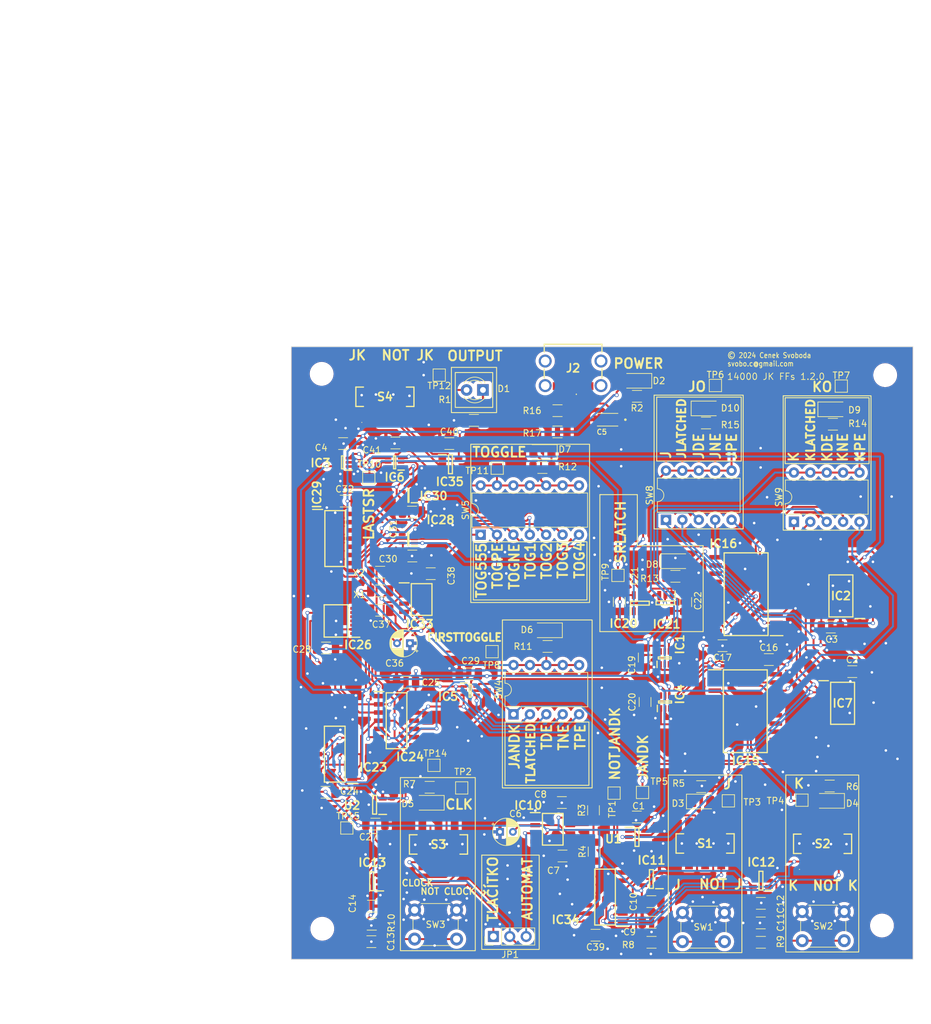
<source format=kicad_pcb>
(kicad_pcb (version 20240108) (generator "pcbnew") (generator_version "8.0")
  (layers (0 "F.Cu" signal) (31 "B.Cu" signal) (34 "B.Paste" user) (35 "F.Paste" user) (36 "B.SilkS" user "B.Silkscreen") (37 "F.SilkS" user "F.Silkscreen") (38 "B.Mask" user) (39 "F.Mask" user) (44 "Edge.Cuts" user))
  (net 0 "")
  (net 1 "GND")
  (net 2 "+5V")
  (net 3 "Net-(D1-K)")
  (net 4 "Net-(IC2-Q0)")
  (net 5 "/First toggle/NOTCLK")
  (net 7 "/toggling/TOG1")
  (net 8 "/toggling/TOG4")
  (net 9 "/toggling/TOG2")
  (net 13 "/toggling/TOG3")
  (net 14 "Net-(D3-K)")
  (net 15 "Net-(D4-K)")
  (net 16 "Net-(D5-K)")
  (net 27 "Net-(IC34-4A)")
  (net 28 "Net-(IC35-Y)")
  (net 31 "Net-(IC13-A)")
  (net 32 "/Klopení vstupů/J")
  (net 33 "/Klopení vstupů/K")
  (net 34 "/Klopení vstupů/KPE")
  (net 35 "/Klopení vstupů/JPE")
  (net 36 "/Klopení vstupů/JNE")
  (net 37 "/Klopení vstupů/JDE")
  (net 38 "/Klopení vstupů/KLATCHED")
  (net 39 "/Klopení vstupů/JLATCHED")
  (net 40 "/Klopení vstupů/KNE")
  (net 41 "/Klopení vstupů/KDE")
  (net 42 "/Klopení vstupů/JO")
  (net 43 "/Klopení vstupů/KO")
  (net 44 "Net-(D2-K)")
  (net 45 "Net-(D6-K)")
  (net 46 "/First toggle/FT")
  (net 47 "/First toggle/TPE")
  (net 48 "/First toggle/TNE")
  (net 49 "/First toggle/X")
  (net 50 "/First toggle/TLATCHED")
  (net 51 "/SR LATCH/SRLATCH")
  (net 52 "/First toggle/CLK")
  (net 53 "/First toggle/NOTJANDK")
  (net 54 "/First toggle/TDE")
  (net 55 "Net-(D8-K)")
  (net 56 "Net-(D9-K)")
  (net 57 "Net-(D7-K)")
  (net 58 "/toggling/TOGGLE")
  (net 59 "/toggling/TOG555")
  (net 60 "Net-(IC10-THRES)")
  (net 61 "Net-(IC10-CONT)")
  (net 62 "Net-(IC11-A)")
  (net 63 "Net-(IC12-A)")
  (net 64 "Net-(IC33-THRES)")
  (net 65 "Net-(IC33-CONT)")
  (net 66 "Net-(D1-A)")
  (net 68 "Net-(IC10-OUT)")
  (net 69 "Net-(IC10-DISCH)")
  (net 83 "Net-(IC20-B)")
  (net 84 "Net-(IC23-1Y)")
  (net 85 "Net-(IC23-2Y)")
  (net 86 "Net-(IC23-3Y)")
  (net 87 "Net-(IC23-3A)")
  (net 88 "Net-(IC24-1Y)")
  (net 89 "Net-(IC24-2Y)")
  (net 97 "Net-(IC33-DISCH)")
  (net 98 "Net-(D10-K)")
  (net 99 "/Vstupy/Tlačítko2/TLA")
  (net 100 "/Vstupy/Tlačítko/TLA")
  (net 101 "/Vstupy/Tlačítko1/TLA")
  (net 102 "Net-(IC34-1Y)")
  (net 103 "Net-(IC34-2Y)")
  (net 107 "/First toggle/JANDK")
  (net 108 "Net-(IC3-A)")
  (net 109 "Net-(IC3-B1)")
  (net 113 "Net-(J2-CC1)")
  (net 115 "Net-(J2-CC2)")
  (footprint "Resistor_SMD:R_1206_3216Metric" (layer "F.Cu") (at 99.5375 139.8 180)
    (property "Reference" "R7")
    (property "Value" "1K5")
  )
  (footprint "TestPoint:TestPoint_Pad_1.5x1.5mm" (layer "F.Cu") (at 163.3 77.7)
    (property "Reference" "TP7")
    (property "Value" "TestPoint")
  )
  (footprint "TestPoint:TestPoint_Pad_1.5x1.5mm" (layer "F.Cu") (at 86.7 146.1)
    (property "Reference" "TP15")
    (property "Value" "TestPoint")
  )
  (footprint "AAAAAAAAA:SOIC127P600X175-14N" (layer "F.Cu") (at 84.9 101.3)
    (property "Reference" "IC29")
    (property "Value" "74HC04D_BJ_ " (hide yes))
  )
  (footprint "Capacitor_SMD:C_1206_3216Metric" (layer "F.Cu") (at 133.925 160.7)
    (property "Reference" "C9")
    (property "Value" "100nF")
  )
  (footprint "MountingHole:MountingHole_3.2mm_M3" (layer "F.Cu") (at 169.6 161.2)
    (property "Reference" "H2" (hide yes))
    (property "Value" "MountingHole")
  )
  (footprint "Capacitor_SMD:C_1206_3216Metric" (layer "F.Cu") (at 132.775 119.72 90)
    (property "Reference" "C19")
    (property "Value" "100nF")
  )
  (footprint "AAAAAAAAA:SOIC127P600X175-8N" (layer "F.Cu") (at 118.6 146.3)
    (property "Reference" "IC10")
    (property "Value" "NE555DR" (hide yes))
  )
  (footprint "Button_Switch_THT:SW_PUSH_6mm_H7.3mm" (layer "F.Cu") (at 138.7 159.2)
    (property "Reference" "SW1")
    (property "Value" "SW_Push")
  )
  (footprint "Capacitor_SMD:C_1206_3216Metric" (layer "F.Cu") (at 83.476 118.24 180)
    (property "Reference" "C28")
    (property "Value" "100nF")
  )
  (footprint "AAAAAAAAA:SOT95P280X145-5N" (layer "F.Cu") (at 102.75 89.8)
    (property "Reference" "IC35")
    (property "Value" "SN74AHC1G04DBVR" (hide yes))
  )
  (footprint "TestPoint:TestPoint_Pad_1.5x1.5mm" (layer "F.Cu") (at 100.2 136.4)
    (property "Reference" "TP14")
    (property "Value" "TestPoint")
  )
  (footprint "Capacitor_SMD:C_1206_3216Metric" (layer "F.Cu") (at 96.8 97.2 180)
    (property "Reference" "C31")
    (property "Value" "100nF")
  )
  (footprint "Capacitor_SMD:C_1206_3216Metric" (layer "F.Cu") (at 131.625 144.4)
    (property "Reference" "C1")
    (property "Value" "100nF")
  )
  (footprint "TestPoint:TestPoint_Pad_1.5x1.5mm" (layer "F.Cu") (at 90.1 91.9 -90)
    (property "Reference" "TP10")
    (property "Value" "TestPoint")
  )
  (footprint "MountingHole:MountingHole_3.2mm_M3" (layer "F.Cu") (at 82.9 161.7)
    (property "Reference" "H1" (hide yes))
    (property "Value" "MountingHole")
  )
  (footprint "AAAAAAAAA:SOT65P210X110-6N" (layer "F.Cu") (at 94.1 89.5 180)
    (property "Reference" "IC6")
    (property "Value" "74LVC1G3157DW-7" (hide yes))
  )
  (footprint "LED_SMD:LED_1206_3216Metric" (layer "F.Cu") (at 137.6 104.8)
    (property "Reference" "D8")
    (property "Value" "LED")
  )
  (footprint "Package_DIP:DIP-14_W7.62mm" (layer "F.Cu") (at 107.42 100.7 90)
    (property "Reference" "SW5")
    (property "Value" "SW_DIP_x07")
  )
  (footprint "Capacitor_SMD:C_1206_3216Metric" (layer "F.Cu") (at 91.8625 112.4)
    (property "Reference" "C37")
    (property "Value" "10nF")
  )
  (footprint "AAAAAAAAA:SOT95P280X145-5N" (layer "F.Cu") (at 133.875 154 180)
    (property "Reference" "IC11")
    (property "Value" "SN74AHC1G04DBVR" (hide yes))
  )
  (footprint "aaaaaaaaaaaaaaaaaaa:JS202011SCQN" (layer "F.Cu") (at 142.2 148.5)
    (property "Reference" "S1")
    (property "Value" "JS202011SCQN" (hide yes))
  )
  (footprint "Capacitor_SMD:C_1206_3216Metric" (layer "F.Cu") (at 125.225 162.7 180)
    (property "Reference" "C39")
    (property "Value" "100nF")
  )
  (footprint "Capacitor_SMD:C_1206_3216Metric" (layer "F.Cu") (at 95.874 123.54)
    (property "Reference" "C25")
    (property "Value" "100nF")
  )
  (footprint "Capacitor_SMD:C_1206_3216Metric" (layer "F.Cu") (at 102.575 86.6)
    (property "Reference" "C40")
    (property "Value" "100nF")
  )
  (footprint "Capacitor_SMD:C_1206_3216Metric" (layer "F.Cu") (at 144.9 117.885 180)
    (property "Reference" "C17")
    (property "Value" "100nF")
  )
  (footprint "Capacitor_SMD:C_1206_3216Metric" (layer "F.Cu") (at 139.2 111.125 -90)
    (property "Reference" "C22")
    (property "Value" "100nF")
  )
  (footprint "Package_DIP:DIP-10_W7.62mm" (layer "F.Cu") (at 136.14 98.4 90)
    (property "Reference" "SW8")
    (property "Value" "SW_DIP_x05")
  )
  (footprint "TestPoint:TestPoint_Pad_1.5x1.5mm" (layer "F.Cu") (at 128.7 107 90)
    (property "Reference" "TP9")
    (property "Value" "TestPoint")
  )
  (footprint "Capacitor_SMD:C_1206_3216Metric" (layer "F.Cu") (at 161.675 115 180)
    (property "Reference" "C3")
    (property "Value" "100nF")
  )
  (footprint "LED_SMD:LED_1206_3216Metric" (layer "F.Cu") (at 117.8 115.5 180)
    (property "Reference" "D6")
    (property "Value" "LED")
  )
  (footprint "Resistor_SMD:R_1206_3216Metric" (layer "F.Cu") (at 162 83.6)
    (property "Reference" "R14")
    (property "Value" "1K5")
  )
  (footprint "Capacitor_SMD:C_1206_3216Metric" (layer "F.Cu") (at 90.5 163.7)
    (property "Reference" "C13")
    (property "Value" "100nF")
  )
  (footprint "Resistor_SMD:R_1206_3216Metric" (layer "F.Cu") (at 133.9 163.8)
    (property "Reference" "R8")
    (property "Value" "10k")
  )
  (footprint "Resistor_SMD:R_1206_3216Metric" (layer "F.Cu") (at 142.3375 83.4)
    (property "Reference" "R15")
    (property "Value" "1K5")
  )
  (footprint "Capacitor_SMD:C_1206_3216Metric" (layer "F.Cu") (at 90.6 158.2 180)
    (property "Reference" "C14")
    (property "Value" "100nF")
  )
  (footprint "Resistor_SMD:R_1206_3216Metric" (layer "F.Cu") (at 131.65 79.28 180)
    (property "Reference" "R2")
    (property "Value" "1K5")
  )
  (footprint "Resistor_SMD:R_1206_3216Metric" (layer "F.Cu") (at 119.3375 81.5)
    (property "Reference" "R16")
    (property "Value" "5K1")
  )
  (footprint "LED_SMD:LED_1206_3216Metric" (layer "F.Cu") (at 117 87.9 180)
    (property "Reference" "D7")
    (property "Value" "LED")
  )
  (footprint "Package_DIP:DIP-10_W7.62mm" (layer "F.Cu") (at 155.96 98.7 90)
    (property "Reference" "SW9")
    (property "Value" "SW_DIP_x05")
  )
  (footprint "Capacitor_SMD:C_1206_3216Metric" (layer "F.Cu") (at 86.125 86.6 180)
    (property "Reference" "C4")
    (property "Value" "100nF")
  )
  (footprint "AAAAAAAAA:SOT95P280X145-5N" (layer "F.Cu") (at 91 142.5 180)
    (property "Reference" "U2")
    (property "Value" "SN74AHC1G08DBVR" (hide yes))
  )
  (footprint "AAAAAAAAA:SOP65P640X110-20N" (layer "F.Cu") (at 163.238 110.175 180)
    (property "Reference" "IC2")
    (property "Value" "74AHC573PW,118" (hide yes))
  )
  (footprint "Resistor_SMD:R_1206_3216Metric" (layer "F.Cu") (at 137.5975 107.14)
    (property "Reference" "R13")
    (property "Value" "1K5")
  )
  (footprint "LED_SMD:LED_1206_3216Metric" (layer "F.Cu") (at 161.5 141.9 180)
    (property "Reference" "D4")
    (property "Value" "LED")
  )
  (footprint "LED_SMD:LED_1206_3216Metric" (layer "F.Cu") (at 131.65 76.88 180)
    (property "Reference" "D2")
    (property "Value" "LED")
  )
  (footprint "Capacitor_SMD:C_1206_3216Metric" (layer "F.Cu") (at 132.9 126.6 90)
    (property "Reference" "C20")
    (property "Value" "100nF")
  )
  (footprint "Resistor_SMD:R_1206_3216Metric" (layer "F.Cu") (at 125.011 149.765 90)
    (property "Reference" "R4")
    (property "Value" "100K")
  )
  (footprint "AAAAAAAAA:SOT65P210X110-6N" (layer "F.Cu") (at 135.95 119.775 90)
    (property "Reference" "IC1")
    (property "Value" "74LVC1G3157DW-7" (hide yes))
  )
  (footprint "Capacitor_THT:CP_Radial_D4.0mm_P2.00mm" (layer "F.Cu") (at 96.4726 117.5 180)
    (property "Reference" "C36")
    (property "Value" "10uF")
  )
  (footprint "Resistor_SMD:R_1206_3216Metric" (layer "F.Cu") (at 119.3375 84.79)
    (property "Reference" "R17")
    (property "Value" "5K1")
  )
  (footprint "AAAAAAAAA:SOT65P212X110-5N" (layer "F.Cu") (at 96.225 101.35 180)
    (property "Reference" "IC28")
    (property "Value" "74AHC1G79GW,125" (hide yes))
  )
  (footprint "TestPoint:TestPoint_Pad_1.5x1.5mm" (layer "F.Cu") (at 101.0125 76 180)
    (property "Reference" "TP12")
    (property "Value" "TestPoint")
  )
  (footprint "Resistor_SMD:R_1206_3216Metric" (layer "F.Cu") (at 141.6 139.7)
    (property "Reference" "R5")
    (property "Value" "1K5")
  )
  (footprint "TestPoint:TestPoint_Pad_1.5x1.5mm" (layer "F.Cu") (at 145.8 141.9)
    (property "Reference" "TP3")
    (property "Value" "TestPoint")
  )
  (footprint "Resistor_SMD:R_1206_3216Metric" (layer "F.Cu") (at 117.8 118 180)
    (property "Reference" "R11")
    (property "Value" "1K5")
  )
  (footprint "Resistor_SMD:R_1206_3216Metric" (layer "F.Cu") (at 117 90.3 180)
    (property "Reference" "R12")
    (property "Value" "1K5")
  )
  (footprint "Connector_PinHeader_2.54mm:PinHeader_1x03_P2.54mm_Vertical" (layer "F.Cu") (at 109.4 162.9 90)
    (property "Reference" "JP1")
    (property "Value" "Jumper_3_Bridged12")
  )
  (footprint "Capacitor_SMD:C_1206_3216Metric" (layer "F.Cu") (at 150.84 157.765 180)
    (property "Reference" "C12")
    (property "Value" "100nF")
  )
  (footprint "LED_SMD:LED_1206_3216Metric" (layer "F.Cu") (at 141.6 142)
    (property "Reference" "D3")
    (property "Value" "LED")
  )
  (footprint "Package_DIP:DIP-10_W7.62mm" (layer "F.Cu") (at 112.525 128.5 90)
    (property "Reference" "SW4")
    (property "Value" "SW_DIP_x05")
  )
  (footprint "aaaaaaaaaaaaaaaaaaa:JS202011SCQN" (layer "F.Cu") (at 92.6 79.35)
    (property "Reference" "S4")
    (property "Value" "JS202011SCQN" (hide yes))
  )
  (footprint "AAAAAAAAA:SOIC127P600X175-14N" (layer "F.Cu") (at 94.4 129.5)
    (property "Reference" "IC24")
    (property "Value" "74AHC32D,118" (hide yes))
  )
  (footprint "AAAAAAAAA:SOIC127P600X175-14N" (layer "F.Cu") (at 126.7 156.8 180)
    (property "Reference" "IC34")
    (property "Value" "74HC04D_BJ_ " (hide yes))
  )
  (footprint "AAAAAAAAA:SOP65P640X110-14N" (layer "F.Cu") (at 85.038 114.05 180)
    (property "Reference" "IC26")
    (property "Value" "74AHC74PW,118" (hide yes))
  )
  (footprint "AAAAAAAAA:SOT95P280X145-5N" (layer "F.Cu") (at 132.1 111.3 90)
    (property "Reference" "IC20")
    (property "Value" "SN74AHC1G02DBVR" (hide yes))
  )
  (footprint "aaaaaaaaaaaaaaaaaaa:JS202011SCQN" (layer "F.Cu") (at 160.4 148.55)
    (property "Reference" "S2")
    (property "Value" "JS202011SCQN" (hide yes))
  )
  (footprint "Resistor_SMD:R_1206_3216Metric" (layer "F.Cu") (at 90.5625 161)
    (property "Reference" "R10")
    (property "Value" "10k")
  )
  (footprint "AAAAAAAAA:SOIC127P600X175-14N" (layer "F.Cu") (at 84.825 134.67 180)
    (property "Reference" "IC23")
    (property "Value" "74AHC00D,118" (hide yes))
  )
  (footprint "TestPoint:TestPoint_Pad_1.5x1.5mm" (layer "F.Cu") (at 132.5 140.6 90)
    (property "Reference" "TP1")
    (property "Value" "TestPoint")
  )
  (footprint "TestPoint:TestPoint_Pad_1.5x1.5mm" (layer "F.Cu") (at 110 90.4)
    (property "Reference" "TP11")
    (property "Value" "TestPoint")
  )
  (footprint "AAAAAAAAA:SOT95P280X145-5N" (layer "F.Cu") (at 150.85 154.25 180)
    (property "Reference" "IC12")
    (property "Value" "SN74AHC1G04DBVR" (hide yes))
  )
  (footprint "Capacitor_SMD:C_1206_3216Metric" (layer "F.Cu") (at 86.375 95.5)
    (property "Reference" "C32")
    (property "Value" "100nF")
  )
  (footprint "AAAAAAAAA:SOT65P212X110-5N" (layer "F.Cu") (at 96.25 94.65 180)
    (property "Reference" "IC30")
    (property "Value" "74AHC1G79GW,125" (hide yes))
  )
  (footprint "Capacitor_SMD:C_1206_3216Metric" (layer "F.Cu") (at 83.4 140.57 180)
    (property "Reference" "C24")
    (property "Value" "100nF")
  )
  (footprint "AAAAAAAAA:SOIC127P1032X265-20N" (layer "F.Cu") (at 148.55 109.91 180)
    (property "Reference" "IC16")
    (property "Value" "74AHC574D,118" (hide yes))
  )
  (footprint "TestPoint:TestPoint_Pad_1.5x1.5mm" (layer "F.Cu") (at 109.2 118.8)
    (property "Reference" "TP8")
    (property "Value" "TestPoint")
  )
  (footprint "MountingHole:MountingHole_3.2mm_M3" (layer "F.Cu") (at 170.1 76)
    (property "Reference" "H4" (hide yes))
    (property "Value" "MountingHole")
  )
  (footprint "LED_SMD:LED_1206_3216Metric" (layer "F.Cu") (at 142.3275 81.15)
    (property "Reference" "D10")
    (property "Value" "LED")
  )
  (footprint "Resistor_SMD:R_1206_3216Metric" (layer "F.Cu") (at 106.3875 83 180)
    (property "Reference" "R1")
    (property "Value" "1K5")
  )
  (footprint "Capacitor_SMD:C_1206_3216Metric" (layer "F.Cu") (at 165 121.9)
    (property "Reference" "C2")
    (property "Value" "100nF")
  )
  (footprint "TestPoint:TestPoint_Pad_1.5x1.5mm" (layer "F.Cu") (at 104.5 139.9)
    (property "Reference" "TP2")
    (property "Value" "TestPoint")
  )
  (footprint "Capacitor_SMD:C_1206_3216Metric" (layer "F.Cu") (at 99.7 106.74)
    (property "Reference" "C38")
    (property "Value" "100nF")
  )
  (footprint "Capacitor_SMD:C_1206_3216Metric" (layer "F.Cu") (at 120.111 150.435)
    (property "Reference" "C7")
    (property "Value" "10nF")
  )
  (footprint "AAAAAAAAA:SOT95P280X145-5N" (layer "F.Cu") (at 136.05 111.25 -90)
    (property "Reference" "IC21")
    (property "Value" "SN74AHC1G02DBVR" (hide yes))
  )
  (footprint "Capacitor_SMD:C_1206_3216Metric" (layer "F.Cu") (at 128.9 111.1 90)
    (property "Reference" "C21")
    (property "Value" "100nF")
  )
  (footprint "Capacitor_SMD:C_1206_3216Metric" (layer "F.Cu") (at 94.225 86.5)
    (property "Reference" "C41")
    (property "Value" "100nF")
  )
  (footprint "AAAAAAAAA:CAPMP3216X180N" (layer "F.Cu") (at 127.1 82.9 180)
    (property "Reference" "C5")
    (property "Value" "293D106X96R3A2TE3")
  )
  (footprint "MountingHole:MountingHole_3.2mm_M3" (layer "F.Cu") (at 82.8 75.8)
    (property "Reference" "H3" (hide yes))
    (property "Value" "MountingHole")
  )
  (footprint "LED_SMD:LED_1206_3216Metric" (layer "F.Cu") (at 99.5 142.2 180)
    (property "Reference" "D5")
    (property "Value" "LED")
  )
  (footprint "Capacitor_SMD:C_1206_3216Metric" (layer "F.Cu") (at 133.875 157.5 180)
    (property "Reference" "C10")
    (property "Value" "100nF")
  )
  (footprint "TestPoint:TestPoint_Pad_1.5x1.5mm" (layer "F.Cu") (at 143.8 77.6)
    (property "Reference" "TP6")
    (property "Value" "TestPoint")
  )
  (footprint "Resistor_SMD:R_1206_3216Metric" (layer "F.Cu") (at 91.8625 106.5 180)
    (property "Reference" "X2")
    (property "Value" "10K")
  )
  (footprint "Capacitor_SMD:C_1206_3216Metric" (layer "F.Cu") (at 96.85 104 180)
    (property "Reference" "C30")
    (property "Value" "100nF")
  )
  (footprint "LED_SMD:LED_1206_3216Metric" (layer "F.Cu") (at 161.9625 81.29)
    (property "Reference" "D9")
    (property "Value" "LED")
  )
  (footprint "LED_THT:LED_D3.0mm" (layer "F.Cu") (at 107.7875 78.3 180)
    (property "Reference" "D1")
    (property "Value" "LED")
  )
  (footprint "AAAAAAAAA:SOT65P210X110-6N" (layer "F.Cu") (at 136 126.6 90)
    (property "Reference" "IC4")
    (property "Value" "74LVC1G3157DW-7" (hide yes))
  )
  (footprint "AAAAAAAAA:SOT95P280X145-5N" (layer "F.Cu") (at 131.65 147.5)
    (property "Reference" "U1")
    (property "Value" "SN74AHC1G08DBVR" (hide yes))
  )
  (footprint "AAAAAAAAA:SOIC127P600X175-8N" (layer "F.Cu") (at 98.289 110.735)
    (property "Reference" "IC33")
    (property "Value" "NE555DR" (hide yes))
  )
  (footprint "AAAAAAAAA:SOT65P210X110-6N" (layer "F.Cu") (at 105.8 124.85)
    (property "Reference" "IC5")
    (property "Value" "74LVC1G3157DW-7" (hide yes))
  )
  (footprint "aaaaaaaaaaaaaaaaaaa:JS202011SCQN" (layer "F.Cu") (at 100.9 148.65)
    (property "Reference" "S3")
    (property "Value" "JS202011SCQN" (hide yes))
  )
  (footprint "Capacitor_SMD:C_1206_3216Metric" (layer "F.Cu") (at 150.825 160.8)
    (property "Reference" "C11")
    (property "Value" "100nF")
  )
  (footprint "AAAAAAAAA:SOT95P280X145-5N" (layer "F.Cu") (at 90.55 154.35 180)
    (property "Reference" "IC13")
    (property "Value" "SN74AHC1G04DBVR" (hide yes))
  )
  (footprint "Button_Switch_THT:SW_PUSH_6mm_H7.3mm" (layer "F.Cu") (at 97.2 158.8)
    (property "Reference" "SW3")
    (property "Value" "SW_Push")
  )
  (footprint "AAAAAAAAA:SOP65P640X110-20N" (layer "F.Cu") (at 163.5 126.8)
    (property "Reference" "IC7")
    (property "Value" "74AHC573PW,118" (hide yes))
  )
  (footprint "AAAAAAAAA:SOIC127P1032X265-20N" (layer "F.Cu") (at 148.425 128.025)
    (property "Reference" "IC15")
    (property "Value" "74AHC574D,118" (hide yes))
  )
  (footprint "AAAAAAAAA:USB4125GFA" (layer "F.Cu") (at 121.75 74.922 180)
    (property "Reference" "J2")
    (property "Value" "USB4125-GF-A" (hide yes))
  )
  (footprint "Capacitor_SMD:C_1206_3216Metric" (layer "F.Cu") (at 91.125 145.5 180)
    (property "Reference" "C27")
    (property "Value" "100nF")
  )
  (footprint "Capacitor_SMD:C_1206_3216Metric" (layer "F.Cu") (at 152.075 120.03)
    (property "Reference" "C16")
    (property "Value" "100nF")
  )
  (footprint "Capacitor_SMD:C_1206_3216Metric" (layer "F.Cu") (at 105.6 122.25)
    (property "Reference" "C29")
    (property "Value" "100nF")
  )
  (footprint "Capacitor_THT:CP_Radial_D4.0mm_P2.00mm" (layer "F.Cu") (at 110.427401 146.7)
    (property "Reference" "C6")
    (property "Value" "10uF")
  )
  (footprint "TestPoint:TestPoint_Pad_1.5x1.5mm" (layer "F.Cu") (at 157.2 141.8)
    (property "Reference" "TP4")
    (property "Value" "TestPoint")
  )
  (footprint "Resistor_SMD:R_1206_3216Metric" (layer "F.Cu") (at 161.5 139.6 180)
    (property "Reference" "R6")
    (property "Value" "1K5")
  )
  (footprint "Resistor_SMD:R_1206_3216Metric" (layer "F.Cu") (at 91.8625 109.4)
    (property "Reference" "X1")
    (property "Value" "4K7")
  )
  (footprint "Resistor_SMD:R_1206_3216Metric" (layer "F.Cu") (at 150.8375 163.8)
    (property "Reference" "R9")
    (property "Value" "10k")
  )
  (footprint "Capacitor_SMD:C_1206_3216Metric" (layer "F.Cu") (at 120.011 142.165)
    (property "Reference" "C8")
    (property "Value" "100nF")
  )
  (footprint "Resistor_SMD:R_1206_3216Metric" (layer "F.Cu") (at 124.911 143.365 90)
    (property "Reference" "R3")
    (property "Value" "10K")
  )
  (footprint "Button_Switch_THT:SW_PUSH_6mm_H7.3mm" (layer "F.Cu") (at 157.25 159.05)
    (property "Reference" "SW2")
    (property "Value" "SW_Push")
  )
  (footprint "AAAAAAAAA:SOT65P210X110-6N" (layer "F.Cu") (at 86.025 89.5 180)
    (property "Reference" "IC3")
    (property "Value" "74LVC1G3157DW-7" (hide yes))
  )
  (footprint "TestPoint:TestPoint_Pad_1.5x1.5mm" (layer "F.Cu") (at 128.1 140.7 180)
    (property "Reference" "TP5")
    (property "Value" "TestPoint")
  )
  (gr_rect (start 95 138.3) (end 106.6 165.1) (stroke (width 0.15)) (fill none) (layer "F.SilkS"))
  (gr_rect (start 134.3 79.1) (end 148.1 99.8) (stroke (width 0.15)) (fill none) (layer "F.SilkS"))
  (gr_line (start 141.9 102.4) (end 131.7 102.4) (stroke (width 0.15)) (layer "F.SilkS"))
  (gr_line (start 131.7 102.4) (end 131.7 94.5) (stroke (width 0.15)) (layer "F.SilkS"))
  (gr_rect (start 106.3 101.8) (end 123.9 110.8) (stroke (width 0.15)) (fill none) (layer "F.SilkS"))
  (gr_line (start 131.7 94.5) (end 126.1 94.5) (stroke (width 0.15)) (layer "F.SilkS"))
  (gr_line (start 141.9 115.7) (end 141.9 102.4) (stroke (width 0.15)) (layer "F.SilkS"))
  (gr_rect (start 134.7 79.4) (end 147.8 89.3) (stroke (width 0.15)) (fill none) (layer "F.SilkS"))
  (gr_line (start 125.9 94.5) (end 125.9 115.7) (stroke (width 0.15)) (layer "F.SilkS"))
  (gr_rect (start 107.6 150.3) (end 116.5 164.9) (stroke (width 0.15)) (fill none) (layer "F.SilkS"))
  (gr_line (start 126.1 94.5) (end 125.9 94.5) (stroke (width 0.15)) (layer "F.SilkS"))
  (gr_rect (start 136.5 137.9) (end 147.9 165.4) (stroke (width 0.15)) (fill none) (layer "F.SilkS"))
  (gr_rect (start 103.5 75.6) (end 109.3 81) (stroke (width 0.15)) (fill none) (layer "F.SilkS"))
  (gr_rect (start 154.6 79.5) (end 167.6 89.7) (stroke (width 0.15)) (fill none) (layer "F.SilkS"))
  (gr_rect (start 154.3 79.2) (end 167.9 100) (stroke (width 0.15)) (fill none) (layer "F.SilkS"))
  (gr_rect (start 154.7 137.9) (end 166 165.3) (stroke (width 0.15)) (fill none) (layer "F.SilkS"))
  (gr_rect (start 105.9 86.7) (end 124.3 111.2) (stroke (width 0.15)) (fill none) (layer "F.SilkS"))
  (gr_line (start 125.9 115.7) (end 141.9 115.7) (stroke (width 0.15)) (layer "F.SilkS"))
  (gr_rect (start 111.2 129.7) (end 124.2 139.5) (stroke (width 0.15)) (fill none) (layer "F.SilkS"))
  (gr_rect (start 110.8 113.9) (end 124.7 139.9) (stroke (width 0.15)) (fill none) (layer "F.SilkS"))
  (gr_rect (start 102.9 74.8) (end 109.9 81.8) (stroke (width 0.15)) (fill none) (layer "F.SilkS"))
  (gr_rect (start 78.1 71.6) (end 174.4 166.439848) (stroke (width 0.1)) (fill none) (layer "Edge.Cuts"))
  (gr_text "TPE" (at 123.745 134.2 90) (layer "F.SilkS") (effects (font (size 1.5 1.5) (thickness 0.3) (bold yes)) (justify left bottom)))
  (gr_text "TOGPE" (at 110.92 109.3 90) (layer "F.SilkS") (effects (font (size 1.5 1.5) (thickness 0.3) (bold yes)) (justify left bottom)))
  (gr_text "NOT CLOCK" (at 98 156.5 0) (layer "F.SilkS") (effects (font (size 1 1) (thickness 0.2) (bold yes)) (justify left bottom)))
  (gr_text "TOG1" (at 116.02 107.8 90) (layer "F.SilkS") (effects (font (size 1.5 1.5) (thickness 0.3) (bold yes)) (justify left bottom)))
  (gr_text "FIRSTTOGGLE" (at 99 117.3 0) (layer "F.SilkS") (effects (font (size 1.2 1.2) (thickness 0.3) (bold yes)) (justify left bottom)))
  (gr_text "J\n" (at 144.9 140.2 0) (layer "F.SilkS") (effects (font (size 1.5 1.5) (thickness 0.3) (bold yes)) (justify left bottom)))
  (gr_text "NOT JK" (at 91.9 73.8 0) (layer "F.SilkS") (effects (font (size 1.5 1.5) (thickness 0.3) (bold yes)) (justify left bottom)))
  (gr_text "SRLATCH" (at 130 105.3 90) (layer "F.SilkS") (effects (font (size 1.5 1.5) (thickness 0.3) (bold yes)) (justify left bottom)))
  (gr_text "JNE" (at 144.7 89.2 90) (layer "F.SilkS") (effects (font (size 1.5 1.5) (thickness 0.3) (bold yes)) (justify left bottom)))
  (gr_text "CLOCK" (at 95.1 155.2 0) (layer "F.SilkS") (effects (font (size 1 1) (thickness 0.2) (bold yes)) (justify left bottom)))
  (gr_text "NOT J" (at 141.1 155.7 0) (layer "F.SilkS") (effects (font (size 1.5 1.5) (thickness 0.3) (bold yes)) (justify left bottom)))
  (gr_text "TLAČÍTKO" (at 110.2 160.8 90) (layer "F.SilkS") (effects (font (size 1.5 1.5) (thickness 0.3) (bold yes)) (justify left bottom)))
  (gr_text "14000 JK FFs 1.2.0" (at 145.525 76.81 0) (layer "F.SilkS") (effects (font (size 1 1) (thickness 0.125) (bold yes)) (justify left bottom)))
  (gr_text "KNE" (at 164.4 89.6 90) (layer "F.SilkS") (effects (font (size 1.5 1.5) (thickness 0.3) (bold yes)) (justify left bottom)))
  (gr_text "TNE" (at 121.145 134.3 90) (layer "F.SilkS") (effects (font (size 1.5 1.5) (thickness 0.3) (bold yes)) (justify left bottom)))
  (gr_text "TOG555" (at 108.42 110.7 90) (layer "F.SilkS") (effects (font (size 1.5 1.5) (thickness 0.3) (bold yes)) (justify left bottom)))
  (gr_text "TOG2" (at 118.52 107.8 90) (layer "F.SilkS") (effects (font (size 1.5 1.5) (thickness 0.3) (bold yes)) (justify left bottom)))
  (gr_text "KLATCHED" (at 159.3 89.5 90) (layer "F.SilkS") (effects (font (size 1.3 1.3) (thickness 0.3) (bold yes)) (justify left bottom)))
  (gr_text "TLATCHED" (at 115.945 139.4 90) (layer "F.SilkS") (effects (font (size 1.3 1.3) (thickness 0.3) (bold yes)) (justify left bottom)))
  (gr_text "NOTJANDK" (at 129.1 138.9 90) (layer "F.SilkS") (effects (font (size 1.5 1.5) (thickness 0.3) (bold yes)) (justify left bottom)))
  (gr_text "JPE" (at 147.2 89.2 90) (layer "F.SilkS") (effects (font (size 1.5 1.5) (thickness 0.3) (bold yes)) (justify left bottom)))
  (gr_text "POWER" (at 127.85 75.08 0) (layer "F.SilkS") (effects (font (size 1.5 1.5) (thickness 0.3) (bold yes)) (justify left bottom)))
  (gr_text "TOGNE" (at 113.52 109.4 90) (layer "F.SilkS") (effects (font (size 1.5 1.5) (thickness 0.3) (bold yes)) (justify left bottom)))
  (gr_text "KDE" (at 162 89.6 90) (layer "F.SilkS") (effects (font (size 1.5 1.5) (thickness 0.3) (bold yes)) (justify left bottom)))
  (gr_text "TOG4" (at 123.62 107.7 90) (layer "F.SilkS") (effects (font (size 1.5 1.5) (thickness 0.3) (bold yes)) (justify left bottom)))
  (gr_text "KPE" (at 167.1 89.5 90) (layer "F.SilkS") (effects (font (size 1.5 1.5) (thickness 0.3) (bold yes)) (justify left bottom)))
  (gr_text "JDE" (at 142.1 89.2 90) (layer "F.SilkS") (effects (font (size 1.5 1.5) (thickness 0.3) (bold yes)) (justify left bottom)))
  (gr_text "K" (at 155.8 140.1 0) (layer "F.SilkS") (effects (font (size 1.5 1.5) (thickness 0.3) (bold yes)) (justify left bottom)))
  (gr_text "TOG3" (at 121.02 107.7 90) (layer "F.SilkS") (effects (font (size 1.5 1.5) (thickness 0.3) (bold yes)) (justify left bottom)))
  (gr_text "JO" (at 139.4 78.6625 0) (layer "F.SilkS") (effects (font (size 1.5 1.5) (thickness 0.3) (bold yes)) (justify left bottom)))
  (gr_text "KO" (at 158.6 78.7 0) (layer "F.SilkS") (effects (font (size 1.5 1.5) (thickness 0.3) (bold yes)) (justify left bottom)))
  (gr_text "TOGGLE" (at 106 88.8 0) (layer "F.SilkS") (effects (font (size 1.5 1.5) (thickness 0.3) (bold yes)) (justify left bottom)))
  (gr_text "JK" (at 86.8 73.8 0) (layer "F.SilkS") (effects (font (size 1.5 1.5) (thickness 0.3) (bold yes)) (justify left bottom)))
  (gr_text "TDE" (at 118.545 134.2 90) (layer "F.SilkS") (effects (font (size 1.5 1.5) (thickness 0.3) (bold yes)) (justify left bottom)))
  (gr_text "K" (at 154.9 155.9 0) (layer "F.SilkS") (effects (font (size 1.5 1.5) (thickness 0.3) (bold yes)) (justify left bottom)))
  (gr_text "J\n" (at 137.1 155.8 0) (layer "F.SilkS") (effects (font (size 1.5 1.5) (thickness 0.3) (bold yes)) (justify left bottom)))
  (gr_text "© 2024 Cenek Svoboda\nsvobo.c@gmail.com" (at 145.6 74.7 0) (layer "F.SilkS") (effects (font (size 0.8 0.7) (thickness 0.125) (bold yes)) (justify left bottom)))
  (gr_text "AUTOMAT" (at 115.54 160.6 90) (layer "F.SilkS") (effects (font (size 1.5 1.5) (thickness 0.3) (bold yes)) (justify left bottom)))
  (gr_text "NOT K" (at 158.7 155.9 0) (layer "F.SilkS") (effects (font (size 1.5 1.5) (thickness 0.3) (bold yes)) (justify left bottom)))
  (gr_text "K" (at 156.8 89.6 90) (layer "F.SilkS") (effects (font (size 1.5 1.5) (thickness 0.3) (bold yes)) (justify left bottom)))
  (gr_text "JANDK" (at 113.545 137.2 90) (layer "F.SilkS") (effects (font (size 1.5 1.5) (thickness 0.3) (bold yes)) (justify left bottom)))
  (gr_text "CLK" (at 101.785 143.335 0) (layer "F.SilkS") (effects (font (size 1.5 1.5) (thickness 0.3) (bold yes)) (justify left bottom)))
  (gr_text "J" (at 137 89.1 90) (layer "F.SilkS") (effects (font (size 1.5 1.5) (thickness 0.3) (bold yes)) (justify left bottom)))
  (gr_text "JANDK" (at 133.45 138.85 90) (layer "F.SilkS") (effects (font (size 1.5 1.5) (thickness 0.3) (bold yes)) (justify left bottom)))
  (gr_text "OUTPUT" (at 102.1 73.9 0) (layer "F.SilkS") (effects (font (size 1.5 1.5) (thickness 0.3) (bold yes)) (justify left bottom)))
  (gr_text "LASTSR" (at 91 101.7 90) (layer "F.SilkS") (effects (font (size 1.5 1.5) (thickness 0.3) (bold yes)) (justify left bottom)))
  (gr_text "JLATCHED" (at 139.3 89.1 90) (layer "F.SilkS") (effects (font (size 1.3 1.3) (thickness 0.3) (bold yes)) (justify left bottom)))
  (segment (start 97.3 100.575) (end 97.175 100.7) (width 0.3) (layer "F.Cu") (net 1))
  (segment (start 136 127.6) (end 136 128.3) (width 0.3) (layer "F.Cu") (net 1))
  (segment (start 136 128.3) (end 136.9 129.2) (width 0.3) (layer "F.Cu") (net 1))
  (segment (start 145.715 123.7) (end 145.8 123.7) (width 0.3) (layer "F.Cu") (net 1))
  (segment (start 160.562 123.875) (end 161.675 123.875) (width 0.3) (layer "F.Cu") (net 1))
  (segment (start 98.3 94) (end 98.8 93.5) (width 0.3) (layer "F.Cu") (net 1))
  (segment (start 97.2 93.2) (end 97.5 92.9) (width 0.3) (layer "F.Cu") (net 1))
  (segment (start 115.2 91.4) (end 114.2 91.4) (width 0.3) (layer "F.Cu") (net 1))
  (segment (start 115.5375 90.3) (end 115.5375 91.0625) (width 0.3) (layer "F.Cu") (net 1))
  (segment (start 98.275 97.2) (end 98.275 98.175) (width 0.3) (layer "F.Cu") (net 1))
  (segment (start 115.5375 91.0625) (end 115.2 91.4) (width 0.3) (layer "F.Cu") (net 1))
  (segment (start 135.8 119.825) (end 134.145 119.825) (width 0.3) (layer "F.Cu") (net 1))
  (segment (start 162.2 124.4) (end 162.2 125.6) (width 0.3) (layer "F.Cu") (net 1))
  (segment (start 114.9375 90.9) (end 115.5375 90.3) (width 0.3) (layer "F.Cu") (net 1))
  (segment (start 102.6 125.9) (end 102.6 126) (width 0.3) (layer "F.Cu") (net 1))
  (segment (start 115.5375 90.3) (end 114.3 90.3) (width 0.3) (layer "F.Cu") (net 1))
  (segment (start 143.7 122.31) (end 144.325 122.31) (width 0.3) (layer "F.Cu") (net 1))
  (segment (start 102.6 126) (end 102.5 126) (width 0.3) (layer "F.Cu") (net 1))
  (segment (start 167.8 111.8) (end 167.775 111.775) (width 0.5) (layer "F.Cu") (net 1))
  (segment (start 93.1 89.5) (end 92.1 89.5) (width 0.3) (layer "F.Cu") (net 1))
  (segment (start 97.3 99.9) (end 97.3 100.575) (width 0.3) (layer "F.Cu") (net 1))
  (segment (start 134.145 119.825) (end 132.775 121.195) (width 0.3) (layer "F.Cu") (net 1))
  (segment (start 114.7 90.9) (end 114.3 90.9) (width 0.3) (layer "F.Cu") (net 1))
  (segment (start 92.1 89.5) (end 91.8 89.8) (width 0.3) (layer "F.Cu") (net 1))
  (segment (start 87.976 112.1) (end 90.0875 112.1) (width 0.3) (layer "F.Cu") (net 1))
  (segment (start 166.176 111.8) (end 167.8 111.8) (width 0.3) (layer "F.Cu") (net 1))
  (segment (start 103.65 124.85) (end 102.6 125.9) (width 0.3) (layer "F.Cu") (net 1))
  (segment (start 151.425 115.625) (end 151.3 115.5) (width 0.3) (layer "F.Cu") (net 1))
  (segment (start 135.95 120.775) (end 135.95 119.975) (width 0.3) (layer "F.Cu") (net 1))
  (segment (start 104.8 124.85) (end 103.65 124.85) (width 0.3) (layer "F.Cu") (net 1))
  (segment (start 87.025 89.5) (end 88 89.5) (width 0.3) (layer "F.Cu") (net 1))
  (segment (start 135.95 119.975) (end 135.8 119.825) (width 0.3) (layer "F.Cu") (net 1))
  (segment (start 114.7 90.9) (end 114.9375 90.9) (width 0.3) (layer "F.Cu") (net 1))
  (segment (start 97.2 94) (end 98.3 94) (width 0.3) (layer "F.Cu") (net 1))
  (segment (start 98.275 98.175) (end 99 98.9) (width 0.3) (layer "F.Cu") (net 1))
  (segment (start 102.5 126) (end 102.6 125.9) (width 0.3) (layer "F.Cu") (net 1))
  (segment (start 161.675 123.875) (end 162.2 124.4) (width 0.3) (layer "F.Cu") (net 1))
  (segment (start 153.275 115.625) (end 151.425 115.625) (width 0.3) (layer "F.Cu") (net 1))
  (segment (start 88 89.5) (end 88.2 89.3) (width 0.3) (layer "F.Cu") (net 1))
  (segment (start 144.325 122.31) (end 145.715 123.7) (width 0.3) (layer "F.Cu") (net 1))
  (segment (start 97.2 94) (end 97.2 93.2) (width 0.3) (layer "F.Cu") (net 1))
  (segment (start 90.0875 112.1) (end 90.3875 112.4) (width 0.3) (layer "F.Cu") (net 1))
  (via (at 89 79.1) (size 0.6) (drill 0.4) (layers "F.Cu" "B.Cu") (net 1))
  (via (at 146.2 116.1) (size 0.6) (drill 0.4) (layers "F.Cu" "B.Cu") (net 1))
  (via (at 125.1 103.8) (size 0.6) (drill 0.4) (layers "F.Cu" "B.Cu") (net 1))
  (via (at 165.6 120.3) (size 0.6) (drill 0.4) (layers "F.Cu" "B.Cu") (net 1))
  (via (at 137.6 104.3) (size 0.6) (drill 0.4) (layers "F.Cu" "B.Cu") (net 1))
  (via (at 144.4 138.3) (size 0.6) (drill 0.4) (layers "F.Cu" "B.Cu") (net 1))
  (via (at 99.6 148.6) (size 0.6) (drill 0.4) (layers "F.Cu" "B.Cu") (net 1))
  (via (at 98.6 74) (size 0.6) (drill 0.4) (layers "F.Cu" "B.Cu") (net 1))
  (via (at 159.4 132.1) (size 0.6) (drill 0.4) (layers "F.Cu" "B.Cu") (net 1))
  (via (at 85.038 114.05) (size 0.6) (drill 0.4) (layers "F.Cu" "B.Cu") (net 1))
  (via (at 172 135.4) (size 0.6) (drill 0.4) (layers "F.Cu" "B.Cu") (net 1))
  (via (at 108.759626 106.728994) (size 0.6) (drill 0.4) (layers "F.Cu" "B.Cu") (net 1))
  (via (at 86.3 140.5) (size 0.6) (drill 0.4) (layers "F.Cu" "B.Cu") (net 1))
  (via (at 134.8 117) (size 0.6) (drill 0.4) (layers "F.Cu" "B.Cu") (net 1))
  (via (at 162.2 120.2) (size 0.6) (drill 0.4) (layers "F.Cu" "B.Cu") (net 1))
  (via (at 95.5 157.1) (size 0.6) (drill 0.4) (layers "F.Cu" "B.Cu") (net 1))
  (via (at 150.9 157.7) (size 0.6) (drill 0.4) (layers "F.Cu" "B.Cu") (net 1))
  (via (at 97.5 92.9) (size 0.6) (drill 0.4) (layers "F.Cu" "B.Cu") (net 1))
  (via (at 143.5 157.6) (size 0.6) (drill 0.4) (layers "F.Cu" "B.Cu") (net 1))
  (via (at 127.2 153.2) (size 0.6) (drill 0.4) (layers "F.Cu" "B.Cu") (net 1))
  (via (at 166.3 94.8) (size 0.6) (drill 0.4) (layers "F.Cu" "B.Cu") (net 1))
  (via (at 89.6 150.2) (size 0.6) (drill 0.4) (layers "F.Cu" "B.Cu") (net 1))
  (via (at 117.2 150.4) (size 0.6) (drill 0.4) (layers "F.Cu" "B.Cu") (net 1))
  (via (at 130 105.3) (size 0.6) (drill 0.4) (layers "F.Cu" "B.Cu") (net 1))
  (via (at 99.4 83.7) (size 0.6) (drill 0.4) (layers "F.Cu" "B.Cu") (net 1))
  (via (at 108 147.1) (size 0.6) (drill 0.4) (layers "F.Cu" "B.Cu") (net 1))
  (via (at 111.6 154) (size 0.6) (drill 0.4) (layers "F.Cu" "B.Cu") (net 1))
  (via (at 159.4 137.3) (size 0.6) (drill 0.4) (layers "F.Cu" "B.Cu") (net 1))
  (via (at 147.179162 130.091961) (size 0.6) (drill 0.4) (layers "F.Cu" "B.Cu") (net 1))
  (via (at 111.4 106.7) (size 0.6) (drill 0.4) (layers "F.Cu" "B.Cu") (net 1))
  (via (at 102.6 121.4) (size 0.6) (drill 0.4) (layers "F.Cu" "B.Cu") (net 1))
  (via (at 156.7 115.7) (size 0.6) (drill 0.4) (layers "F.Cu" "B.Cu") (net 1))
  (via (at 130.2 111.2) (size 0.6) (drill 0.4) (layers "F.Cu" "B.Cu") (net 1))
  (via (at 138.2 120.6) (size 0.6) (drill 0.4) (layers "F.Cu" "B.Cu") (net 1))
  (via (at 157.9 119.7) (size 0.6) (drill 0.4) (layers "F.Cu" "B.Cu") (net 1))
  (via (at 86.4 127.4) (size 0.6) (drill 0.4) (layers "F.Cu" "B.Cu") (net 1))
  (via (at 83.6 96.5) (size 0.6) (drill 0.4) (layers "F.Cu" "B.Cu") (net 1))
  (via (at 153.4 152.3) (size 0.6) (drill 0.4) (layers "F.Cu" "B.Cu") (net 1))
  (via (at 90.5 163.7) (size 0.6) (drill 0.4) (layers "F.Cu" "B.Cu") (net 1))
  (via (at 87.8 140.8) (size 0.6) (drill 0.4) (layers "F.Cu" "B.Cu") (net 1))
  (via (at 85 82.9) (size 0.6) (drill 0.4) (layers "F.Cu" "B.Cu") (net 1))
  (via (at 80.4 130.7) (size 0.6) (drill 0.4) (layers "F.Cu" "B.Cu") (net 1))
  (via (at 90.1 142.5) (size 0.6) (drill 0.4) (layers "F.Cu" "B.Cu") (net 1))
  (via (at 84.9 120) (size 0.6) (drill 0.4) (layers "F.Cu" "B.Cu") (net 1))
  (via (at 99.8 103.9) (size 0.6) (drill 0.4) (layers "F.Cu" "B.Cu") (net 1))
  (via (at 88.9 140.5) (size 0.6) (drill 0.4) (layers "F.Cu" "B.Cu") (net 1))
  (via (at 126.711737 129.313218) (size 0.6) (drill 0.4) (layers "F.Cu" "B.Cu") (net 1))
  (via (at 89.9 156.6) (size 0.6) (drill 0.4) (layers "F.Cu" "B.Cu") (net 1))
  (via (at 161.7 148.6) (size 0.6) (drill 0.4) (layers "F.Cu" "B.Cu") (net 1))
  (via (at 127.1 164.8) (size 0.6) (drill 0.4) (layers "F.Cu" "B.Cu") (net 1))
  (via (at 147.6 102) (size 0.6) (drill 0.4) (layers "F.Cu" "B.Cu") (net 1))
  (via (at 159 157.5) (size 0.6) (drill 0.4) (layers "F.Cu" "B.Cu") (net 1))
  (via (at 161.7 116.8) (size 0.6) (drill 0.4) (layers "F.Cu" "B.Cu") (net 1))
  (via (at 85 116.2) (size 0.6) (drill 0.4) (layers "F.Cu" "B.Cu") (net 1))
  (via (at 107.6 131.9) (size 0.6) (drill 0.4) (layers "F.Cu" "B.Cu") (net 1))
  (via (at 96.7 106.7) (size 0.6) (drill 0.4) (layers "F.Cu" "B.Cu") (net 1))
  (via (at 131.5 144.9) (size 0.6) (drill 0.4) (layers "F.Cu" "B.Cu") (net 1))
  (via (at 88.2 89.3) (size 0.6) (drill 0.4) (layers "F.Cu" "B.Cu") (net 1))
  (via (at 82.8 143) (size 0.6) (drill 0.4) (layers "F.Cu" "B.Cu") (net 1))
  (via (at 133.9 162.2) (size 0.6) (drill 0.4) (layers "F.Cu" "B.Cu") (net 1))
  (via (at 111.6 151.9) (size 0.6) (drill 0.4) (layers "F.Cu" "B.Cu") (net 1))
  (via (at 162.3 160.5) (size 0.6) (drill 0.4) (layers "F.Cu" "B.Cu") (net 1))
  (via (at 104.6 148.6) (size 0.6) (drill 0.4) (layers "F.Cu" "B.Cu") (net 1))
  (via (at 87.6 129.3) (size 0.6) (drill 0.4) (layers "F.Cu" "B.Cu") (net 1))
  (via (at 154.2 155.2) (size 0.6) (drill 0.4) (layers "F.Cu" "B.Cu") (net 1))
  (via (at 163.1 112.5) (size 0.6) (drill 0.4) (layers "F.Cu" "B.Cu") (net 1))
  (via (at 98.1 138.1) (size 0.6) (drill 0.4) (layers "F.Cu" "B.Cu") (net 1))
  (via (at 96 156.1) (size 0.6) (drill 0.4) (layers "F.Cu" "B.Cu") (net 1))
  (via (at 153.4 101.5) (size 0.6) (drill 0.4) (layers "F.Cu" "B.Cu") (net 1))
  (via (at 139.1 134.6) (size 0.6) (drill 0.4) (layers "F.Cu" "B.Cu") (net 1))
  (via (at 146.9 138.9) (size 0.6) (drill 0.4) (layers "F.Cu" "B.Cu") (net 1))
  (via (at 97.3 148.7) (size 0.6) (drill 0.4) (layers "F.Cu" "B.Cu") (net 1))
  (via (at 94.1 91.7) (size 0.6) (drill 0.4) (layers "F.Cu" "B.Cu") (net 1))
  (via (at 90.5 161.2) (size 0.6) (drill 0.4) (layers "F.Cu" "B.Cu") (net 1))
  (via (at 170.2 117.5) (size 0.6) (drill 0.4) (layers "F.Cu" "B.Cu") (net 1))
  (via (at 162.1 157.6) (size 0.6) (drill 0.4) (layers "F.Cu" "B.Cu") (net 1))
  (via (at 145.8 148.5) (size 0.6) (drill 0.4) (layers "F.Cu" "B.Cu") (net 1))
  (via (at 150.8 117.2) (size 0.6) (drill 0.4) (layers "F.Cu" "B.Cu") (net 1))
  (via (at 159 148.5) (size 0.6) (drill 0.4) (layers "F.Cu" "B.Cu") (net 1))
  (via (at 139.1 137.3) (size 0.6) (drill 0.4) (layers "F.Cu" "B.Cu") (net 1))
  (via (at 89.2 86.8) (size 0.6) (drill 0.4) (layers "F.Cu" "B.Cu") (net 1))
  (via (at 140.2 160.5) (size 0.6) (drill 0.4) (layers "F.Cu" "B.Cu") (net 1))
  (via (at 129.4 162.1) (size 0.6) (drill 0.4) (layers "F.Cu" "B.Cu") (net 1))
  (via (at 171.1 94.8) (size 0.6) (drill 0.4) (layers "F.Cu" "B.Cu") (net 1))
  (via (at 129.4 151.6) (size 0.6) (drill 0.4) (layers "F.Cu" "B.Cu") (net 1))
  (via (at 99.7 97.1) (size 0.6) (drill 0.4) (layers "F.Cu" "B.Cu") (net 1))
  (via (at 102.1 157.2) (size 0.6) (drill 0.4) (layers "F.Cu" "B.Cu") (net 1))
  (via (at 105.5 132.6) (size 0.6) (drill 0.4) (layers "F.Cu" "B.Cu") (net 1))
  (via (at 91.8 152.3) (size 0.6) (drill 0.4) (layers "F.Cu" "B.Cu") (net 1))
  (via (at 158.2 108.4) (size 0.6) (drill 0.4) (layers "F.Cu" "B.Cu") (net 1))
  (via (at 161.061998 118.553321) (size 0.6) (drill 0.4) (layers "F.Cu" "B.Cu") (net 1))
  (via (at 90.4 114) (size 0.6) (drill 0.4) (layers "F.Cu" "B.Cu") (net 1))
  (via (at 103.8 96.1) (size 0.6) (drill 0.4) (layers "F.Cu" "B.Cu") (net 1))
  (via (at 145.8 123.7) (size 0.6) (drill 0.4) (layers "F.Cu" "B.Cu") (net 1))
  (via (at 134.5 129.1) (size 0.6) (drill 0.4) (layers "F.Cu" "B.Cu") (net 1))
  (via (at 129.2 90.1) (size 0.6) (drill 0.4) (layers "F.Cu" "B.Cu") (net 1))
  (via (at 150.8 90.3) (size 0.6) (drill 0.4) (layers "F.Cu" "B.Cu") (net 1))
  (via (at 85.7 91.3) (size 0.6) (drill 0.4) (layers "F.Cu" "B.Cu") (net 1))
  (via (at 92.3 140.5) (size 0.6) (drill 0.4) (layers "F.Cu" "B.Cu") (net 1))
  (via (at 154.9 117.7) (size 0.6) (drill 0.4) (layers "F.Cu" "B.Cu") (net 1))
  (via (at 131.2 128.6) (size 0.6) (drill 0.4) (layers "F.Cu" "B.Cu") (net 1))
  (via (at 133.9 149.7) (size 0.6) (drill 0.4) (layers "F.Cu" "B.Cu") (net 1))
  (via (at 143.8 160.7) (size 0.6) (drill 0.4) (layers "F.Cu" "B.Cu") (net 1))
  (via (at 91.2 79) (size 0.6) (drill 0.4) (layers "F.Cu" "B.Cu") (net 1))
  (via (at 102.2 148.6) (size 0.6) (drill 0.4) (layers "F.Cu" "B.Cu") (net 1))
  (via (at 155.3 122) (size 0.6) (drill 0.4) (layers "F.Cu" "B.Cu") (net 1))
  (via (at 145.8 111.2) (size 0.6) (drill 0.4) (layers "F.Cu" "B.Cu") (net 1))
  (via (at 136.9 129.2) (size 0.6) (drill 0.4) (layers "F.Cu" "B.Cu") (net 1))
  (via (at 164.5 107.9) (size 0.6) (drill 0.4) (layers "F.Cu" "B.Cu") (net 1))
  (via (at 105.3 157) (size 0.6) (drill 0.4) (layers "F.Cu" "B.Cu") (net 1))
  (via (at 148.4 106) (size 0.6) (drill 0.4) (layers "F.Cu" "B.Cu") (net 1))
  (via (at 97.3 99.9) (size 0.6) (drill 0.4) (layers "F.Cu" "B.Cu") (net 1))
  (via (at 126.2 124.4) (size 0.6) (drill 0.4) (layers "F.Cu" "B.Cu") (net 1))
  (via (at 84.4 125.5) (size 0.6) (drill 0.4) (layers "F.Cu" "B.Cu") (net 1))
  (via (at 128.4 162.8) (size 0.6) (drill 0.4) (layers "F.Cu" "B.Cu") (net 1))
  (via (at 141.7 139.6) (size 0.6) (drill 0.4) (layers "F.Cu" "B.Cu") (net 1))
  (via (at 168.3 126.7) (size 0.6) (drill 0.4) (layers "F.Cu" "B.Cu") (net 1))
  (via (at 151.5 139.4) (size 0.6) (drill 0.4) (layers "F.Cu" "B.Cu") (net 1))
  (via (at 85.7 92.4) (size 0.6) (drill 0.4) (layers "F.Cu" "B.Cu") (net 1))
  (via (at 154.3 157.6) (size 0.6) (drill 0.4) (layers "F.Cu" "B.Cu") (net 1))
  (via (at 94.1 86.6) (size 0.6) (drill 0.4) (layers "F.Cu" "B.Cu") (net 1))
  (via (at 111.2 103.4) (size 0.6) (drill 0.4) (layers "F.Cu" "B.Cu") (net 1))
  (via (at 170.2 134.1) (size 0.6) (drill 0.4) (layers "F.Cu" "B.Cu") (net 1))
  (via (at 141.2 106.6) (size 0.6) (drill 0.4) (layers "F.Cu" "B.Cu") (net 1))
  (via (at 129.2 87.5) (size 0.6) (drill 0.4) (layers "F.Cu" "B.Cu") (net 1))
  (via (at 154.1 143.3) (size 0.6) (drill 0.4) (layers "F.Cu" "B.Cu") (net 1))
  (via (at 136.4 101.4) (size 0.6) (drill 0.4) (layers "F.Cu" "B.Cu") (net 1))
  (via (at 98.8 93.5) (size 0.6) (drill 0.4) (layers "F.Cu" "B.Cu") (net 1))
  (via (at 134.9 122.7) (size 0.6) (drill 0.4) (layers "F.Cu" "B.Cu") (net 1))
  (via (at 94.1 125.1) (size 0.6) (drill 0.4) (layers "F.Cu" "B.Cu") (net 1))
  (via (at 156.8 148.5) (size 0.6) (drill 0.4) (layers "F.Cu" "B.Cu") (net 1))
  (via (at 100.3 164.3) (size 0.6) (drill 0.4) (layers "F.Cu" "B.Cu") (net 1))
  (via (at 108.1 144.6) (size 0.6) (drill 0.4) (layers "F.Cu" "B.Cu") (net 1))
  (via (at 98.6 160.2) (size 0.6) (drill 0.4) (layers "F.Cu" "B.Cu") (net 1))
  (via (at 79.8 140.3) (size 0.6) (drill 0.4) (layers "F.Cu" "B.Cu") (net 1))
  (via (at 121.9 162.7) (size 0.6) (drill 0.4) (layers "F.Cu" "B.Cu") (net 1))
  (via (at 98.6 76) (size 0.6) (drill 0.4) (layers "F.Cu" "B.Cu") (net 1))
  (via (at 162 108.6) (size 0.6) (drill 0.4) (layers "F.Cu" "B.Cu") (net 1))
  (via (at 141.8 156.8) (size 0.6) (drill 0.4) (layers "F.Cu" "B.Cu") (net 1))
  (via (at 108.7 103.4) (size 0.6) (drill 0.4) (layers "F.Cu" "B.Cu") (net 1))
  (via (at 96 153.1) (size 0.6) (drill 0.4) (layers "F.Cu" "B.Cu") (net 1))
  (via (at 133.8 165.6) (size 0.6) (drill 0.4) (layers "F.Cu" "B.Cu") (net 1))
  (via (at 88.5 84.3) (size 0.6) (drill 0.4) (layers "F.Cu" "B.Cu") (net 1))
  (via (at 103.1 99.2) (size 0.6) (drill 0.4) (layers "F.Cu" "B.Cu") (net 1))
  (via (at 110.2 128.6) (size 0.6) (drill 0.4) (layers "F.Cu" "B.Cu") (net 1))
  (via (at 95.5 160.3) (size 0.6) (drill 0.4) (layers "F.Cu" "B.Cu") (net 1))
  (via (at 155.4 114.3) (size 0.6) (drill 0.4) (layers "F.Cu" "B.Cu") (net 1))
  (via (at 142 116.6) (size 0.6) (drill 0.4) (layers "F.Cu" "B.Cu") (net 1))
  (via (at 135.9 146.6) (size 0.6) (drill 0.4) (layers "F.Cu" "B.Cu") (net 1))
  (via (at 150.1 127.3) (size 0.6) (drill 0.4) (layers "F.Cu" "B.Cu") (net 1))
  (via (at 87.8 91.3) (size 0.6) (drill 0.4) (layers "F.Cu" "B.Cu") (net 1))
  (via (at 164.6 128.3) (size 0.6) (drill 0.4) (layers "F.Cu" "B.Cu") (net 1))
  (via (at 103.8 130.5) (size 0.6) (drill 0.4) (layers "F.Cu" "B.Cu") (net 1))
  (via (at 80.6 90.8) (size 0.6) (drill 0.4) (layers "F.Cu" "B.Cu") (net 1))
  (via (at 111.9 159.2) (size 0.6) (drill 0.4) (layers "F.Cu" "B.Cu") (net 1))
  (via (at 134 111.2) (size 0.6) (drill 0.4) (layers "F.Cu" "B.Cu") (net 1))
  (via (at 105.2 160.4) (size 0.6) (drill 0.4) (layers "F.Cu" "B.Cu") (net 1))
  (via (at 164.3 104.9) (size 0.6) (drill 0.4) (layers "F.Cu" "B.Cu") (net 1))
  (via (at 113.3 148.9) (size 0.6) (drill 0.4) (layers "F.Cu" "B.Cu") (net 1))
  (via (at 84.9 97.3) (size 0.6) (drill 0.4) (layers "F.Cu" "B.Cu") (net 1))
  (via (at 158.2 139.5) (size 0.6) (drill 0.4) (layers "F.Cu" "B.Cu") (net 1))
  (via (at 161.3 133.4) (size 0.6) (drill 0.4) (layers "F.Cu" "B.Cu") (net 1))
  (via (at 86.5 84.2) (size 0.6) (drill 0.4) (layers "F.Cu" "B.Cu") (net 1))
  (via (at 132.5 104.6) (size 0.6) (drill 0.4) (layers "F.Cu" "B.Cu") (net 1))
  (via (at 156.2 112.1) (size 0.6) (drill 0.4) (layers "F.Cu" "B.Cu") (net 1))
  (via (at 95.3 127.5) (size 0.6) (drill 0.4) (layers "F.Cu" "B.Cu") (net 1))
  (via (at 150.8 87.3) (size 0.6) (drill 0.4) (layers "F.Cu" "B.Cu") (net 1))
  (via (at 138.6 148.5) (size 0.6) (drill 0.4) (layers "F.Cu" "B.Cu") (net 1))
  (via (at 91.8 150.2) (size 0.6) (drill 0.4) (layers "F.Cu" "B.Cu") (net 1))
  (via (at 167.8 111.8) (size 0.6) (drill 0.4) (layers "F.Cu" "B.Cu") (net 1))
  (via (at 118.1 148.1) (size 0.6) (drill 0.4) (layers "F.Cu" "B.Cu") (net 1))
  (via (at 159.6 135.1) (size 0.6) (drill 0.4) (layers "F.Cu" "B.Cu") (net 1))
  (via (at 143.6 143.7) (size 0.6) (drill 0.4) (layers "F.Cu" "B.Cu") (net 1))
  (via (at 158.9 115.2) (size 0.6) (drill 0.4) (layers "F.Cu" "B.Cu") (net 1))
  (via (at 99.9 99.3) (size 0.6) (drill 0.4) (layers "F.Cu" "B.Cu") (net 1))
  (via (at 103.3 83) (size 0.6) (drill 0.4) (layers "F.Cu" "B.Cu") (net 1))
  (via (at 125.7 93.2) (size 0.6) (drill 0.4) (layers "F.Cu" "B.Cu") (net 1))
  (via (at 143.5 148.5) (size 0.6) (drill 0.4) (layers "F.Cu" "B.Cu") (net 1))
  (via (at 88.4 144.2) (size 0.6) (drill 0.4) (layers "F.Cu" "B.Cu") (net 1))
  (via (at 120 142.2) (size 0.6) (drill 0.4) (layers "F.Cu" "B.Cu") (net 1))
  (via (at 127.5 104.7) (size 0.6) (drill 0.4) (layers "F.Cu" "B.Cu") (net 1))
  (via (at 117.2 142.1) (size 0.6) (drill 0.4) (layers "F.Cu" "B.Cu") (net 1))
  (via (at 99.4 125.5) (size 0.6) (drill 0.4) (layers "F.Cu" "B.Cu") (net 1))
  (via (at 140.3 157.5) (size 0.6) (drill 0.4) (layers "F.Cu" "B.Cu") (net 1))
  (via (at 125.6 131.4) (size 0.6) (drill 0.4) (layers "F.Cu" "B.Cu") (net 1))
  (via (at 120.7 152) (size 0.6) (drill 0.4) (layers "F.Cu" "B.Cu") (net 1))
  (via (at 96.8 139.8) (size 0.6) (drill 0.4) (layers "F.Cu" "B.Cu") (net 1))
  (via (at 135.7 144.2) (size 0.6) (drill 0.4) (layers "F.Cu" "B.Cu") (net 1))
  (via (at 114.1 144.5) (size 0.6) (drill 0.4) (layers "F.Cu" "B.Cu") (net 1))
  (via (at 144.9 117.9) (size 0.6) (drill 0.4) (layers "F.Cu" "B.Cu") (net 1))
  (via (at 90.3 134.4) (size 0.6) (drill 0.4) (layers "F.Cu" "B.Cu") (net 1))
  (via (at 88.1 125.6) (size 0.6) (drill 0.4) (layers "F.Cu" "B.Cu") (net 1))
  (via (at 158.8 160.5) (size 0.6) (drill 0.4) (layers "F.Cu" "B.Cu") (net 1))
  (via (at 83.1 92.1) (size 0.6) (drill 0.4) (layers "F.Cu" "B.Cu") (net 1))
  (via (at 88.1 123.2) (size 0.6) (drill 0.4) (layers "F.Cu" "B.Cu") (net 1))
  (via (at 85.7 130.9) (size 0.6) (drill 0.4) (layers "F.Cu" "B.Cu") (net 1))
  (via (at 83 123.7) (size 0.6) (drill 0.4) (layers "F.Cu" "B.Cu") (net 1))
  (via (at 86.2 86.6) (size 0.6) (drill 0.4) (layers "F.Cu" "B.Cu") (net 1))
  (via (at 150.7 160.8) (size 0.6) (drill 0.4) (layers "F.Cu" "B.Cu") (net 1))
  (via (at 91.2 85.8) (size 0.6) (drill 0.4) (layers "F.Cu" "B.Cu") (net 1))
  (via (at 93.4 148.6) (size 0.6) (drill 0.4) (layers "F.Cu" "B.Cu") (net 1))
  (via (at 92 91.1) (size 0.6) (drill 0.4) (layers "F.Cu" "B.Cu") (net 1))
  (via (at 148.1 160.8) (size 0.6) (drill 0.4) (layers "F.Cu" "B.Cu") (net 1))
  (via (at 125 101.2) (size 0.6) (drill 0.4) (layers "F.Cu" "B.Cu") (net 1))
  (via (at 83.7 139.1) (size 0.6) (drill 0.4) (layers "F.Cu" "B.Cu") (net 1))
  (via (at 159.7 121.3) (size 0.6) (drill 0.4) (layers "F.Cu" "B.Cu") (net 1))
  (via (at 141.2 100.7) (size 0.6) (drill 0.4) (layers "F.Cu" "B.Cu") (net 1))
  (via (at 96.4 79.2) (size 0.6) (drill 0.4) (layers "F.Cu" "B.Cu") (net 1))
  (via (at 110.4 161) (size 0.6) (drill 0.4) (layers "F.Cu" "B.Cu") (net 1))
  (via (at 108.2 161) (size 0.6) (drill 0.4) (layers "F.Cu" "B.Cu") (net 1))
  (via (at 101.8 96.7) (size 0.6) (drill 0.4) (layers "F.Cu" "B.Cu") (net 1))
  (via (at 151.8 94.9) (size 0.6) (drill 0.4) (layers "F.Cu" "B.Cu") (net 1))
  (via (at 78.5 110.2) (size 0.6) (drill 0.4) (layers "F.Cu" "B.Cu") (net 1))
  (via (at 142 153.7) (size 0.6) (drill 0.4) (layers "F.Cu" "B.Cu") (net 1))
  (via (at 96.8 104) (size 0.6) (drill 0.4) (layers "F.Cu" "B.Cu") (net 1))
  (via (at 102.4 160.3) (size 0.6) (drill 0.4) (layers "F.Cu" "B.Cu") (net 1))
  (via (at 132.5 106.1) (size 0.6) (drill 0.4) (layers "F.Cu" "B.Cu") (net 1))
  (via (at 91.9 156.5) (size 0.6) (drill 0.4) (layers "F.Cu" "B.Cu") (net 1))
  (via (at 121.6 157.9) (size 0.6) (drill 0.4) (layers "F.Cu" "B.Cu") (net 1))
  (via (at 106.7 95.4) (size 0.6) (drill 0.4) (layers "F.Cu" "B.Cu") (net 1))
  (via (at 166.9 117.6) (size 0.6) (drill 0.4) (layers "F.Cu" "B.Cu") (net 1))
  (via (at 134.3 142.8) (size 0.6) (drill 0.4) (layers "F.Cu" "B.Cu") (net 1))
  (via (at 164.1 148.6) (size 0.6) (drill 0.4) (layers "F.Cu" "B.Cu") (net 1))
  (via (at 85.8 104.9) (size 0.6) (drill 0.4) (layers "F.Cu" "B.Cu") (net 1))
  (via (at 160.1 101.4) (size 0.6) (drill 0.4) (layers "F.Cu" "B.Cu") (net 1))
  (via (at 126.7 109.3) (size 0.6) (drill 0.4) (layers "F.Cu" "B.Cu") (net 1))
  (via (at 149.8 98.9) (size 0.6) (drill 0.4) (layers "F.Cu" "B.Cu") (net 1))
  (via (at 126.2 121.3) (size 0.6) (drill 0.4) (layers "F.Cu" "B.Cu") (net 1))
  (via (at 102.6 126) (size 0.6) (drill 0.4) (layers "F.Cu" "B.Cu") (net 1))
  (via (at 115.9 143.4) (size 0.6) (drill 0.4) (layers "F.Cu" "B.Cu") (net 1))
  (via (at 80.685936 110.195691) (size 0.6) (drill 0.4) (layers "F.Cu" "B.Cu") (net 1))
  (via (at 155.3 118.7) (size 0.6) (drill 0.4) (layers "F.Cu" "B.Cu") (net 1))
  (via (at 127.3 111.1) (size 0.6) (drill 0.4) (layers "F.Cu" "B.Cu") (net 1))
  (via (at 154.249203 137.427255) (size 0.6) (drill 0.4) (layers "F.Cu" "B.Cu") (net 1))
  (via (at 80.6 122.2) (size 0.6) (drill 0.4) (layers "F.Cu" "B.Cu") (net 1))
  (via (at 93.9 79) (size 0.6) (drill 0.4) (layers "F.Cu" "B.Cu") (net 1))
  (via (at 151.3 115.5) (size 0.6) (drill 0.4) (layers "F.Cu" "B.Cu") (net 1))
  (via (at 119.7 156.3) (size 0.6) (drill 0.4) (layers "F.Cu" "B.Cu") (net 1))
  (via (at 164.7 123.4) (size 0.6) (drill 0.4) (layers "F.Cu" "B.Cu") (net 1))
  (via (at 85 129.1) (size 0.6) (drill 0.4) (layers "F.Cu" "B.Cu") (net 1))
  (via (at 140.9 148.5) (size 0.6) (drill 0.4) (layers "F.Cu" "B.Cu") (net 1))
  (via (at 91.2 139.4) (size 0.6) (drill 0.4) (layers "F.Cu" "B.Cu") (net 1))
  (via (at 168.037717 122.011968) (size 0.6) (drill 0.4) (layers "F.Cu" "B.Cu") (net 1))
  (via (at 135.7 148.5) (size 0.6) (drill 0.4) (layers "F.Cu" "B.Cu") (net 1))
  (via (at 140.9 120) (size 0.6) (drill 0.4) (layers "F.Cu" "B.Cu") (net 1))
  (via (at 98.3 90.4) (size 0.6) (drill 0.4) (layers "F.Cu" "B.Cu") (net 1))
  (via (at 98.7 157.2) (size 0.6) (drill 0.4) (layers "F.Cu" "B.Cu") (net 1))
  (via (at 88.4 90.9) (size 0.6) (drill 0.4) (layers "F.Cu" "B.Cu") (net 1))
  (via (at 84.3 106.4) (size 0.6) (drill 0.4) (layers "F.Cu" "B.Cu") (net 1))
  (via (at 131.2 149.6) (size 0.6) (drill 0.4) (layers "F.Cu" "B.Cu") (net 1))
  (via (at 134.3 121.2) (size 0.6) (drill 0.4) (layers "F.Cu" "B.Cu") (net 1))
  (via (at 79.6 124.3) (size 0.6) (drill 0.4) (layers "F.Cu" "B.Cu") (net 1))
  (via (at 120.9 154.1) (size 0.6) (drill 0.4) (layers "F.Cu" "B.Cu") (net 1))
  (via (at 168.2 104.9) (size 0.6) (drill 0.4) (layers "F.Cu" "B.Cu") (net 1))
  (via (at 129.2 165.6) (size 0.6) (drill 0.4) (layers "F.Cu" "B.Cu") (net 1))
  (segment (start 85.875 87.825) (end 84.65 86.6) (width 0.3) (layer "F.Cu") (net 2))
  (segment (start 123.975 162.475) (end 123.75 162.7) (width 0.3) (layer "F.Cu") (net 2))
  (segment (start 87.625 95.725) (end 87.85 95.5) (width 0.3) (layer "F.Cu") (net 2))
  (segment (start 139.1 112.5) (end 139.2 112.6) (width 0.3) (layer "F.Cu") (net 2))
  (segment (start 104.05 86.6) (end 104.05 88.8) (width 0.3) (layer "F.Cu") (net 2))
  (segment (start 117.8 146.813) (end 116.408 148.205) (width 0.3) (layer "F.Cu") (net 2))
  (segment (start 95.3 95.3) (end 95.3 97.175) (width 0.3) (layer "F.Cu") (net 2))
  (segment (start 121.311 142.34) (end 121.486 142.165) (width 0.3) (layer "F.Cu") (net 2))
  (segment (start 122.95 76.75) (end 120.28 76.75) (width 0.3) (layer "F.Cu") (net 2))
  (segment (start 85.9 85.35) (end 84.65 86.6) (width 0.3) (layer "F.Cu") (net 2))
  (segment (start 95.3 97.175) (end 95.325 97.2) (width 0.3) (layer "F.Cu") (net 2))
  (segment (start 89.45 145.7) (end 89.65 145.5) (width 0.3) (layer "F.Cu") (net 2))
  (segment (start 97.349 123.54) (end 97.349 125.466) (width 0.3) (layer "F.Cu") (net 2))
  (segment (start 96.35 91.35) (end 94.425 93.275) (width 0.3) (layer "F.Cu") (net 2))
  (segment (start 107.425 122.6) (end 107.075 122.25) (width 0.3) (layer "F.Cu") (net 2))
  (segment (start 137 112.5) (end 139.1 112.5) (width 0.3) (layer "F.Cu") (net 2))
  (segment (start 95.1 89.5) (end 95.15 89.45) (width 0.3) (layer "F.Cu") (net 2))
  (segment (start 119.5 144.5) (end 121.206 144.5) (width 0.3) (layer "F.Cu") (net 2))
  (segment (start 135.95 126.45) (end 134.225 126.45) (width 0.3) (layer "F.Cu") (net 2))
  (segment (start 89.125 158.2) (end 89.125 155.475) (width 0.3) (layer "F.Cu") (net 2))
  (segment (start 160.1 117.8) (end 160.1 115.1) (width 0.3) (layer "F.Cu") (net 2))
  (segment (start 143.425 117.885) (end 143.425 116.025) (width 0.3) (layer "F.Cu") (net 2))
  (segment (start 97.349 125.466) (end 97.125 125.69) (width 0.3) (layer "F.Cu") (net 2))
  (segment (start 96.017 112.64) (end 99.827 108.83) (width 0.3) (layer "F.Cu") (net 2))
  (segment (start 132.3 155.8) (end 132.4 155.7) (width 0.3) (layer "F.Cu") (net 2))
  (segment (start 154.9 120.8) (end 154.32 120.8) (width 0.3) (layer "F.Cu") (net 2))
  (segment (start 132.4 155.7) (end 132.4 155.175) (width 0.3) (layer "F.Cu") (net 2))
  (segment (start 90.4 159.6) (end 90.4 159.7) (width 0.3) (layer "F.Cu") (net 2))
  (segment (start 160.1 115.1) (end 160.2 115) (width 0.3) (layer "F.Cu") (net 2))
  (segment (start 97.349 123.54) (end 97.349 121.851) (width 0.3) (layer "F.Cu") (net 2))
  (segment (start 123.27 79.45) (end 123.27 77.7) (width 0.3) (layer "F.Cu") (net 2))
  (segment (start 121.865 142.165) (end 122.1275 141.9025) (width 0.3) (layer "F.Cu") (net 2))
  (segment (start 135.3 124.4) (end 135.55 124.4) (width 0.3) (layer "F.Cu") (net 2))
  (segment (start 106.05 124.85) (end 105.95 124.75) (width 0.3) (layer "F.Cu") (net 2))
  (segment (start 131.15 110.05) (end 129.325 110.05) (width 0.3) (layer "F.Cu") (net 2))
  (segment (start 131.525 158.375) (end 132.4 157.5) (width 0.3) (layer "F.Cu") (net 2))
  (segment (start 133.1 144.4) (end 133.1 146.35) (width 0.3) (layer "F.Cu") (net 2))
  (segment (start 136.3 114.1) (end 136.3 113.2) (width 0.3) (layer "F.Cu") (net 2))
  (segment (start 95.15 89.45) (end 97.269239 89.45) (width 0.3) (layer "F.Cu") (net 2))
  (segment (start 101 106.915) (end 101.175 106.74) (width 0.3) (layer "F.Cu") (net 2))
  (segment (start 132.4375 163.8) (end 131.525 162.8875) (width 0.3) (layer "F.Cu") (net 2))
  (segment (start 117.8 146.4) (end 117.8 146.813) (width 0.3) (layer "F.Cu") (net 2))
  (segment (start 153.2 122.4) (end 153.55 122.05) (width 0.3) (layer "F.Cu") (net 2))
  (segment (start 88.240075 85.409619) (end 88.180456 85.35) (width 0.3) (layer "F.Cu") (net 2))
  (segment (start 147.1 160.03) (end 149.365 157.765) (width 0.3) (layer "F.Cu") (net 2))
  (segment (start 128.5 79.1) (end 128.5 78.63) (width 0.3) (layer "F.Cu") (net 2))
  (segment (start 106.8 124.85) (end 106.05 124.85) (width 0.3) (layer "F.Cu") (net 2))
  (segment (start 135.95 118.025) (end 135.825 117.9) (width 0.3) (layer "F.Cu") (net 2))
  (segment (start 148.9 154.5) (end 149.6 155.2) (width 0.3) (layer "F.Cu") (net 2))
  (segment (start 94.032044 104) (end 95.375 104) (width 0.3) (layer "F.Cu") (net 2))
  (segment (start 166.475 120.255761) (end 166.475 121.9) (width 0.3) (layer "F.Cu") (net 2))
  (segment (start 92.125 110.6) (end 93.325 109.4) (width 0.3) (layer "F.Cu") (net 2))
  (segment (start 104.05 88.8) (end 104 88.85) (width 0.3) (layer "F.Cu") (net 2))
  (segment (start 123.27 77.7) (end 123.27 77.07) (width 0.3) (layer "F.Cu") (net 2))
  (segment (start 90.4 159.7) (end 89.1 161) (width 0.3) (layer "F.Cu") (net 2))
  (segment (start 93.325 109.4) (end 92.4125 108.4875) (width 0.3) (layer "F.Cu") (net 2))
  (segment (start 85.025 89.5) (end 85.775 89.5) (width 0.3) (layer "F.Cu") (net 2))
  (segment (start 89.65 145.5) (end 89.65 143.55) (width 0.3) (layer "F.Cu") (net 2))
  (segment (start 95.375 102.1) (end 95.275 102) (width 0.3) (layer "F.Cu") (net 2))
  (segment (start 89.209619 85.409619) (end 88.240075 85.409619) (width 0.3) (layer "F.Cu") (net 2))
  (segment (start 133.4 117.62) (end 132.775 118.245) (width 0.3) (layer "F.Cu") (net 2))
  (segment (start 132.4 155.175) (end 132.625 154.95) (width 0.3) (layer "F.Cu") (net 2))
  (segment (start 94.45 87.75) (end 95.7 86.5) (width 0.3) (layer "F.Cu") (net 2))
  (segment (start 123.975 160.61) (end 122.39 160.61) (width 0.3) (layer "F.Cu") (net 2))
  (segment (start 89.209619 85.409619) (end 89.309619 85.409619) (width 0.3) (layer "F.Cu") (net 2))
  (segment (start 133.4 116.9) (end 133.4 117.62) (width 0.3) (layer "F.Cu") (net 2))
  (segment (start 105.95 124.75) (end 105.95 123.375) (width 0.3) (layer "F.Cu") (net 2))
  (segment (start 97.269239 89.45) (end 97.65 89.830761) (width 0.3) (layer "F.Cu") (net 2))
  (segment (start 89.1 161) (end 89.1 158.225) (width 0.3) (layer "F.Cu") (net 2))
  (segment (start 87.625 97.49) (end 87.625 95.725) (width 0.3) (layer "F.Cu") (net 2))
  (segment (start 86.8 95.5) (end 87.85 95.5) (width 0.3) (layer "F.Cu") (net 2))
  (segment (start 105.95 123.375) (end 107.075 122.25) (width 0.3) (layer "F.Cu") (net 2))
  (segment (start 92.4125 108.4875) (end 92.4125 105.619544) (width 0.3) (layer "F.Cu") (net 2))
  (segment (start 126.73 80.4) (end 128.4 82.07) (width 0.3) (layer "F.Cu") (net 2))
  (segment (start 129.325 110.05) (end 128.9 109.625) (width 0.3) (layer "F.Cu") (net 2))
  (segment (start 136 125.6) (end 136 126.4) (width 0.3) (layer "F.Cu") (net 2))
  (segment (start 120.23 76.8) (end 120.23 77.7) (width 0.3) (layer "F.Cu") (net 2))
  (segment (start 136 124.85) (end 136 125.6) (width 0.3) (layer "F.Cu") (net 2))
  (segment (start 122.39 160.61) (end 122.1 160.9) (width 0.3) (layer "F.Cu") (net 2))
  (segment (start 97.349 121.851) (end 97.4 121.8) (width 0.3) (layer "F.Cu") (net 2))
  (segment (start 99.827 108.83) (end 101 108.83) (width 0.3) (layer "F.Cu") (net 2))
  (segment (start 101 108.83) (end 101 106.915) (width 0.3) (layer "F.Cu") (net 2))
  (segment (start 81.995 140.5) (end 81.925 140.57) (width 0.3) (layer "F.Cu") (net 2))
  (segment (start 135.55 124.4) (end 136 124.85) (width 0.3) (layer "F.Cu") (net 2))
  (segment (start 89.65 143.55) (end 89.75 143.45) (width 0.3) (layer "F.Cu") (net 2))
  (segment (start 83.5 118.4) (end 82.161 118.4) (width 0.3) (layer "F.Cu") (net 2))
  (segment (start 120.28 76.75) (end 120.23 76.8) (width 0.3) (layer "F.Cu") (net 2))
  (segment (start 141.9 117.9) (end 143.41 117.9) (width 0.3) (layer "F.Cu") (net 2))
  (segment (start 160.2 115) (end 160.2 113.2) (width 0.3) (layer "F.Cu") (net 2))
  (segment (start 123.975 160.61) (end 123.975 162.475) (width 0.3) (layer "F.Cu") (net 2))
  (segment (start 85.775 89.5) (end 85.875 89.4) (width 0.3) (layer "F.Cu") (net 2))
  (segment (start 135.95 118.775) (end 135.95 118.025) (width 0.3) (layer "F.Cu") (net 2))
  (segment (start 94.425 94.425) (end 95.3 95.3) (width 0.3) (layer "F.Cu") (net 2))
  (segment (start 164.019239 117.8) (end 166.475 120.255761) (width 0.3) (layer "F.Cu") (net 2))
  (segment (start 160.2 113.2) (end 160.3 113.1) (width 0.3) (layer "F.Cu") (net 2))
  (segment (start 129 111.1) (end 129 109.725) (width 0.3) (layer "F.Cu") (net 2))
  (segment (start 124.22 80.4) (end 123.27 79.45) (width 0.3) (layer "F.Cu") (net 2))
  (segment (start 154.32 120.8) (end 153.55 120.03) (width 0.3) (layer "F.Cu") (net 2))
  (segment (start 166.475 121.9) (end 166.475 123.813) (width 0.5) (layer "F.Cu") (net 2))
  (segment (start 81.925 140.57) (end 81.925 138.655) (width 0.3) (layer "F.Cu") (net 2))
  (segment (start 94.425 93.275) (end 94.425 94.425) (width 0.3) (layer "F.Cu") (net 2))
  (segment (start 126.73 80.4) (end 124.22 80.4) (width 0.3) (layer "F.Cu") (net 2))
  (segment (start 104.2 84.8) (end 104.2 86.45) (width 0.3) (layer "F.Cu") (net 2))
  (segment (start 95.7 114.1) (end 95.7 112.762) (width 0.3) (layer "F.Cu") (net 2))
  (segment (start 95.578 112.64) (end 96.017 112.64) (width 0.3) (layer "F.Cu") (net 2))
  (segment (start 136.3 113.2) (end 137 112.5) (width 0.3) (layer "F.Cu") (net 2))
  (segment (start 166.475 123.813) (end 166.438 123.85) (width 0.5) (layer "F.Cu") (net 2))
  (segment (start 135.825 117.9) (end 133.12 117.9) (width 0.3) (layer "F.Cu") (net 2))
  (segment (start 123.27 77.07) (end 122.95 76.75) (width 0.3) (layer "F.Cu") (net 2))
  (segment (start 147.1 161.525) (end 147.1 160.03) (width 0.3) (layer "F.Cu") (net 2))
  (segment (start 134.225 126.45) (end 132.9 125.125) (width 0.3) (layer "F.Cu") (net 2))
  (segment (start 143.41 117.9) (end 143.425 117.885) (width 0.3) (layer "F.Cu") (net 2))
  (segment (start 97.65 90.369239) (end 96.669239 91.35) (width 0.3) (layer "F.Cu") (net 2))
  (segment (start 149.375 163.8) (end 147.1 161.525) (width 0.3) (layer "F.Cu") (net 2))
  (segment (start 89.1 158.225) (end 89.125 158.2) (width 0.3) (layer "F.Cu") (net 2))
  (segment (start 96.669239 91.35) (end 96.35 91.35) (width 0.3) (layer "F.Cu") (net 2))
  (segment (start 91.65 87.75) (end 94.45 87.75) (width 0.3) (layer "F.Cu") (net 2))
  (segment (start 95.375 104) (end 95.375 102.1) (width 0.3) (layer "F.Cu") (net 2))
  (segment (start 128.4 82.07) (end 128.4 82.9) (width 0.3) (layer "F.Cu") (net 2))
  (segment (start 153.15 122.31) (end 153.15 122.35) (width 0.3) (layer "F.Cu") (net 2))
  (segment (start 121.206 144.5) (end 121.311 144.395) (width 0.3) (layer "F.Cu") (net 2))
  (segment (start 89.125 155.475) (end 89.3 155.3) (width 0.3) (layer "F.Cu") (net 2))
  (segment (start 149.365 157.765) (end 149.365 155.435) (width 0.3) (layer "F.Cu") (net 2))
  (segment (start 92.1 110.6) (end 92.125 110.6) (width 0.3) (layer "F.Cu") (net 2))
  (segment (start 153.55 122.05) (end 153.55 120.03) (width 0.3) (layer "F.Cu") (net 2))
  (segment (start 133.1 146.35) (end 132.9 146.55) (width 0.3) (layer "F.Cu") (net 2))
  (segment (start 131.525 162.8875) (end 131.525 158.375) (width 0.3) (layer "F.Cu") (net 2))
  (segment (start 148.6 154.5) (end 148.9 154.5) (width 0.3) (layer "F.Cu") (net 2))
  (segment (start 89.309619 85.409619) (end 91.65 87.75) (width 0.3) (layer "F.Cu") (net 2))
  (segment (start 126.73 80.4) (end 128.03 79.1) (width 0.3) (layer "F.Cu") (net 2))
  (segment (start 132.4 155.9) (end 132.3 155.8) (width 0.3) (layer "F.Cu") (net 2))
  (segment (start 122.1275 141.9025) (end 124.911 141.9025) (width 0.3) (layer "F.Cu") (net 2))
  (segment (start 134.4 144.4) (end 133.1 144.4) (width 0.3) (layer "F.Cu") (net 2))
  (segment (start 88.180456 85.35) (end 85.9 85.35) (width 0.3) (layer "F.Cu") (net 2))
  (segment (start 129 109.725) (end 128.9 109.625) (width 0.3) (layer "F.Cu") (net 2))
  (segment (start 82.001 116.099) (end 82.1 116) (width 0.3) (layer "F.Cu") (net 2))
  (segment (start 85.875 89.4) (end 85.875 87.825) (width 0.3) (layer "F.Cu") (net 2))
  (segment (start 88.5 145.7) (end 89.45 145.7) (width 0.3) (layer "F.Cu") (net 2))
  (segment (start 128.5 78.63) (end 130.25 76.88) (width 0.3) (layer "F.Cu") (net 2))
  (segment (start 149.365 155.435) (end 149.6 155.2) (width 0.3) (layer "F.Cu") (net 2))
  (segment (start 108.4 122.6) (end 107.425 122.6) (width 0.3) (layer "F.Cu") (net 2))
  (segment (start 82.161 118.4) (end 82.001 118.24) (width 0.3) (layer "F.Cu") (net 2))
  (segment (start 121.311 144.395) (end 121.311 142.34) (width 0.3) (layer "F.Cu") (net 2))
  (segment (start 128.03 79.1) (end 128.5 79.1) (width 0.3) (layer "F.Cu") (net 2))
  (segment (start 160.1 117.8) (end 164.019239 117.8) (width 0.3) (layer "F.Cu") (net 2))
  (segment (start 133.12 117.9) (end 132.775 118.245) (width 0.3) (layer "F.Cu") (net 2))
  (segment (start 153.15 122.35) (end 153.2 122.4) (width 0.3) (layer "F.Cu") (net 2))
  (segment (start 92.4125 105.619544) (end 94.032044 104) (width 0.3) (layer "F.Cu") (net 2))
  (segment (start 143.425 116.025) (end 143.825 115.625) (width 0.3) (layer "F.Cu") (net 2))
  (segment (start 83.4 140.5) (end 81.995 140.5) (width 0.3) (layer "F.Cu") (net 2))
  (segment (start 116.408 148.205) (end 115.889 148.205) (width 0.3) (layer "F.Cu") (net 2))
  (segment (start 104.2 86.45) (end 104.05 86.6) (width 0.3) (layer "F.Cu") (net 2))
  (segment (start 95.7 112.762) (end 95.578 112.64) (width 0.3) (layer "F.Cu") (net 2))
  (segment (start 121.486 142.165) (end 121.865 142.165) (width 0.3) (layer "F.Cu") (net 2))
  (segment (start 97.65 89.830761) (end 97.65 90.369239) (width 0.3) (layer "F.Cu") (net 2))
  (segment (start 82.001 118.24) (end 82.001 116.099) (width 0.3) (layer "F.Cu") (net 2))
  (segment (start 136 126.4) (end 135.95 126.45) (width 0.3) (layer "F.Cu") (net 2))
  (segment (start 132.4 157.5) (end 132.4 155.9) (width 0.3) (layer "F.Cu") (net 2))
  (segment (start 81.925 138.655) (end 82.1 138.48) (width 0.3) (layer "F.Cu") (net 2))
  (via (at 86.8 95.5) (size 0.6) (drill 0.4) (layers "F.Cu" "B.Cu") (net 2))
  (via (at 154.9 120.8) (size 0.6) (drill 0.4) (layers "F.Cu" "B.Cu") (net 2))
  (via (at 148.6 154.5) (size 0.6) (drill 0.4) (layers "F.Cu" "B.Cu") (net 2))
  (via (at 95.7 114.1) (size 0.6) (drill 0.4) (layers "F.Cu" "B.Cu") (net 2))
  (via (at 136.3 114.1) (size 0.6) (drill 0.4) (layers "F.Cu" "B.Cu") (net 2))
  (via (at 133.4 116.9) (size 0.6) (drill 0.4) (layers "F.Cu" "B.Cu") (net 2))
  (via (at 128.5 79.1) (size 0.6) (drill 0.4) (layers "F.Cu" "B.Cu") (net 2))
  (via (at 89.209619 85.409619) (size 0.6) (drill 0.4) (layers "F.Cu" "B.Cu") (net 2))
  (via (at 83.5 118.4) (size 0.6) (drill 0.4) (layers "F.Cu" "B.Cu") (net 2))
  (via (at 129 111.1) (size 0.6) (drill 0.4) (layers "F.Cu" "B.Cu") (net 2))
  (via (at 104.2 84.8) (size 0.6) (drill 0.4) (layers "F.Cu" "B.Cu") (net 2))
  (via (at 88.5 145.7) (size 0.6) (drill 0.4) (layers "F.Cu" "B.Cu") (net 2))
  (via (at 92.1 110.6) (size 0.6) (drill 0.4) (layers "F.Cu" "B.Cu") (net 2))
  (via (at 97.4 121.8) (size 0.6) (drill 0.4) (layers "F.Cu" "B.Cu") (net 2))
  (via (at 141.9 117.9) (size 0.6) (drill 0.4) (layers "F.Cu" "B.Cu") (net 2))
  (via (at 83.4 140.5) (size 0.6) (drill 0.4) (layers "F.Cu" "B.Cu") (net 2))
  (via (at 94.4 93.3) (size 0.6) (drill 0.4) (layers "F.Cu" "B.Cu") (net 2))
  (via (at 160.1 117.8) (size 0.6) (drill 0.4) (layers "F.Cu" "B.Cu") (net 2))
  (via (at 135.3 124.4) (size 0.6) (drill 0.4) (layers "F.Cu" "B.Cu") (net 2))
  (via (at 90.4 159.6) (size 0.6) (drill 0.4) (layers "F.Cu" "B.Cu") (net 2))
  (via (at 117.8 146.4) (size 0.6) (drill 0.4) (layers "F.Cu" "B.Cu") (net 2))
  (via (at 119.5 144.5) (size 0.6) (drill 0.4) (layers "F.Cu" "B.Cu") (net 2))
  (via (at 122.1 160.9) (size 0.6) (drill 0.4) (layers "F.Cu" "B.Cu") (net 2))
  (via (at 134.4 144.4) (size 0.6) (drill 0.4) (layers "F.Cu" "B.Cu") (net 2))
  (via (at 132.3 155.8) (size 0.6) (drill 0.4) (layers "F.Cu" "B.Cu") (net 2))
  (via (at 108.4 122.6) (size 0.6) (drill 0.4) (layers "F.Cu" "B.Cu") (net 2))
  (segment (start 133.5 116.9) (end 136.3 114.1) (width 0.3) (layer "B.Cu") (net 2))
  (segment (start 92.1 110.6) (end 95.6 114.1) (width 0.3) (layer "B.Cu") (net 2))
  (segment (start 86.8 95.5) (end 86.8 92.6) (width 0.3) (layer "B.Cu") (net 2))
  (segment (start 86.4 118.4) (end 83.5 118.4) (width 0.3) (layer "B.Cu") (net 2))
  (segment (start 128.5 79.1) (end 128.08 79.1) (width 0.3) (layer "B.Cu") (net 2))
  (segment (start 135.9 124.85) (end 135.9 142.8) (width 0.3) (layer "B.Cu") (net 2))
  (segment (start 108.4 122.6) (end 108.45 122.55) (width 0.3) (layer "B.Cu") (net 2))
  (segment (start 128.08 79.1) (end 122.4 84.78) (width 0.3) (layer "B.Cu") (net 2))
  (segment (start 135.3 124.4) (end 135.3 124.45) (width 0.3) (layer "B.Cu") (net 2))
  (segment (start 90.8 145.75) (end 88.55 145.75) (width 0.3) (layer "B.Cu") (net 2))
  (segment (start 86.8 106.7) (end 88.2 106.7) (width 0.3) (layer "B.Cu") (net 2))
  (segment (start 125.819239 150.119239) (end 126.8 151.1) (width 0.3) (layer "B.Cu") (net 2))
  (segment (start 90.8 159.3) (end 90.5 159.6) (width 0.3) (layer "B.Cu") (net 2))
  (segment (start 135.3 124.45) (end 135.7 124.85) (width 0.3) (layer "B.Cu") (net 2))
  (segment (start 146.75 152.75) (end 148.5 154.5) (width 0.3) (layer "B.Cu") (net 2))
  (segment (start 135.9 142.8) (end 134.4 144.3) (width 0.3) (layer "B.Cu") (net 2))
  (segment (start 86.8 118.4) (end 90.95 122.55) (width 0.3) (layer "B.Cu") (net 2))
  (segment (start 117.8 146.4) (end 117.7 146.4) (width 0.3) (layer "B.Cu") (net 2))
  (segment (start 125.819239 146.4) (end 119.5 146.4) (width 0.3) (layer "B.Cu") (net 2))
  (segment (start 135.15 152.75) (end 146.75 152.75) (width 0.3) (layer "B.Cu") (net 2))
  (segment (start 87.5 93.3) (end 94.4 93.3) (width 0.3) (layer "B.Cu") (net 2))
  (segment (start 134.4 144.4) (end 134.3 144.4) (width 0.3) (layer "B.Cu") (net 2))
  (segment (start 86.8 106.7) (end 86.8 118.4) (width 0.3) (layer "B.Cu") (net 2))
  (segment (start 122.4 84.78) (end 104.22 84.78) (width 0.3) (layer "B.Cu") (net 2))
  (segment (start 148.6 154.5) (end 148.6 154.6) (width 0.3) (layer "B.Cu") (net 2))
  (segment (start 86.8 92.6) (end 86.8 87.819239) (width 0.3) (layer "B.Cu") (net 2))
  (segment (start 117.05 145.75) (end 90.8 145.75) (width 0.3) (layer "B.Cu") (net 2))
  (segment (start 148.5 154.5) (end 148.6 154.5) (width 0.3) (layer "B.Cu") (net 2))
  (segment (start 132.3 146.4) (end 125.819239 146.4) (width 0.3) (layer "B.Cu") (net 2))
  (segment (start 108.35 122.55) (end 108.4 122.6) (width 0.3) (layer "B.Cu") (net 2))
  (segment (start 135.25 124.4) (end 135.3 124.4) (width 0.3) (layer "B.Cu") (net 2))
  (segment (start 90.8 145.75) (end 90.8 159.3) (width 0.3) (layer "B.Cu") (net 2))
  (segment (start 97.4 122.55) (end 108.35 122.55) (width 0.3) (layer "B.Cu") (net 2))
  (segment (start 119.5 146.4) (end 117.8 146.4) (width 0.3) (layer "B.Cu") (net 2))
  (segment (start 86.8 87.819239) (end 89.839239 84.78) (width 0.3) (layer "B.Cu") (net 2))
  (segment (start 119.5 146.4) (end 119.5 146.1) (width 0.3) (layer "B.Cu") (net 2))
  (segment (start 88.2 106.7) (end 92.1 110.6) (width 0.3) (layer "B.Cu") (net 2))
  (segment (start 141.9 124.85) (end 141.9 124.7) (width 0.3) (layer "B.Cu") (net 2))
  (segment (start 134.4 144.3) (end 134.4 144.4) (width 0.3) (layer "B.Cu") (net 2))
  (segment (start 90.4 159.7) (end 90.4 159.7) (width 0.3) (layer "B.Cu") (net 2))
  (segment (start 90.4 159.6) (end 90.4 159.7) (width 0.3) (layer "B.Cu") (net 2))
  (segment (start 141.9 124.85) (end 150.75 124.85) (width 0.3) (layer "B.Cu") (net 2))
  (segment (start 104.22 84.78) (end 104.2 84.8) (width 0.3) (layer "B.Cu") (net 2))
  (segment (start 95.7 114.2) (end 95.7 114.2) (width 0.3) (layer "B.Cu") (net 2))
  (segment (start 86.8 95.5) (end 86.8 106.7) (width 0.3) (layer "B.Cu") (net 2))
  (segment (start 119.5 146.1) (end 119.5 144.5) (width 0.3) (layer "B.Cu") (net 2))
  (segment (start 90.5 159.6) (end 90.4 159.6) (width 0.3) (layer "B.Cu") (net 2))
  (segment (start 86.8 118.4) (end 86.4 118.4) (width 0.3) (layer "B.Cu") (net 2))
  (segment (start 133.4 116.9) (end 133.5 116.9) (width 0.3) (layer "B.Cu") (net 2))
  (segment (start 86.8 92.6) (end 87.5 93.3) (width 0.3) (layer "B.Cu") (net 2))
  (segment (start 154.9 120.7) (end 154.9 120.8) (width 0.3) (layer "B.Cu") (net 2))
  (segment (start 133.4 122.55) (end 133.4 116.9) (width 0.3) (layer "B.Cu") (net 2))
  (segment (start 97.4 121.8) (end 97.4 122.55) (width 0.3) (layer "B.Cu") (net 2))
  (segment (start 141.9 124.7) (end 141.9 117.9) (width 0.3) (layer "B.Cu") (net 2))
  (segment (start 89.839239 84.78) (end 104.18 84.78) (width 0.3) (layer "B.Cu") (net 2))
  (segment (start 134.3 144.4) (end 132.3 146.4) (width 0.3) (layer "B.Cu") (net 2))
  (segment (start 88.5 145.7) (end 83.4 140.6) (width 0.3) (layer "B.Cu") (net 2))
  (segment (start 83.4 140.5) (end 83.3 140.5) (width 0.3) (layer "B.Cu") (net 2))
  (segment (start 150.75 124.85) (end 154.8 120.8) (width 0.3) (layer "B.Cu") (net 2))
  (segment (start 83.3 140.5) (end 83.4 140.6) (width 0.3) (layer "B.Cu") (net 2))
  (segment (start 157.8 117.8) (end 154.9 120.7) (width 0.3) (layer "B.Cu") (net 2))
  (segment (start 83.4 140.6) (end 83.4 140.5) (width 0.3) (layer "B.Cu") (net 2))
  (segment (start 108.45 122.55) (end 133.4 122.55) (width 0.3) (layer "B.Cu") (net 2))
  (segment (start 125.819239 157.180761) (end 122.1 160.9) (width 0.3) (layer "B.Cu") (net 2))
  (segment (start 104.18 84.78) (end 104.2 84.8) (width 0.3) (layer "B.Cu") (net 2))
  (segment (start 135.7 124.85) (end 135.9 124.85) (width 0.3) (layer "B.Cu") (net 2))
  (segment (start 129.2 115.1) (end 129 114.9) (width 0.3) (layer "B.Cu") (net 2))
  (segment (start 117.7 146.4) (end 117.05 145.75) (width 0.3) (layer "B.Cu") (net 2))
  (segment (start 125.819239 150.119239) (end 131.5 155.8) (width 0.3) (layer "B.Cu") (net 2))
  (segment (start 154.8 120.8) (end 154.9 120.8) (width 0.3) (layer "B.Cu") (net 2))
  (segment (start 133.4 122.55) (end 135.25 124.4) (width 0.3) (layer "B.Cu") (net 2))
  (segment (start 135.9 124.85) (end 141.9 124.85) (width 0.3) (layer "B.Cu") (net 2))
  (segment (start 95.7 114.1) (end 95.7 114.2) (width 0.3) (layer "B.Cu") (net 2))
  (segment (start 95.6 114.1) (end 95.7 114.1) (width 0.3) (layer "B.Cu") (net 2))
  (segment (start 131.5 155.8) (end 132.1 155.8) (width 0.3) (layer "B.Cu") (net 2))
  (segment (start 129 114.9) (end 129 111.1) (width 0.3) (layer "B.Cu") (net 2))
  (segment (start 90.95 122.55) (end 97.4 122.55) (width 0.3) (layer "B.Cu") (net 2))
  (segment (start 125.819239 150.119239) (end 125.819239 157.180761) (width 0.3) (layer "B.Cu") (net 2))
  (segment (start 148.6 154.6) (end 148.6 154.6) (width 0.3) (layer "B.Cu") (net 2))
  (segment (start 133.4 116.9) (end 131 116.9) (width 0.3) (layer "B.Cu") (net 2))
  (segment (start 160.1 117.8) (end 157.8 117.8) (width 0.3) (layer "B.Cu") (net 2))
  (segment (start 125.819239 146.4) (end 125.819239 150.119239) (width 0.3) (layer "B.Cu") (net 2))
  (segment (start 131 116.9) (end 129.2 115.1) (width 0.3) (layer "B.Cu") (net 2))
  (segment (start 88.55 145.75) (end 88.5 145.7) (width 0.3) (layer "B.Cu") (net 2))
  (segment (start 132.1 155.8) (end 135.15 152.75) (width 0.3) (layer "B.Cu") (net 2))
  (segment (start 107.7875 82.9375) (end 107.85 83) (width 0.3) (layer "F.Cu") (net 3))
  (segment (start 107.7875 78.3) (end 107.7875 82.9375) (width 0.3) (layer "F.Cu") (net 3))
  (segment (start 95.1 88.85) (end 96.05 88.85) (width 0.3) (layer "F.Cu") (net 4))
  (segment (start 96.05 88.85) (end 96.3 88.6) (width 0.3) (layer "F.Cu") (net 4))
  (segment (start 163.2 107.7) (end 163.2 110.5875) (width 0.3) (layer "F.Cu") (net 4))
  (segment (start 90.2 89.9) (end 90.2 91.8) (width 0.3) (layer "F.Cu") (net 4))
  (segment (start 166.7 104.2) (end 163.2 107.7) (width 0.3) (layer "F.Cu") (net 4))
  (segment (start 90.2 89.9) (end 90.3 89.9) (width 0.3) (layer "F.Cu") (net 4))
  (segment (start 163.2 110.5875) (end 161.3375 112.45) (width 0.3) (layer "F.Cu") (net 4))
  (segment (start 90.2 91.8) (end 90.1 91.9) (width 0.3) (layer "F.Cu") (net 4))
  (segment (start 161.3375 112.45) (end 160.3 112.45) (width 0.3) (layer "F.Cu") (net 4))
  (segment (start 166.9 104.2) (end 166.7 104.2) (width 0.3) (layer "F.Cu") (net 4))
  (via (at 90.2 89.9) (size 0.6) (drill 0.4) (layers "F.Cu" "B.Cu") (net 4))
  (via (at 166.9 104.2) (size 0.6) (drill 0.4) (layers "F.Cu" "B.Cu") (net 4))
  (via (at 96.3 88.6) (size 0.6) (drill 0.4) (layers "F.Cu" "B.Cu") (net 4))
  (segment (start 90.2 89.1) (end 90.2 89.9) (width 0.3) (layer "B.Cu") (net 4))
  (segment (start 166.9 104.2) (end 169.3 101.8) (width 0.3) (layer "B.Cu") (net 4))
  (segment (start 169.3 101.8) (end 169.3 88.6) (width 0.3) (layer "B.Cu") (net 4))
  (segment (start 96.3 88.6) (end 90.7 88.6) (width 0.3) (layer "B.Cu") (net 4))
  (segment (start 169.3 88.6) (end 96.3 88.6) (width 0.3) (layer "B.Cu") (net 4))
  (segment (start 90.7 88.6) (end 90.2 89.1) (width 0.3) (layer "B.Cu") (net 4))
  (segment (start 91.1 140.5) (end 91.9 139.7) (width 0.3) (layer "F.Cu") (net 5))
  (segment (start 94.5 101.35) (end 97.175 101.35) (width 0.3) (layer "F.Cu") (net 5))
  (segment (start 94.1 153.4) (end 94.1 150.9) (width 0.3) (layer "F.Cu") (net 5))
  (segment (start 103.4 151.4) (end 103.55 151.55) (width 0.3) (layer "F.Cu") (net 5))
  (segment (start 91.675 125.69) (end 93.49 125.69) (width 0.3) (layer "F.Cu") (net 5))
  (segment (start 94.1 126.3) (end 94.1 128.6) (width 0.3) (layer "F.Cu") (net 5))
  (segment (start 94.1 130.7) (end 94.1 130.8) (width 0.3) (layer "F.Cu") (net 5))
  (segment (start 112.5 100.7) (end 114.3 102.5) (width 0.3) (layer "F.Cu") (net 5))
  (segment (start 91.15 115.422286) (end 91.3125 115.259786) (width 0.3) (layer "F.Cu") (net 5))
  (segment (start 94.8 138.485788) (end 96.625 136.660788) (width 0.3) (layer "F.Cu") (net 5))
  (segment (start 94.285788 139.7) (end 94.8 140.214212) (width 0.3) (layer "F.Cu") (net 5))
  (segment (start 96.625 136.660788) (end 96.625 134.635) (width 0.3) (layer "F.Cu") (net 5))
  (segment (start 96.625 134.635) (end 94.1 132.11) (width 0.3) (layer "F.Cu") (net 5))
  (segment (start 103.4 151.4) (end 104.99 152.99) (width 0.3) (layer "F.Cu") (net 5))
  (segment (start 92.25 123.930761) (end 91.15 122.830761) (width 0.3) (layer "F.Cu") (net 5))
  (segment (start 103.4 145.9) (end 103.4 151.4) (width 0.3) (layer "F.Cu") (net 5))
  (segment (start 97.175 101.35) (end 103.942894 101.35) (width 0.3) (layer "F.Cu") (net 5))
  (segment (start 114.3 102.5) (end 143.55 102.5) (width 0.3) (layer "F.Cu") (net 5))
  (segment (start 103.55 151.55) (end 103.55 153.35) (width 0.3) (layer "F.Cu") (net 5))
  (segment (start 91.1 147.9) (end 91.1 140.5) (width 0.3) (layer "F.Cu") (net 5))
  (segment (start 91.15 122.830761) (end 91.15 115.422286) (width 0.3) (layer "F.Cu") (net 5))
  (segment (start 93.49 125.69) (end 92.25 124.45) (width 0.3) (layer "F.Cu") (net 5))
  (segment (start 143.825 102.775) (end 143.825 104.195) (width 0.3) (layer "F.Cu") (net 5))
  (segment (start 102.4 154.5) (end 95.2 154.5) (width 0.3) (layer "F.Cu") (net 5))
  (segment (start 94.1 150.9) (end 91.1 147.9) (width 0.3) (layer "F.Cu") (net 5))
  (segment (start 95.2 154.5) (end 94.1 153.4) (width 0.3) (layer "F.Cu") (net 5))
  (segment (start 92.25 124.45) (end 92.25 123.930761) (width 0.3) (layer "F.Cu") (net 5))
  (segment (start 91.3125 115.259786) (end 91.3125 104.5375) (width 0.3) (layer "F.Cu") (net 5))
  (segment (start 94.8 140.214212) (end 94.8 138.485788) (width 0.3) (layer "F.Cu") (net 5))
  (segment (start 111.35 99.55) (end 112.5 100.7) (width 0.3) (layer "F.Cu") (net 5))
  (segment (start 143.55 102.5) (end 143.825 102.775) (width 0.3) (layer "F.Cu") (net 5))
  (segment (start 103.55 153.35) (end 102.4 154.5) (width 0.3) (layer "F.Cu") (net 5))
  (segment (start 93.5 125.7) (end 94.1 126.3) (width 0.3) (layer "F.Cu") (net 5))
  (segment (start 91.9 139.7) (end 94.285788 139.7) (width 0.3) (layer "F.Cu") (net 5))
  (segment (start 105.742894 99.55) (end 111.35 99.55) (width 0.3) (layer "F.Cu") (net 5))
  (segment (start 94.1 132.11) (end 94.1 130.7) (width 0.3) (layer "F.Cu") (net 5))
  (segment (start 103.942894 101.35) (end 105.742894 99.55) (width 0.3) (layer "F.Cu") (net 5))
  (segment (start 104.99 152.99) (end 123.975 152.99) (width 0.3) (layer "F.Cu") (net 5))
  (segment (start 91.3125 104.5375) (end 94.5 101.35) (width 0.3) (layer "F.Cu") (net 5))
  (via (at 94.1 128.6) (size 0.6) (drill 0.4) (layers "F.Cu" "B.Cu") (net 5))
  (via (at 94.1 130.7) (size 0.6) (drill 0.4) (layers "F.Cu" "B.Cu") (net 5))
  (segment (start 94.1 128.6) (end 94.1 130.7) (width 0.3) (layer "B.Cu") (net 5))
  (segment (start 87.625 103.84) (end 88.633655 103.84) (width 0.3) (layer "F.Cu") (net 7))
  (segment (start 96.325 95.025) (end 96.325 97.957107) (width 0.3) (layer "F.Cu") (net 7))
  (segment (start 92.1 99.7) (end 92.19 99.7) (width 0.3) (layer "F.Cu") (net 7))
  (segment (start 97.426345 98.4) (end 99.376345 100.35) (width 0.3) (layer "F.Cu") (net 7))
  (segment (start 105.328682 98.55) (end 114.55 98.55) (width 0.3) (layer "F.Cu") (net 7))
  (segment (start 103.528682 100.35) (end 105.328682 98.55) (width 0.3) (layer "F.Cu") (net 7))
  (segment (start 96.767893 98.4) (end 96.8 98.4) (width 0.3) (layer "F.Cu") (net 7))
  (segment (start 92.1 99.79) (end 92.1 99.7) (width 0.3) (layer "F.Cu") (net 7))
  (segment (start 114.55 98.55) (end 115 98.1) (width 0.3) (layer "F.Cu") (net 7))
  (segment (start 96.8 98.4) (end 97.426345 98.4) (width 0.3) (layer "F.Cu") (net 7))
  (segment (start 92.1 100.373655) (end 92.1 99.79) (width 0.3) (layer "F.Cu") (net 7))
  (segment (start 92.19 99.7) (end 92.1 99.79) (width 0.3) (layer "F.Cu") (net 7))
  (segment (start 95.3 94) (end 96.325 95.025) (width 0.3) (layer "F.Cu") (net 7))
  (segment (start 96.325 97.957107) (end 96.767893 98.4) (width 0.3) (layer "F.Cu") (net 7))
  (segment (start 88.633655 103.84) (end 92.1 100.373655) (width 0.3) (layer "F.Cu") (net 7))
  (segment (start 99.376345 100.35) (end 103.528682 100.35) (width 0.3) (layer "F.Cu") (net 7))
  (via (at 92.1 99.7) (size 0.6) (drill 0.4) (layers "F.Cu" "B.Cu") (net 7))
  (via (at 115 98.1) (size 0.6) (drill 0.4) (layers "F.Cu" "B.Cu") (net 7))
  (via (at 96.8 98.4) (size 0.6) (drill 0.4) (layers "F.Cu" "B.Cu") (net 7))
  (segment (start 96.8 98.4) (end 93.4 98.4) (width 0.3) (layer "B.Cu") (net 7))
  (segment (start 115 98.1) (end 115 100.66) (width 0.3) (layer "B.Cu") (net 7))
  (segment (start 93.4 98.4) (end 92.1 99.7) (width 0.3) (layer "B.Cu") (net 7))
  (segment (start 115 100.66) (end 115.04 100.7) (width 0.3) (layer "B.Cu") (net 7))
  (segment (start 89 106.4) (end 89 104.887867) (width 0.3) (layer "F.Cu") (net 8))
  (segment (start 84.6 99.7) (end 84.6 105.4) (width 0.3) (layer "F.Cu") (net 8))
  (segment (start 98.4 102) (end 98.3 102) (width 0.3) (layer "F.Cu") (net 8))
  (segment (start 83.66 98.76) (end 84.6 99.7) (width 0.3) (layer "F.Cu") (net 8))
  (segment (start 84.6 105.4) (end 86.4 107.2) (width 0.3) (layer "F.Cu") (net 8))
  (segment (start 91.887867 102) (end 92.1 102) (width 0.3) (layer "F.Cu") (net 8))
  (segment (start 86.4 107.2) (end 88.2 107.2) (width 0.3) (layer "F.Cu") (net 8))
  (segment (start 89 104.887867) (end 91.887867 102) (width 0.3) (layer "F.Cu") (net 8))
  (segment (start 88.2 107.2) (end 89 106.4) (width 0.3) (layer "F.Cu") (net 8))
  (segment (start 97.175 102) (end 98.4 102) (width 0.3) (layer "F.Cu") (net 8))
  (segment (start 82.175 98.76) (end 83.66 98.76) (width 0.3) (layer "F.Cu") (net 8))
  (via (at 98.4 102) (size 0.6) (drill 0.4) (layers "F.Cu" "B.Cu") (net 8))
  (via (at 92.1 102) (size 0.6) (drill 0.4) (layers "F.Cu" "B.Cu") (net 8))
  (segment (start 105 104.9) (end 118.46 104.9) (width 0.3) (layer "B.Cu") (net 8))
  (segment (start 102.1 102) (end 105 104.9) (width 0.3) (layer "B.Cu") (net 8))
  (segment (start 118.46 104.9) (end 122.66 100.7) (width 0.3) (layer "B.Cu") (net 8))
  (segment (start 92.1 102) (end 98.4 102) (width 0.3) (layer "B.Cu") (net 8))
  (segment (start 98.4 102) (end 102.1 102) (width 0.3) (layer "B.Cu") (net 8))
  (segment (start 83.1 94.2) (end 88.775 94.2) (width 0.3) (layer "F.Cu") (net 9))
  (segment (start 105.535788 99.05) (end 115.93 99.05) (width 0.3) (layer "F.Cu") (net 9))
  (segment (start 99.169239 100.85) (end 103.735788 100.85) (width 0.3) (layer "F.Cu") (net 9))
  (segment (start 82.175 95.125) (end 83.1 94.2) (width 0.3) (layer "F.Cu") (net 9))
  (segment (start 82.175 97.49) (end 82.175 95.125) (width 0.3) (layer "F.Cu") (net 9))
  (segment (start 103.735788 100.85) (end 105.535788 99.05) (width 0.3) (layer "F.Cu") (net 9))
  (segment (start 88.775 94.2) (end 95.275 100.7) (width 0.3) (layer "F.Cu") (net 9))
  (segment (start 95.275 100.7) (end 96.725 99.25) (width 0.3) (layer "F.Cu") (net 9))
  (segment (start 97.569239 99.25) (end 99.169239 100.85) (width 0.3) (layer "F.Cu") (net 9))
  (segment (start 115.93 99.05) (end 117.58 100.7) (width 0.3) (layer "F.Cu") (net 9))
  (segment (start 96.725 99.25) (end 97.569239 99.25) (width 0.3) (layer "F.Cu") (net 9))
  (segment (start 92.780761 100.4) (end 92.9 100.3) (width 0.3) (layer "F.Cu") (net 13))
  (segment (start 98.205456 95.3) (end 98.5 95.594544) (width 0.3) (layer "F.Cu") (net 13))
  (segment (start 113.95 98.05) (end 114.7 97.3) (width 0.3) (layer "F.Cu") (net 13))
  (segment (start 100.8 96.1) (end 100.8 97.894544) (width 0.3) (layer "F.Cu") (net 13))
  (segment (start 98.5 95.6) (end 100.3 95.6) (width 0.3) (layer "F.Cu") (net 13))
  (segment (start 116.72 97.3) (end 120.12 100.7) (width 0.3) (layer "F.Cu") (net 13))
  (segment (start 97.2 95.3) (end 98.205456 95.3) (width 0.3) (layer "F.Cu") (net 13))
  (segment (start 100.955456 98.05) (end 113.95 98.05) (width 0.3) (layer "F.Cu") (net 13))
  (segment (start 87.625 105.11) (end 88.070761 105.11) (width 0.3) (layer "F.Cu") (net 13))
  (segment (start 98.5 95.594544) (end 98.5 95.6) (width 0.3) (layer "F.Cu") (net 13))
  (segment (start 100.3 95.6) (end 100.8 96.1) (width 0.3) (layer "F.Cu") (net 13))
  (segment (start 92.9 100.3) (end 92.8 100.4) (width 0.3) (layer "F.Cu") (net 13))
  (segment (start 88.070761 105.11) (end 92.780761 100.4) (width 0.3) (layer "F.Cu") (net 13))
  (segment (start 114.7 97.3) (end 116.72 97.3) (width 0.3) (layer "F.Cu") (net 13))
  (segment (start 100.8 97.894544) (end 100.955456 98.05) (width 0.3) (layer "F.Cu") (net 13))
  (via (at 98.5 95.6) (size 0.6) (drill 0.4) (layers "F.Cu" "B.Cu") (net 13))
  (via (at 92.9 100.3) (size 0.6) (drill 0.4) (layers "F.Cu" "B.Cu") (net 13))
  (segment (start 95.819239 100.3) (end 92.9 100.3) (width 0.3) (layer "B.Cu") (net 13))
  (segment (start 98.5 95.6) (end 98.5 97.619239) (width 0.3) (layer "B.Cu") (net 13))
  (segment (start 98.5 97.619239) (end 95.819239 100.3) (width 0.3) (layer "B.Cu") (net 13))
  (segment (start 140.2 142) (end 140.2 139.7625) (width 0.3) (layer "F.Cu") (net 14))
  (segment (start 140.2 139.7625) (end 140.1375 139.7) (width 0.3) (layer "F.Cu") (net 14))
  (segment (start 162.9 139.6625) (end 162.9625 139.6) (width 0.3) (layer "F.Cu") (net 15))
  (segment (start 162.9 141.9) (end 162.9 139.6625) (width 0.3) (layer "F.Cu") (net 15))
  (segment (start 100.9 139.9) (end 101 139.8) (width 0.3) (layer "F.Cu") (net 16))
  (segment (start 100.9 142.2) (end 100.9 139.9) (width 0.3) (layer "F.Cu") (net 16))
  (segment (start 117.8 164.5) (end 117.8 159.88) (width 0.3) (layer "F.Cu") (net 27))
  (segment (start 111.94 162.9) (end 113.54 164.5) (width 0.3) (layer "F.Cu") (net 27))
  (segment (start 123.42 154.26) (end 123.975 154.26) (width 0.3) (layer "F.Cu") (net 27))
  (segment (start 98.4 145.9) (end 98.4 151.4) (width 0.3) (layer "F.Cu") (net 27))
  (segment (start 117.8 159.88) (end 123.42 154.26) (width 0.3) (layer "F.Cu") (net 27))
  (segment (start 98.4 151.4) (end 96.4 151.4) (width 0.3) (layer "F.Cu") (net 27))
  (segment (start 113.54 164.5) (end 117.8 164.5) (width 0.3) (layer "F.Cu") (net 27))
  (via (at 96.4 151.4) (size 0.6) (drill 0.4) (layers "F.Cu" "B.Cu") (net 27))
  (segment (start 99.3 154.3) (end 105.2 154.3) (width 0.3) (layer "B.Cu") (net 27))
  (segment (start 111.94 161.04) (end 111.94 162.9) (width 0.3) (layer "B.Cu") (net 27))
  (segment (start 105.2 154.3) (end 111.94 161.04) (width 0.3) (layer "B.Cu") (net 27))
  (segment (start 96.4 151.4) (end 99.3 154.3) (width 0.3) (layer "B.Cu") (net 27))
  (segment (start 95.1 82.1) (end 95.1 83.342893) (width 0.3) (layer "F.Cu") (net 28))
  (segment (start 95.1 76.6) (end 95.1 82.1) (width 0.3) (layer "F.Cu") (net 28))
  (segment (start 102.35 88.2) (end 103.05 88.9) (width 0.3) (layer "F.Cu") (net 28))
  (segment (start 103.05 89.8) (end 104 90.75) (width 0.3) (layer "F.Cu") (net 28))
  (segment (start 103.05 88.9) (end 103.05 89.8) (width 0.3) (layer "F.Cu") (net 28))
  (segment (start 99.957106 88.2) (end 102.35 88.2) (width 0.3) (layer "F.Cu") (net 28))
  (segment (start 95.1 83.342893) (end 99.957106 88.2) (width 0.3) (layer "F.Cu") (net 28))
  (segment (start 93 160.025) (end 93 154.65) (width 0.3) (layer "F.Cu") (net 31))
  (segment (start 91.975 161.05) (end 92.025 161) (width 0.3) (layer "F.Cu") (net 31))
  (segment (start 93 154.65) (end 92.7 154.35) (width 0.3) (layer "F.Cu") (net 31))
  (segment (start 92.025 161) (end 93 160.025) (width 0.3) (layer "F.Cu") (net 31))
  (segment (start 92.375 163.3) (end 91.975 163.7) (width 0.3) (layer "F.Cu") (net 31))
  (segment (start 91.975 163.7) (end 91.975 161.05) (width 0.3) (layer "F.Cu") (net 31))
  (segment (start 97.2 163.3) (end 92.375 163.3) (width 0.3) (layer "F.Cu") (net 31))
  (segment (start 92.7 154.35) (end 91.8 154.35) (width 0.3) (layer "F.Cu") (net 31))
  (segment (start 103.7 163.3) (end 97.2 163.3) (width 0.3) (layer "F.Cu") (net 31))
  (segment (start 149.3 133.680761) (end 149.45 133.830761) (width 0.3) (layer "F.Cu") (net 32))
  (segment (start 153.275 114.355) (end 151.455 114.355) (width 0.3) (layer "F.Cu") (net 32))
  (segment (start 131.05 146.55) (end 130.4 146.55) (width 0.3) (layer "F.Cu") (net 32))
  (segment (start 149.45 135.05) (end 149.4 135.1) (width 0.3) (layer "F.Cu") (net 32))
  (segment (start 142.2 145.75) (end 142.2 142.8) (width 0.3) (layer "F.Cu") (net 32))
  (segment (start 153.275 114.355) (end 153.9 114.355) (width 0.3) (layer "F.Cu") (net 32))
  (segment (start 142.2 151.25) (end 142.2 145.75) (width 0.3) (layer "F.Cu") (net 32))
  (segment (start 145.9 134.4) (end 145.8 134.4) (width 0.3) (layer "F.Cu") (net 32))
  (segment (start 144.455 123.58) (end 145.025 124.15) (width 0.3) (layer "F.Cu") (net 32))
  (segment (start 156.9 121.8) (end 159 123.9) (width 0.3) (layer "F.Cu") (net 32))
  (segment (start 145.025 124.15) (end 145.025 124.842894) (width 0.3) (layer "F.Cu") (net 32))
  (segment (start 149.4 135.1) (end 146.6 135.1) (width 0.3) (layer "F.Cu") (net 32))
  (segment (start 136.9 144.15) (end 133.85 147.2) (width 0.3) (layer "F.Cu") (net 32))
  (segment (start 143.7 123.58) (end 144.455 123.58) (width 0.3) (layer "F.Cu") (net 32))
  (segment (start 146.6 135.1) (end 145.9 134.4) (width 0.3) (layer "F.Cu") (net 32))
  (segment (start 149.3 129.117894) (end 149.3 133.680761) (width 0.3) (layer "F.Cu") (net 32))
  (segment (start 151.455 114.355) (end 151.4 114.3) (width 0.3) (layer "F.Cu") (net 32))
  (segment (start 133.85 147.2) (end 131.7 147.2) (width 0.3) (layer "F.Cu") (net 32))
  (segment (start 140.6 144.15) (end 136.9 144.15) (width 0.3) (layer "F.Cu") (net 32))
  (segment (start 145.8 141.9) (end 145.8 141.6) (width 0.3) (layer "F.Cu") (net 32))
  (segment (start 131.7 147.2) (end 131.05 146.55) (width 0.3) (layer "F.Cu") (net 32))
  (segment (start 145.7 142) (end 145.8 141.9) (width 0.3) (layer "F.Cu") (net 32))
  (segment (start 143 142) (end 145.7 142) (width 0.3) (layer "F.Cu") (net 32))
  (segment (start 156.9 117.355) (end 156.9 121.8) (width 0.3) (layer "F.Cu") (net 32))
  (segment (start 145.8 141.6) (end 145.8 137.4) (width 0.3) (layer "F.Cu") (net 32))
  (segment (start 153.9 114.355) (end 156.9 117.355) (width 0.3) (layer "F.Cu") (net 32))
  (segment (start 142.2 142.8) (end 143 142) (width 0.3) (layer "F.Cu") (net 32))
  (segment (start 142.2 145.75) (end 140.6 144.15) (width 0.3) (layer "F.Cu") (net 32))
  (segment (start 159.625 124.525) (end 160.562 124.525) (width 0.3) (layer "F.Cu") (net 32))
  (segment (start 145.025 124.842894) (end 149.3 129.117894) (width 0.3) (layer "F.Cu") (net 32))
  (segment (start 149.45 133.830761) (end 149.45 135.05) (width 0.3) (layer "F.Cu") (net 32))
  (segment (start 159 123.9) (end 159.625 124.525) (width 0.3) (layer "F.Cu") (net 32))
  (via (at 145.8 137.4) (size 0.6) (drill 0.4) (layers "F.Cu" "B.Cu") (net 32))
  (via (at 151.4 114.3) (size 0.6) (drill 0.4) (layers "F.Cu" "B.Cu") (net 32))
  (via (at 145.9 134.4) (size 0.6) (drill 0.4) (layers "F.Cu" "B.Cu") (net 32))
  (via (at 159 123.9) (size 0.6) (drill 0.4) (layers "F.Cu" "B.Cu") (net 32))
  (segment (start 157.95 125.042894) (end 157.95 124.830761) (width 0.3) (layer "B.Cu") (net 32))
  (segment (start 145.9 134.4) (end 147.053553 133.246447) (width 0.3) (layer "B.Cu") (net 32))
  (segment (start 157.95 124.830761) (end 158.880761 123.9) (width 0.3) (layer "B.Cu") (net 32))
  (segment (start 158.880761 123.9) (end 159 123.9) (width 0.3) (layer "B.Cu") (net 32))
  (segment (start 136.14 99.04) (end 136.14 98.4) (width 0.3) (layer "B.Cu") (net 32))
  (segment (start 149.746447 133.246447) (end 157.95 125.042894) (width 0.3) (layer "B.Cu") (net 32))
  (segment (start 145.9 134.4) (end 145.9 137.3) (width 0.3) (layer "B.Cu") (net 32))
  (segment (start 145.9 137.3) (end 145.8 137.4) (width 0.3) (layer "B.Cu") (net 32))
  (segment (start 147.053553 133.246447) (end 149.746447 133.246447) (width 0.3) (layer "B.Cu") (net 32))
  (segment (start 151.4 114.3) (end 136.14 99.04) (width 0.3) (layer "B.Cu") (net 32))
  (segment (start 148.8 129.325) (end 148.8 134.1) (width 0.3) (layer "F.Cu") (net 33))
  (segment (start 153.275 113.085) (end 154.03 113.085) (width 0.3) (layer "F.Cu") (net 33))
  (segment (start 155.96 111.155) (end 155.96 98.7) (width 0.3) (layer "F.Cu") (net 33))
  (segment (start 150.2 113.9) (end 151.015 113.085) (width 0.3) (layer "F.Cu") (net 33))
  (segment (start 151.015 113.085) (end 153.275 113.085) (width 0.3) (layer "F.Cu") (net 33))
  (segment (start 156.4 117.562106) (end 155.337894 116.5) (width 0.3) (layer "F.Cu") (net 33))
  (segment (start 156.4 122.8) (end 156.4 117.562106) (width 0.3) (layer "F.Cu") (net 33))
  (segment (start 157.1 141.9) (end 157.2 141.8) (width 0.3) (layer "F.Cu") (net 33))
  (segment (start 155.5 141.9) (end 157.1 141.9) (width 0.3) (layer "F.Cu") (net 33))
  (segment (start 158.6 125) (end 156.4 122.8) (width 0.3) (layer "F.Cu") (net 33))
  (segment (start 157.3 141.9) (end 157.2 141.8) (width 0.3) (layer "F.Cu") (net 33))
  (segment (start 158.6 125.1) (end 158.6 125) (width 0.3) (layer "F.Cu") (net 33))
  (segment (start 148.8 134.1) (end 148.8 134) (width 0.3) (layer "F.Cu") (net 33))
  (segment (start 160.4 145.8) (end 160.4 142.2) (width 0.3) (layer "F.Cu") (net 33))
  (segment (start 154.03 113.085) (end 155.96 111.155) (width 0.3) (layer "F.Cu") (net 33))
  (segment (start 155.337894 116.5) (end 150.2 116.5) (width 0.3) (layer "F.Cu") (net 33))
  (segment (start 160.1 141.9) (end 157.3 141.9) (width 0.3) (layer "F.Cu") (net 33))
  (segment (start 160.4 145.8) (end 160.4 151.3) (width 0.3) (layer "F.Cu") (net 33))
  (segment (start 160.487 125.1) (end 160.562 125.175) (width 0.3) (layer "F.Cu") (net 33))
  (segment (start 150.2 116.5) (end 150.2 113.9) (width 0.3) (layer "F.Cu") (net 33))
  (segment (start 158.6 125.1) (end 160.487 125.1) (width 0.3) (layer "F.Cu") (net 33))
  (segment (start 144.325 124.85) (end 148.8 129.325) (width 0.3) (layer "F.Cu") (net 33))
  (segment (start 160.4 142.2) (end 160.1 141.9) (width 0.3) (layer "F.Cu") (net 33))
  (segment (start 143.7 124.85) (end 144.325 124.85) (width 0.3) (layer "F.Cu") (net 33))
  (segment (start 129.4 147.5) (end 130.4 147.5) (width 0.3) (layer "F.Cu") (net 33))
  (via (at 148.8 134.1) (size 0.6) (drill 0.4) (layers "F.Cu" "B.Cu") (net 33))
  (via (at 158.6 125.1) (size 0.6) (drill 0.4) (layers "F.Cu" "B.Cu") (net 33))
  (via (at 155.5 141.9) (size 0.6) (drill 0.4) (layers "F.Cu" "B.Cu") (net 33))
  (via (at 129.4 147.5) (size 0.6) (drill 0.4) (layers "F.Cu" "B.Cu") (net 33))
  (segment (start 149.7 134) (end 158.6 125.1) (width 0.3) (layer "B.Cu") (net 33))
  (segment (start 155.5 140.8) (end 148.8 134.1) (width 0.3) (layer "B.Cu") (net 33))
  (segment (start 136.619239 147.5) (end 129.4 147.5) (width 0.3) (layer "B.Cu") (net 33))
  (segment (start 155.5 141.9) (end 155.5 140.8) (width 0.3) (layer "B.Cu") (net 33))
  (segment (start 148.8 134.1) (end 148.9 134) (width 0.3) (layer "B.Cu") (net 33))
  (segment (start 148.9 134) (end 149.7 134) (width 0.3) (layer "B.Cu") (net 33))
  (segment (start 148.8 134.1) (end 148.8 135.319239) (width 0.3) (layer "B.Cu") (net 33))
  (segment (start 148.8 135.319239) (end 136.619239 147.5) (width 0.3) (layer "B.Cu") (net 33))
  (segment (start 155.5 141.9) (end 155.5 141.7) (width 0.3) (layer "B.Cu") (net 33))
  (segment (start 158.6 125.1) (end 158.5 125.2) (width 0.3) (layer "B.Cu") (net 33))
  (segment (start 129.4 147.5) (end 129.5 147.5) (width 0.3) (layer "B.Cu") (net 33))
  (segment (start 151.75 124.85) (end 150.98 124.08) (width 0.3) (layer "F.Cu") (net 34))
  (segment (start 150.98 124.08) (end 147.38 124.08) (width 0.3) (layer "F.Cu") (net 34))
  (segment (start 144.910001 121.61) (end 142.375 121.61) (width 0.3) (layer "F.Cu") (net 34))
  (segment (start 135.35 130.05) (end 135.35 127.6) (width 0.3) (layer "F.Cu") (net 34))
  (segment (start 142.375 121.61) (end 138.45 125.535) (width 0.3) (layer "F.Cu") (net 34))
  (segment (start 138.45 126.207106) (end 137.7 126.957106) (width 0.3) (layer "F.Cu") (net 34))
  (segment (start 154.65 124.85) (end 155 124.5) (width 0.3) (layer "F.Cu") (net 34))
  (segment (start 137.7 130.05) (end 135.35 130.05) (width 0.3) (layer "F.Cu") (net 34))
  (segment (start 147.38 124.08) (end 144.910001 121.61) (width 0.3) (layer "F.Cu") (net 34))
  (segment (start 153.15 124.85) (end 154.65 124.85) (width 0.3) (layer "F.Cu") (net 34))
  (segment (start 153.15 124.85) (end 151.75 124.85) (width 0.3) (layer "F.Cu") (net 34))
  (segment (start 138.45 125.535) (end 138.45 126.207106) (width 0.3) (layer "F.Cu") (net 34))
  (segment (start 137.7 126.957106) (end 137.7 130.05) (width 0.3) (layer "F.Cu") (net 34))
  (via (at 155 124.5) (size 0.6) (drill 0.4) (layers "F.Cu" "B.Cu") (net 34))
  (segment (start 160.2 119.3) (end 166.9 119.3) (width 0.3) (layer "B.Cu") (net 34))
  (segment (start 165 101.5) (end 166.12 100.38) (width 0.3) (layer "B.Cu") (net 34))
  (segment (start 171.3 110.1) (end 165 103.8) (width 0.3) (layer "B.Cu") (net 34))
  (segment (start 166.12 100.38) (end 166.12 98.7) (width 0.3) (layer "B.Cu") (net 34))
  (segment (start 165 103.8) (end 165 101.5) (width 0.3) (layer "B.Cu") (net 34))
  (segment (start 171.3 114.9) (end 171.3 110.1) (width 0.3) (layer "B.Cu") (net 34))
  (segment (start 166.9 119.3) (end 171.3 114.9) (width 0.3) (layer "B.Cu") (net 34))
  (segment (start 155 124.5) (end 160.2 119.3) (width 0.3) (layer "B.Cu") (net 34))
  (segment (start 143 120) (end 142.9 120.1) (width 0.3) (layer "F.Cu") (net 35))
  (segment (start 145.117107 121.11) (end 144.61 121.11) (width 0.3) (layer "F.Cu") (net 35))
  (segment (start 150.7 109.9) (end 150.7 103) (width 0.3) (layer "F.Cu") (net 35))
  (segment (start 144.4 120.9) (end 146.907106 120.9) (width 0.3) (layer "F.Cu") (net 35))
  (segment (start 142.9 120.2) (end 143 120) (width 0.3) (layer "F.Cu") (net 35))
  (segment (start 135.525 121.625) (end 135.3 121.4) (width 0.3) (layer "F.Cu") (net 35))
  (segment (start 146.907106 120.9) (end 148.6 119.207106) (width 0.3) (layer "F.Cu") (net 35))
  (segment (start 140.945787 121.625) (end 141.970787 120.6) (width 0.3) (layer "F.Cu") (net 35))
  (segment (start 141.970787 120.6) (end 142.5 120.6) (width 0.3) (layer "F.Cu") (net 35))
  (segment (start 147.587106 123.58) (end 145.117107 121.11) (width 0.3) (layer "F.Cu") (net 35))
  (segment (start 148.6 112.719239) (end 150.7 110.619239) (width 0.3) (layer "F.Cu") (net 35))
  (segment (start 150.7 110.619239) (end 150.7 109.9) (width 0.3) (layer "F.Cu") (net 35))
  (segment (start 135.3 121.4) (end 135.3 120.775) (width 0.3) (layer "F.Cu") (net 35))
  (segment (start 148.6 118.2) (end 148.6 112.719239) (width 0.3) (layer "F.Cu") (net 35))
  (segment (start 153.15 123.58) (end 147.587106 123.58) (width 0.3) (layer "F.Cu") (net 35))
  (segment (start 135.525 121.625) (end 140.945787 121.625) (width 0.3) (layer "F.Cu") (net 35))
  (segment (start 148.6 119.207106) (end 148.6 118.2) (width 0.3) (layer "F.Cu") (net 35))
  (segment (start 144.61 121.11) (end 144.4 120.9) (width 0.3) (layer "F.Cu") (net 35))
  (segment (start 142.5 120.6) (end 142.9 120.2) (width 0.3) (layer "F.Cu") (net 35))
  (via (at 150.7 103) (size 0.6) (drill 0.4) (layers "F.Cu" "B.Cu") (net 35))
  (via (at 144.4 120.9) (size 0.6) (drill 0.4) (layers "F.Cu" "B.Cu") (net 35))
  (via (at 143 120) (size 0.6) (drill 0.4) (layers "F.Cu" "B.Cu") (net 35))
  (segment (start 143.9 120.9) (end 143 120) (width 0.3) (layer "B.Cu") (net 35))
  (segment (start 144.4 120.9) (end 143.9 120.9) (width 0.3) (layer "B.Cu") (net 35))
  (segment (start 150.7 103) (end 150.7 102.8) (width 0.3) (layer "B.Cu") (net 35))
  (segment (start 150.7 102.8) (end 146.3 98.4) (width 0.3) (layer "B.Cu") (net 35))
  (segment (start 143.825 114.355) (end 144.45 114.355) (width 0.3) (layer "F.Cu") (net 36))
  (segment (start 150.05 110.25) (end 146.9 113.4) (width 0.3) (layer "F.Cu") (net 36))
  (segment (start 136.6 120.475) (end 142.72 114.355) (width 0.3) (layer "F.Cu") (net 36))
  (segment (start 146.9 113.4) (end 146.9 113.5) (width 0.3) (layer "F.Cu") (net 36))
  (segment (start 136.6 120.775) (end 136.6 120.475) (width 0.3) (layer "F.Cu") (net 36))
  (segment (start 145.2 115.105) (end 145.3 115.3) (width 0.3) (layer "F.Cu") (net 36))
  (segment (start 144.45 114.355) (end 145.2 115.105) (width 0.3) (layer "F.Cu") (net 36))
  (segment (start 145.3 115.3) (end 145.2 115.3) (width 0.3) (layer "F.Cu") (net 36))
  (segment (start 142.72 114.355) (end 143.825 114.355) (width 0.3) (layer "F.Cu") (net 36))
  (via (at 145.3 115.3) (size 0.6) (drill 0.4) (layers "F.Cu" "B.Cu") (net 36))
  (via (at 150.05 110.25) (size 0.6) (drill 0.4) (layers "F.Cu" "B.Cu") (net 36))
  (via (at 146.9 113.5) (size 0.6) (drill 0.4) (layers "F.Cu" "B.Cu") (net 36))
  (segment (start 143.76 104.538682) (end 143.76 98.4) (width 0.3) (layer "B.Cu") (net 36))
  (segment (start 145.3 115.3) (end 145.3 115.1) (width 0.3) (layer "B.Cu") (net 36))
  (segment (start 150.05 110.25) (end 149.471318 110.25) (width 0.3) (layer "B.Cu") (net 36))
  (segment (start 149.471318 110.25) (end 143.76 104.538682) (width 0.3) (layer "B.Cu") (net 36))
  (segment (start 145.3 115.1) (end 146.9 113.5) (width 0.3) (layer "B.Cu") (net 36))
  (segment (start 136.6 118.775) (end 136.6 117.2) (width 0.3) (layer "F.Cu") (net 37))
  (segment (start 136.6 117.2) (end 136.6 117.3) (width 0.3) (layer "F.Cu") (net 37))
  (via (at 136.6 117.2) (size 0.6) (drill 0.4) (layers "F.Cu" "B.Cu") (net 37))
  (segment (start 136.6 117.2) (end 137.9 115.9) (width 0.3) (layer "B.Cu") (net 37))
  (segment (start 140.07 97.25) (end 141.22 98.4) (width 0.3) (layer "B.Cu") (net 37))
  (segment (start 134.8 107.7) (end 134.8 97.44) (width 0.3) (layer "B.Cu") (net 37))
  (segment (start 137.9 115.9) (end 137.9 110.8) (width 0.3) (layer "B.Cu") (net 37))
  (segment (start 137.9 110.8) (end 134.8 107.7) (width 0.3) (layer "B.Cu") (net 37))
  (segment (start 134.8 97.44) (end 134.99 97.25) (width 0.3) (layer "B.Cu") (net 37))
  (segment (start 134.99 97.25) (end 140.07 97.25) (width 0.3) (layer "B.Cu") (net 37))
  (segment (start 164.767894 125.175) (end 166.438 125.175) (width 0.3) (layer "F.Cu") (net 38))
  (segment (start 156.46 111.16) (end 157.796447 112.496447) (width 0.3) (layer "F.Cu") (net 38))
  (segment (start 157.796447 112.496447) (end 157.796447 118.396447) (width 0.3) (layer "F.Cu") (net 38))
  (segment (start 157.796447 118.396447) (end 162.1 122.7) (width 0.3) (layer "F.Cu") (net 38))
  (segment (start 156.46 100.74) (end 156.46 111.16) (width 0.3) (layer "F.Cu") (net 38))
  (segment (start 162.987438 123.9) (end 163.492894 123.9) (width 0.3) (layer "F.Cu") (net 38))
  (segment (start 158.5 98.7) (end 156.46 100.74) (width 0.3) (layer "F.Cu") (net 38))
  (segment (start 163.492894 123.9) (end 164.767894 125.175) (width 0.3) (layer "F.Cu") (net 38))
  (segment (start 162.1 122.7) (end 162.1 123.012562) (width 0.3) (layer "F.Cu") (net 38))
  (segment (start 162.1 123.012562) (end 162.987438 123.9) (width 0.3) (layer "F.Cu") (net 38))
  (segment (start 164.825 124.525) (end 166.438 124.525) (width 0.3) (layer "F.Cu") (net 39))
  (segment (start 159 116.6) (end 159 118.2) (width 0.3) (layer "F.Cu") (net 39))
  (segment (start 163.7 123.4) (end 164.825 124.525) (width 0.3) (layer "F.Cu") (net 39))
  (segment (start 162.6 121.8) (end 162.6 122.805456) (width 0.3) (layer "F.Cu") (net 39))
  (segment (start 162.6 122.805456) (end 163.194544 123.4) (width 0.3) (layer "F.Cu") (net 39))
  (segment (start 163.194544 123.4) (end 163.7 123.4) (width 0.3) (layer "F.Cu") (net 39))
  (segment (start 159 118.2) (end 162.6 121.8) (width 0.3) (layer "F.Cu") (net 39))
  (via (at 159 116.6) (size 0.6) (drill 0.4) (layers "F.Cu" "B.Cu") (net 39))
  (segment (start 138.68 100.872894) (end 138.68 98.4) (width 0.3) (layer "B.Cu") (net 39))
  (segment (start 159 116.6) (end 155.8 113.4) (width 0.3) (layer "B.Cu") (net 39))
  (segment (start 151.207106 113.4) (end 138.68 100.872894) (width 0.3) (layer "B.Cu") (net 39))
  (segment (start 155.8 113.4) (end 151.207106 113.4) (width 0.3) (layer "B.Cu") (net 39))
  (segment (start 137.95 126) (end 137.95 125.327894) (width 0.3) (layer "F.Cu") (net 40))
  (segment (start 144.669239 120.25) (end 144.819239 120.4) (width 0.3) (layer "F.Cu") (net 40))
  (segment (start 149.8 109.6) (end 150.1 109.3) (width 0.3) (layer "F.Cu") (net 40))
  (segment (start 146.315 113.085) (end 149.4 110) (width 0.3) (layer "F.Cu") (net 40))
  (segment (start 149.4 110) (end 149.4 109.980761) (width 0.3) (layer "F.Cu") (net 40))
  (segment (start 144.06 120.25) (end 144.669239 120.25) (width 0.3) (layer "F.Cu") (net 40))
  (segment (start 150.1 103.319239) (end 150.05 103.269239) (width 0.3) (layer "F.Cu") (net 40))
  (segment (start 150.05 102.15) (end 155.8 96.4) (width 0.3) (layer "F.Cu") (net 40))
  (segment (start 150.1 109.3) (end 150.1 103.319239) (width 0.3) (layer "F.Cu") (net 40))
  (segment (start 144.45 113.085) (end 146.315 113.085) (width 0.3) (layer "F.Cu") (net 40))
  (segment (start 149.780761 109.6) (end 149.8 109.6) (width 0.3) (layer "F.Cu") (net 40))
  (segment (start 136.65 127.3) (end 137.95 126) (width 0.3) (layer "F.Cu") (net 40))
  (segment (start 150.05 103.269239) (end 150.05 102.15) (width 0.3) (layer "F.Cu") (net 40))
  (segment (start 137.95 125.327894) (end 142.167893 121.11) (width 0.3) (layer "F.Cu") (net 40))
  (segment (start 163.58 97.78) (end 163.58 98.7) (width 0.3) (layer "F.Cu") (net 40))
  (segment (start 148.1 119) (end 148.1 116.735) (width 0.3) (layer "F.Cu") (net 40))
  (segment (start 144.819239 120.4) (end 146.7 120.4) (width 0.3) (layer "F.Cu") (net 40))
  (segment (start 142.167893 121.11) (end 143.2 121.11) (width 0.3) (layer "F.Cu") (net 40))
  (segment (start 148.1 116.735) (end 144.45 113.085) (width 0.3) (layer "F.Cu") (net 40))
  (segment (start 143.2 121.11) (end 144.06 120.25) (width 0.3) (layer "F.Cu") (net 40))
  (segment (start 146.7 120.4) (end 148.1 119) (width 0.3) (layer "F.Cu") (net 40))
  (segment (start 136.65 127.6) (end 136.65 127.3) (width 0.3) (layer "F.Cu") (net 40))
  (segment (start 144.45 113.085) (end 143.825 113.085) (width 0.3) (layer "F.Cu") (net 40))
  (segment (start 162.2 96.4) (end 163.58 97.78) (width 0.3) (layer "F.Cu") (net 40))
  (segment (start 149.4 109.980761) (end 149.780761 109.6) (width 0.3) (layer "F.Cu") (net 40))
  (segment (start 155.8 96.4) (end 162.2 96.4) (width 0.3) (layer "F.Cu") (net 40))
  (segment (start 136.65 124.25) (end 136.6 124.2) (width 0.3) (layer "F.Cu") (net 41))
  (segment (start 136.65 125.6) (end 136.65 124.25) (width 0.3) (layer "F.Cu") (net 41))
  (via (at 136.6 124.2) (size 0.6) (drill 0.4) (layers "F.Cu" "B.Cu") (net 41))
  (segment (start 134.782894 96.75) (end 159.09 96.75) (width 0.3) (layer "B.Cu") (net 41))
  (segment (start 159.09 96.75) (end 161.04 98.7) (width 0.3) (layer "B.Cu") (net 41))
  (segment (start 136.6 124.2) (end 135.95 123.55) (width 0.3) (layer "B.Cu") (net 41))
  (segment (start 137.4 111.007106) (end 134.3 107.907106) (width 0.3) (layer "B.Cu") (net 41))
  (segment (start 134.3 97.232894) (end 134.782894 96.75) (width 0.3) (layer "B.Cu") (net 41))
  (segment (start 135.95 116.85) (end 137.4 115.4) (width 0.3) (layer "B.Cu") (net 41))
  (segment (start 135.95 123.55) (end 135.95 116.85) (width 0.3) (layer "B.Cu") (net 41))
  (segment (start 137.4 115.4) (end 137.4 111.007106) (width 0.3) (layer "B.Cu") (net 41))
  (segment (start 134.3 107.907106) (end 134.3 97.232894) (width 0.3) (layer "B.Cu") (net 41))
  (segment (start 143.7275 81.15) (end 145.15 81.15) (width 0.3) (layer "F.Cu") (net 42))
  (segment (start 131.15 112.55) (end 131.15 114.35) (width 0.3) (layer "F.Cu") (net 42))
  (segment (start 132.6 101.4) (end 132.6 101.5) (width 0.3) (layer "F.Cu") (net 42))
  (segment (start 143.7275 77.6725) (end 143.8 77.6) (width 0.3) (layer "F.Cu") (net 42))
  (segment (start 138.68 90.78) (end 136.14 90.78) (width 0.3) (layer "F.Cu") (net 42))
  (segment (start 146.3 90.78) (end 146.3 82.3) (width 0.3) (layer "F.Cu") (net 42))
  (segment (start 146.3 90.78) (end 143.76 90.78) (width 0.3) (layer "F.Cu") (net 42))
  (segment (start 131.15 114.35) (end 131.1 114.4) (width 0.3) (layer "F.Cu") (net 42))
  (segment (start 132.6 94.5) (end 132.6 101.4) (width 0.3) (layer "F.Cu") (net 42))
  (segment (start 143.7275 81.15) (end 143.7275 77.6725) (width 0.3) (layer "F.Cu") (net 42))
  (segment (start 136.14 90.96) (end 132.6 94.5) (width 0.3) (layer "F.Cu") (net 42))
  (segment (start 141.22 90.78) (end 138.68 90.78) (width 0.3) (layer "F.Cu") (net 42))
  (segment (start 136.14 90.78) (end 136.14 90.96) (width 0.3) (layer "F.Cu") (net 42))
  (segment (start 143.76 90.78) (end 141.22 90.78) (width 0.3) (layer "F.Cu") (net 42))
  (segment (start 145.15 81.15) (end 146.3 82.3) (width 0.3) (layer "F.Cu") (net 42))
  (via (at 132.6 101.4) (size 0.6) (drill 0.4) (layers "F.Cu" "B.Cu") (net 42))
  (via (at 131.15 114.35) (size 0.6) (drill 0.4) (layers "F.Cu" "B.Cu") (net 42))
  (segment (start 131.15 114.35) (end 131.15 102.85) (width 0.3) (layer "B.Cu") (net 42))
  (segment (start 131.15 102.85) (end 132.6 101.4) (width 0.3) (layer "B.Cu") (net 42))
  (segment (start 164.79 81.29) (end 166.12 82.62) (width 0.3) (layer "F.Cu") (net 43))
  (segment (start 163.3 77.7) (end 163.3 81.2275) (width 0.3) (layer "F.Cu") (net 43))
  (segment (start 166.12 82.62) (end 166.12 91.08) (width 0.3) (layer "F.Cu") (net 43))
  (segment (start 163.3 81.2275) (end 163.3625 81.29) (width 0.3) (layer "F.Cu") (net 43))
  (segment (start 166.12 91.08) (end 163.58 91.08) (width 0.3) (layer "F.Cu") (net 43))
  (segment (start 158.5 91.08) (end 155.96 91.08) (width 0.3) (layer "F.Cu") (net 43))
  (segment (start 163.3625 81.29) (end 164.79 81.29) (width 0.3) (layer "F.Cu") (net 43))
  (segment (start 163.58 91.08) (end 161.04 91.08) (width 0.3) (layer "F.Cu") (net 43))
  (segment (start 136 111.3) (end 136 110.05) (width 0.3) (layer "F.Cu") (net 43))
  (segment (start 136 110.05) (end 136.05 110) (width 0.3) (layer "F.Cu") (net 43))
  (segment (start 161.04 91.08) (end 158.5 91.08) (width 0.3) (layer "F.Cu") (net 43))
  (via (at 136 111.3) (size 0.6) (drill 0.4) (layers "F.Cu" "B.Cu") (net 43))
  (segment (start 133.8 109.1) (end 136 111.3) (width 0.3) (layer "B.Cu") (net 43))
  (segment (start 147.85 96.25) (end 134.45 96.25) (width 0.3) (layer "B.Cu") (net 43))
  (segment (start 153.02 91.08) (end 147.85 96.25) (width 0.3) (layer "B.Cu") (net 43))
  (segment (start 133.8 96.9) (end 133.8 109.1) (width 0.3) (layer "B.Cu") (net 43))
  (segment (start 134.45 96.25) (end 133.8 96.9) (width 0.3) (layer "B.Cu") (net 43))
  (segment (start 155.96 91.08) (end 153.02 91.08) (width 0.3) (layer "B.Cu") (net 43))
  (segment (start 133.1125 76.9425) (end 133.05 76.88) (width 0.3) (layer "F.Cu") (net 44))
  (segment (start 133.1125 79.28) (end 133.1125 76.9425) (width 0.3) (layer "F.Cu") (net 44))
  (segment (start 119.2 115.5) (end 119.2 117.9375) (width 0.3) (layer "F.Cu") (net 45))
  (segment (start 119.2 117.9375) (end 119.2625 118) (width 0.3) (layer "F.Cu") (net 45))
  (segment (start 101.9 118.8) (end 109.2 118.8) (width 0.3) (layer "F.Cu") (net 46))
  (segment (start 99.65 116.55) (end 101.9 118.8) (width 0.3) (layer "F.Cu") (net 46))
  (segment (start 117.605 120.88) (end 115.065 120.88) (width 0.3) (layer "F.Cu") (net 46))
  (segment (start 116.4 115.5) (end 117.605 116.705) (width 0.3) (layer "F.Cu") (net 46))
  (segment (start 97 90.1) (end 97 90) (width 0.3) (layer "F.Cu") (net 46))
  (segment (start 115.065 120.88) (end 112.525 120.88) (width 0.3) (layer "F.Cu") (net 46))
  (segment (start 122.685 120.88) (end 120.145 120.88) (width 0.3) (layer "F.Cu") (net 46))
  (segment (start 96.292893 90.7) (end 93.65 90.7) (width 0.3) (layer "F.Cu") (net 46))
  (segment (start 120.145 120.88) (end 117.605 120.88) (width 0.3) (layer "F.Cu") (net 46))
  (segment (start 97 90.1) (end 96.892893 90.1) (width 0.3) (layer "F.Cu") (net 46))
  (segment (start 97 90.1) (end 96.9 90.2) (width 0.3) (layer "F.Cu") (net 46))
  (segment (start 96.892893 90.1) (end 96.292893 90.7) (width 0.3) (layer "F.Cu") (net 46))
  (segment (start 93.65 90.7) (end 93.1 90.15) (width 0.3) (layer "F.Cu") (net 46))
  (segment (start 117.605 116.705) (end 117.605 120.88) (width 0.3) (layer "F.Cu") (net 46))
  (via (at 97 90.1) (size 0.6) (drill 0.4) (layers "F.Cu" "B.Cu") (net 46))
  (via (at 99.65 116.55) (size 0.6) (drill 0.4) (layers "F.Cu" "B.Cu") (net 46))
  (segment (start 99.65 116.55) (end 103.98 120.88) (width 0.3) (layer "B.Cu") (net 46))
  (segment (start 89.6 99.5) (end 89.6 105.5) (width 0.3) (layer "B.Cu") (net 46))
  (segment (start 103.98 120.88) (end 112.525 120.88) (width 0.3) (layer "B.Cu") (net 46))
  (segment (start 89.6 105.5) (end 99.65 115.55) (width 0.3) (layer "B.Cu") (net 46))
  (segment (start 97 92.1) (end 89.6 99.5) (width 0.3) (layer "B.Cu") (net 46))
  (segment (start 97 90.1) (end 97 92.1) (width 0.3) (layer "B.Cu") (net 46))
  (segment (start 99.65 115.55) (end 99.65 116.55) (width 0.3) (layer "B.Cu") (net 46))
  (segment (start 90.210303 115.189697) (end 90.65 115.629393) (width 0.3) (layer "F.Cu") (net 47))
  (segment (start 104.8 127.3) (end 104.8 125.5) (width 0.3) (layer "F.Cu") (net 47))
  (segment (start 92.1 130.77) (end 93.2 131.87) (width 0.3) (layer "F.Cu") (net 47))
  (segment (start 91.6 124.2) (end 91.5 124.1) (width 0.3) (layer "F.Cu") (net 47))
  (segment (start 89.0135 113.4) (end 89.1 113.4865) (width 0.3) (layer "F.Cu") (net 47))
  (segment (start 89.1 113.4865) (end 89.1 114.079393) (width 0.3) (layer "F.Cu") (net 47))
  (segment (start 90.65 123) (end 90.65 123.25) (width 0.3) (layer "F.Cu") (net 47))
  (segment (start 93.2 132.2) (end 93.2 132.1) (width 0.3) (layer "F.Cu") (net 47))
  (segment (start 90.65 122.55) (end 90.65 123) (width 0.3) (layer "F.Cu") (net 47))
  (segment (start 89.1 114.079393) (end 89.410304 114.389697) (width 0.3) (layer "F.Cu") (net 47))
  (segment (start 90.65 120.2) (end 90.65 122.55) (width 0.3) (layer "F.Cu") (net 47))
  (segment (start 91.675 130.77) (end 92.1 130.77) (width 0.3) (layer "F.Cu") (net 47))
  (segment (start 90.65 115.629393) (end 90.65 120.2) (width 0.3) (layer "F.Cu") (net 47))
  (segment (start 90.65 123.25) (end 91.6 124.2) (width 0.3) (layer "F.Cu") (net 47))
  (segment (start 104.8 127.3) (end 99.3 127.3) (width 0.3) (layer "F.Cu") (net 47))
  (segment (start 89.410304 114.389697) (end 90.210303 115.189697) (width 0.3) (layer "F.Cu") (net 47))
  (segment (start 93.2 131.87) (end 93.2 132.2) (width 0.3) (layer "F.Cu") (net 47))
  (segment (start 87.976 113.4) (end 89.0135 113.4) (width 0.3) (layer "F.Cu") (net 47))
  (via (at 104.8 127.3) (size 0.6) (drill 0.4) (layers "F.Cu" "B.Cu") (net 47))
  (via (at 99.3 127.3) (size 0.6) (drill 0.4) (layers "F.Cu" "B.Cu") (net 47))
  (via (at 93.2 132.2) (size 0.6) (drill 0.4) (layers "F.Cu" "B.Cu") (net 47))
  (via (at 91.6 124.2) (size 0.6) (drill 0.4) (layers "F.Cu" "B.Cu") (net 47))
  (segment (start 119.885 131.3) (end 122.685 128.5) (width 0.3) (layer "B.Cu") (net 47))
  (segment (start 94.4 132.2) (end 99.3 127.3) (width 0.3) (layer "B.Cu") (net 47))
  (segment (start 108.8 131.3) (end 119.885 131.3) (width 0.3) (layer "B.Cu") (net 47))
  (segment (start 91.6 124.2) (end 91.6 130.6) (width 0.3) (layer "B.Cu") (net 47))
  (segment (start 93.2 132.2) (end 94.4 132.2) (width 0.3) (layer "B.Cu") (net 47))
  (segment (start 91.6 130.6) (end 93.2 132.2) (width 0.3) (layer "B.Cu") (net 47))
  (segment (start 104.8 127.3) (end 108.8 131.3) (width 0.3) (layer "B.Cu") (net 47))
  (segment (start 85.8 124.6865) (end 85.8 123.9385) (width 0.3) (layer "F.Cu") (net 48))
  (segment (start 104.8 124.2) (end 104.7 124.2) (width 0.3) (layer "F.Cu") (net 48))
  (segment (start 88.0735 126.96) (end 85.8 124.6865) (width 0.3) (layer "F.Cu") (net 48))
  (segment (start 103.6 124.2) (end 103.4 124.2) (width 0.3) (layer "F.Cu") (net 48))
  (segment (start 85.8 123.8) (end 82.1 120.1) (width 0.3) (layer "F.Cu") (net 48))
  (segment (start 104.7 124.2) (end 103.6 124.2) (width 0.3) (layer "F.Cu") (net 48))
  (segment (start 93.26 126.96) (end 93.3 127) (width 0.3) (layer "F.Cu") (net 48))
  (segment (start 82.05 112.8) (end 82.1 112.75) (width 0.3) (layer "F.Cu") (net 48))
  (segment (start 85.8 123.9385) (end 85.8 123.8) (width 0.3) (layer "F.Cu") (net 48))
  (segment (start 91.675 126.96) (end 93.26 126.96) (width 0.3) (layer "F.Cu") (net 48))
  (segment (start 91.675 126.96) (end 88.0735 126.96) (width 0.3) (layer "F.Cu") (net 48))
  (segment (start 103.4 124.2) (end 101.1 124.2) (width 0.3) (layer "F.Cu") (net 48))
  (segment (start 80.6 112.8) (end 82.05 112.8) (width 0.3) (layer "F.Cu") (net 48))
  (via (at 80.6 112.8) (size 0.6) (drill 0.4) (layers "F.Cu" "B.Cu") (net 48))
  (via (at 101.1 124.2) (size 0.6) (drill 0.4) (layers "F.Cu" "B.Cu") (net 48))
  (via (at 82.1 120.1) (size 0.6) (drill 0.4) (layers "F.Cu" "B.Cu") (net 48))
  (via (at 103.6 124.2) (size 0.6) (drill 0.4) (layers "F.Cu" "B.Cu") (net 48))
  (via (at 93.3 127) (size 0.6) (drill 0.4) (layers "F.Cu" "B.Cu") (net 48))
  (segment (start 82.1 120.1) (end 80.6 118.6) (width 0.3) (layer "B.Cu") (net 48))
  (segment (start 117.845 130.8) (end 120.145 128.5) (width 0.3) (layer "B.Cu") (net 48))
  (segment (start 103.6 125.2) (end 105.05 126.65) (width 0.3) (layer "B.Cu") (net 48))
  (segment (start 105.45 127.030761) (end 105.45 127.05) (width 0.3) (layer "B.Cu") (net 48))
  (segment (start 103.6 124.2) (end 103.6 125.2) (width 0.3) (layer "B.Cu") (net 48))
  (segment (start 93.3 127) (end 96.1 124.2) (width 0.3) (layer "B.Cu") (net 48))
  (segment (start 105.069239 126.65) (end 105.45 127.030761) (width 0.3) (layer "B.Cu") (net 48))
  (segment (start 105.45 127.05) (end 109.2 130.8) (width 0.3) (layer "B.Cu") (net 48))
  (segment (start 109.2 130.8) (end 117.845 130.8) (width 0.3) (layer "B.Cu") (net 48))
  (segment (start 80.6 118.6) (end 80.6 112.8) (width 0.3) (layer "B.Cu") (net 48))
  (segment (start 96.1 124.2) (end 101.1 124.2) (width 0.3) (layer "B.Cu") (net 48))
  (segment (start 105.05 126.65) (end 105.069239 126.65) (width 0.3) (layer "B.Cu") (net 48))
  (segment (start 97.125 136.867894) (end 95.3 138.692894) (width 0.3) (layer "F.Cu") (net 49))
  (segment (start 95.3 138.692894) (end 95.3 141.492894) (width 0.3) (layer "F.Cu") (net 49))
  (segment (start 97.125 133.31) (end 97.125 136.867894) (width 0.3) (layer "F.Cu") (net 49))
  (segment (start 95.3 141.492894) (end 94.292894 142.5) (width 0.3) (layer "F.Cu") (net 49))
  (segment (start 94.292894 142.5) (end 92.25 142.5) (width 0.3) (layer "F.Cu") (net 49))
  (segment (start 82.1 134.67) (end 83.73 134.67) (width 0.3) (layer "F.Cu") (net 50))
  (segment (start 82.1 133.4) (end 82.1 134.67) (width 0.3) (layer "F.Cu") (net 50))
  (segment (start 83.73 134.67) (end 83.8 134.6) (width 0.3) (layer "F.Cu") (net 50))
  (segment (start 97.125 130.77) (end 100.53 130.77) (width 0.3) (layer "F.Cu") (net 50))
  (segment (start 100.53 130.77) (end 100.6 130.7) (width 0.3) (layer "F.Cu") (net 50))
  (via (at 100.6 130.7) (size 0.6) (drill 0.4) (layers "F.Cu" "B.Cu") (net 50))
  (via (at 83.8 134.6) (size 0.6) (drill 0.4) (layers "F.Cu" "B.Cu") (net 50))
  (segment (start 89.85 139.05) (end 98.2 130.7) (width 0.3) (layer "B.Cu") (net 50))
  (segment (start 104.869239 123.55) (end 103.330761 123.55) (width 0.3) (layer "B.Cu") (net 50))
  (segment (start 103.330761 123.55) (end 100.6 126.280761) (width 0.3) (layer "B.Cu") (net 50))
  (segment (start 86.030761 139.05) (end 89.85 139.05) (width 0.3) (layer "B.Cu") (net 50))
  (segment (start 109.8 129.8) (end 107.45 127.45) (width 0.3) (layer "B.Cu") (net 50))
  (segment (start 100.6 126.280761) (end 100.6 130.7) (width 0.3) (layer "B.Cu") (net 50))
  (segment (start 115.065 128.5) (end 113.765 129.8) (width 0.3) (layer "B.Cu") (net 50))
  (segment (start 83.8 136.819239) (end 86.030761 139.05) (width 0.3) (layer "B.Cu") (net 50))
  (segment (start 113.765 129.8) (end 109.8 129.8) (width 0.3) (layer "B.Cu") (net 50))
  (segment (start 98.2 130.7) (end 100.6 130.7) (width 0.3) (layer "B.Cu") (net 50))
  (segment (start 107.45 126.130761) (end 104.869239 123.55) (width 0.3) (layer "B.Cu") (net 50))
  (segment (start 107.45 126.3) (end 107.45 126.130761) (width 0.3) (layer "B.Cu") (net 50))
  (segment (start 83.8 134.6) (end 83.8 136.819239) (width 0.3) (layer "B.Cu") (net 50))
  (segment (start 107.45 127.45) (end 107.45 126.3) (width 0.3) (layer "B.Cu") (net 50))
  (segment (start 88.6 88.2) (end 87.675 88.2) (width 0.3) (layer "F.Cu") (net 51))
  (segment (start 134.05 109.05) (end 133.05 110.05) (width 0.3) (layer "F.Cu") (net 51))
  (segment (start 136.95 109.05) (end 134.05 109.05) (width 0.3) (layer "F.Cu") (net 51))
  (segment (start 138.1475 105.6525) (end 138.1475 108.8525) (width 0.3) (layer "F.Cu") (net 51))
  (segment (start 168.27 114.47) (end 168.2 114.4) (width 0.3) (layer "F.Cu") (net 51))
  (segment (start 128.7 107) (end 128.7 106.8) (width 0.3) (layer "F.Cu") (net 51))
  (segment (start 133.05 110.05) (end 130 107) (width 0.3) (layer "F.Cu") (net 51))
  (segment (start 168.2 113.4615) (end 167.1885 112.45) (width 0.3) (layer "F.Cu") (net 51))
  (segment (start 137 110) (end 137 109.1) (width 0.3) (layer "F.Cu") (net 51))
  (segment (start 139 104.8) (end 138.1475 105.6525) (width 0.3) (layer "F.Cu") (net 51))
  (segment (start 139 104.8) (end 140.7 104.8) (width 0.3) (layer "F.Cu") (net 51))
  (segment (start 137 109.1) (end 136.95 109.05) (width 0.3) (layer "F.Cu") (net 51))
  (segment (start 168.2 114.4) (end 168.2 113.4615) (width 0.3) (layer "F.Cu") (net 51))
  (segment (start 87.675 88.2) (end 87.025 88.85) (width 0.3) (layer "F.Cu") (net 51))
  (segment (start 140.7 104.8) (end 142.2 103.3) (width 0.3) (layer "F.Cu") (net 51))
  (segment (start 128.7 106.8) (end 128.7 105.3) (width 0.3) (layer "F.Cu") (net 51))
  (segment (start 167.1885 112.45) (end 166.176 112.45) (width 0.3) (layer "F.Cu") (net 51))
  (segment (start 138.1475 108.8525) (end 137 110) (width 0.3) (layer "F.Cu") (net 51))
  (segment (start 130 107) (end 128.7 107) (width 0.3) (layer "F.Cu") (net 51))
  (via (at 88.6 88.2) (size 0.6) (drill 0.4) (layers "F.Cu" "B.Cu") (net 51))
  (via (at 128.7 105.3) (size 0.6) (drill 0.4) (layers "F.Cu" "B.Cu") (net 51))
  (via (at 142.2 103.3) (size 0.6) (drill 0.4) (layers "F.Cu" "B.Cu") (net 51))
  (via (at 168.2 114.4) (size 0.6) (drill 0.4) (layers "F.Cu" "B.Cu") (net 51))
  (segment (start 90.8 90.6) (end 92.1 89.3) (width 0.3) (layer "B.Cu") (net 51))
  (segment (start 142.2 103.685788) (end 142.2 103.3) (width 0.3) (layer "B.Cu") (net 51))
  (segment (start 89 89.9) (end 89.7 90.6) (width 0.3) (layer "B.Cu") (net 51))
  (segment (start 124.2 89.3) (end 128.7 93.8) (width 0.3) (layer "B.Cu") (net 51))
  (segment (start 157.507106 114.4) (end 156.007106 112.9) (width 0.3) (layer "B.Cu") (net 51))
  (segment (start 156.007106 112.9) (end 151.414212 112.9) (width 0.3) (layer "B.Cu") (net 51))
  (segment (start 92.1 89.3) (end 124.2 89.3) (width 0.3) (layer "B.Cu") (net 51))
  (segment (start 88.6 88.2) (end 88.5 88.3) (width 0.3) (layer "B.Cu") (net 51))
  (segment (start 88.6 88.2) (end 89 88.6) (width 0.3) (layer "B.Cu") (net 51))
  (segment (start 128.7 93.8) (end 128.7 105.3) (width 0.3) (layer "B.Cu") (net 51))
  (segment (start 89 88.6) (end 89 89.9) (width 0.3) (layer "B.Cu") (net 51))
  (segment (start 151.414212 112.9) (end 142.2 103.685788) (width 0.3) (layer "B.Cu") (net 51))
  (segment (start 89.7 90.6) (end 90.8 90.6) (width 0.3) (layer "B.Cu") (net 51))
  (segment (start 168.2 114.4) (end 157.507106 114.4) (width 0.3) (layer "B.Cu") (net 51))
  (segment (start 110.7 123.05) (end 110.7 109.8) (width 0.3) (layer "F.Cu") (net 52))
  (segment (start 97.125 132.04) (end 96.7 132.04) (width 0.3) (layer "F.Cu") (net 52))
  (segment (start 91.25 129.5) (end 88.9 131.85) (width 0.3) (layer "F.Cu") (net 52))
  (segment (start 107.2 123.8) (end 109.95 123.8) (width 0.3) (layer "F.Cu") (net 52))
  (segment (start 96.7 132.04) (end 94.16 129.5) (width 0.3) (layer "F.Cu") (net 52))
  (segment (start 129.4 129.1) (end 136 135.7) (width 0.3) (layer "F.Cu") (net 52))
  (segment (start 131.2 124.1) (end 133.705456 124.1) (width 0.3) (layer "F.Cu") (net 52))
  (segment (start 100.9 145.9) (end 100.9 145) (width 0.3) (layer "F.Cu") (net 52))
  (segment (start 133.705456 124.1) (end 135.205456 125.6) (width 0.3) (layer "F.Cu") (net 52))
  (segment (start 109.95 123.8) (end 110.7 123.05) (width 0.3) (layer "F.Cu") (net 52))
  (segment (start 109.96 109.06) (end 109.96 100.7) (width 0.3) (layer "F.Cu") (net 52))
  (segment (start 87.975 137.21) (end 87.55 137.21) (width 0.3) (layer "F.Cu") (net 52))
  (segment (start 88.83 136.355) (end 87.975 137.21) (width 0.3) (layer "F.Cu") (net 52))
  (segment (start 135.205456 125.6) (end 135.35 125.6) (width 0.3) (layer "F.Cu") (net 52))
  (segment (start 129.4 123.05) (end 129.4 129.1) (width 0.3) (layer "F.Cu") (net 52))
  (segment (start 104.5 139.9) (end 104.5 138.34) (width 0.3) (layer "F.Cu") (net 52))
  (segment (start 134.75 119.325) (end 135.3 118.775) (width 0.3) (layer "F.Cu") (net 52))
  (segment (start 110.7 123.05) (end 129.4 123.05) (width 0.3) (layer "F.Cu") (net 52))
  (segment (start 104.5 138.34) (end 98.2 132.04) (width 0.3) (layer "F.Cu") (net 52))
  (segment (start 163.375 129.725) (end 157.4 135.7) (width 0.3) (layer "F.Cu") (net 52))
  (segment (start 134.75 119.325) (end 132.814544 119.325) (width 0.3) (layer "F.Cu") (net 52))
  (segment (start 88.83 134.67) (end 87.55 134.67) (width 0.3) (layer "F.Cu") (net 52))
  (segment (start 130.15 123.05) (end 131.2 124.1) (width 0.3) (layer "F.Cu") (net 52))
  (segment (start 100.9 151.4) (end 100.9 145.9) (width 0.3) (layer "F.Cu") (net 52))
  (segment (start 99.4 94.7) (end 99.35 94.65) (width 0.3) (layer "F.Cu") (net 52))
  (segment (start 129.4 123.05) (end 130.15 123.05) (width 0.3) (layer "F.Cu") (net 52))
  (segment (start 104.26 132.04) (end 109.65 126.65) (width 0.3) (layer "F.Cu") (net 52))
  (segment (start 98.2 132.04) (end 97.125 132.04) (width 0.3) (layer "F.Cu") (net 52))
  (segment (start 151.19 135.7) (end 153.15 133.74) (width 0.3) (layer "F.Cu") (net 52))
  (segment (start 136 135.7) (end 151.19 135.7) (width 0.3) (layer "F.Cu") (net 52))
  (segment (start 104.5 141.4) (end 104.5 139.9) (width 0.3) (layer "F.Cu") (net 52))
  (segment (start 98.2 132.04) (end 104.26 132.04) (width 0.3) (layer "F.Cu") (net 52))
  (segment (start 106.8 124.2) (end 107.2 123.8) (width 0.3) (layer "F.Cu") (net 52))
  (segment (start 132.814544 119.325) (end 129.4 122.739544) (width 0.3) (layer "F.Cu") (net 52))
  (segment (start 166.438 129.725) (end 163.375 129.725) (width 0.3) (layer "F.Cu") (net 52))
  (segment (start 98.1 143.1) (end 98.1 142.2) (width 0.3) (layer "F.Cu") (net 52))
  (segment (start 110.7 109.8) (end 109.96 109.06) (width 0.3) (layer "F.Cu") (net 52))
  (segment (start 88.9 131.85) (end 88.9 134.6) (width 0.3) (layer "F.Cu") (net 52))
  (segment (start 99.35 94.65) (end 97.2 94.65) (width 0.3) (layer "F.Cu") (net 52))
  (segment (start 88.83 134.67) (end 88.83 136.355) (width 0.3) (layer "F.Cu") (net 52))
  (segment (start 109.65 126.65) (end 109.65 123.8) (width 0.3) (layer "F.Cu") (net 52))
  (segment (start 100.9 145) (end 104.5 141.4) (width 0.3) (layer "F.Cu") (net 52))
  (segment (start 94.16 129.5) (end 91.675 129.5) (width 0.3) (layer "F.Cu") (net 52))
  (segment (start 129.4 122.739544) (end 129.4 123.05) (width 0.3) (layer "F.Cu") (net 52))
  (segment (start 151.19 135.7) (end 157.4 135.7) (width 0.3) (layer "F.Cu") (net 52))
  (segment (start 91.675 129.5) (end 91.25 129.5) (width 0.3) (layer "F.Cu") (net 52))
  (segment (start 100.9 145.9) (end 98.1 143.1) (width 0.3) (layer "F.Cu") (net 52))
  (segment (start 88.9 134.6) (end 88.83 134.67) (width 0.3) (layer "F.Cu") (net 52))
  (via (at 99.4 94.7) (size 0.6) (drill 0.4) (layers "F.Cu" "B.Cu") (net 52))
  (segment (start 103.96 94.7) (end 109.96 100.7) (width 0.3) (layer "B.Cu") (net 52))
  (segment (start 99.4 94.7) (end 103.96 94.7) (width 0.3) (layer "B.Cu") (net 52))
  (segment (start 169.715 136.2) (end 172.8 133.115) (width 0.3) (layer "F.Cu") (net 53))
  (segment (start 129.669239 150.95) (end 129.65 150.95) (width 0.3) (layer "F.Cu") (net 53))
  (segment (start 85.6 137.7) (end 85.6 138.3) (width 0.3) (layer "F.Cu") (net 53))
  (segment (start 85.6 138.3) (end 87.1 139.8) (width 0.3) (layer "F.Cu") (net 53))
  (segment (start 86.7 164.8) (end 87.2 165.3) (width 0.3) (layer "F.Cu") (net 53))
  (segment (start 87.125 133.4) (end 85.6 134.925) (width 0.3) (layer "F.Cu") (net 53))
  (segment (start 125.75 163.580456) (end 125.75 160.230761) (width 0.3) (layer "F.Cu") (net 53))
  (segment (start 129.425 154.26) (end 129.85 154.26) (width 0.3) (layer "F.Cu") (net 53))
  (segment (start 87.1 141.280761) (end 86.75 141.630761) (width 0.3) (layer "F.Cu") (net 53))
  (segment (start 128.1 149.4) (end 128.1 140.7) (width 0.3) (layer "F.Cu") (net 53))
  (segment (start 129 154.26) (end 129.425 154.26) (width 0.3) (layer "F.Cu") (net 53))
  (segment (start 125.75 160.230761) (end 126.4 159.580761) (width 0.3) (layer "F.Cu") (net 53))
  (segment (start 85.6 137.7) (end 85.6 137.8) (width 0.3) (layer "F.Cu") (net 53))
  (segment (start 86.75 141.630761) (end 86.75 142.15) (width 0.3) (layer "F.Cu") (net 53))
  (segment (start 130.55 153.56) (end 130.55 151.830761) (width 0.3) (layer "F.Cu") (net 53))
  (segment (start 85.6 134.925) (end 85.6 135.3) (width 0.3) (layer "F.Cu") (net 53))
  (segment (start 86.75 142.15) (end 84.3 144.6) (width 0.3) (layer "F.Cu") (net 53))
  (segment (start 126.4 159.580761) (end 126.4 156.86) (width 0.3) (layer "F.Cu") (net 53))
  (segment (start 168.1 103.3) (end 164.25 103.3) (width 0.3) (layer "F.Cu") (net 53))
  (segment (start 128.1 140.7) (end 132.6 136.2) (width 0.3) (layer "F.Cu") (net 53))
  (segment (start 126.4 156.86) (end 129 154.26) (width 0.3) (layer "F.Cu") (net 53))
  (segment (start 84.3 144.6) (end 84.3 147.9) (width 0.3) (layer "F.Cu") (net 53))
  (segment (start 87.2 165.3) (end 124.5 165.3) (width 0.3) (layer "F.Cu") (net 53))
  (segment (start 124.5 165.3) (end 125.984772 163.815228) (width 0.3) (layer "F.Cu") (net 53))
  (segment (start 87.55 133.4) (end 87.125 133.4) (width 0.3) (layer "F.Cu") (net 53))
  (segment (start 164.25 103.3) (end 160.3 107.25) (width 0.3) (layer "F.Cu") (net 53))
  (segment (start 129.65 150.95) (end 128.1 149.4) (width 0.3) (layer "F.Cu") (net 53))
  (segment (start 172.8 108) (end 168.1 103.3) (width 0.3) (layer "F.Cu") (net 53))
  (segment (start 129.85 154.26) (end 130.55 153.56) (width 0.3) (layer "F.Cu") (net 53))
  (segment (start 132.6 136.2) (end 169.715 136.2) (width 0.3) (layer "F.Cu") (net 53))
  (segment (start 86.7 150.3) (end 86.7 164.8) (width 0.3) (layer "F.Cu") (net 53))
  (segment (start 84.3 147.9) (end 86.7 150.3) (width 0.3) (layer "F.Cu") (net 53))
  (segment (start 172.8 133.115) (end 172.8 108) (width 0.3) (layer "F.Cu") (net 53))
  (segment (start 130.55 151.830761) (end 129.669239 150.95) (width 0.3) (layer "F.Cu") (net 53))
  (segment (start 87.1 139.8) (end 87.1 141.280761) (width 0.3) (layer "F.Cu") (net 53))
  (segment (start 125.984772 163.815228) (end 125.75 163.580456) (width 0.3) (layer "F.Cu") (net 53))
  (via (at 85.6 135.3) (size 0.6) (drill 0.4) (layers "F.Cu" "B.Cu") (net 53))
  (via (at 85.6 137.7) (size 0.6) (drill 0.4) (layers "F.Cu" "B.Cu") (net 53))
  (segment (start 85.6 137.7) (end 85.6 135.3) (width 0.3) (layer "B.Cu") (net 53))
  (segment (start 106.8 125.5) (end 106.8 126.4) (width 0.3) (layer "F.Cu") (net 54))
  (via (at 106.8 126.4) (size 0.6) (drill 0.4) (layers "F.Cu" "B.Cu") (net 54))
  (segment (start 115.805 130.3) (end 117.605 128.5) (width 0.3) (layer "B.Cu") (net 54))
  (segment (start 109.407106 130.3) (end 115.805 130.3) (width 0.3) (layer "B.Cu") (net 54))
  (segment (start 106.8 126.4) (end 106.8 127.692894) (width 0.3) (layer "B.Cu") (net 54))
  (segment (start 106.8 127.692894) (end 109.407106 130.3) (width 0.3) (layer "B.Cu") (net 54))
  (segment (start 136.135 107.14) (end 136.135 104.865) (width 0.3) (layer "F.Cu") (net 55))
  (segment (start 136.135 104.865) (end 136.2 104.8) (width 0.3) (layer "F.Cu") (net 55))
  (segment (start 160.5375 81.315) (end 160.5625 81.29) (width 0.3) (layer "F.Cu") (net 56))
  (segment (start 160.5375 83.6) (end 160.5375 81.315) (width 0.3) (layer "F.Cu") (net 56))
  (segment (start 118.4 87.9) (end 118.4 90.2375) (width 0.3) (layer "F.Cu") (net 57))
  (segment (start 118.4 90.2375) (end 118.4625 90.3) (width 0.3) (layer "F.Cu") (net 57))
  (segment (start 118.4 88.125) (end 118.525 88) (width 0.3) (layer "F.Cu") (net 57))
  (segment (start 100.55 91.669239) (end 100.55 92.55) (width 0.3) (layer "F.Cu") (net 58))
  (segment (start 116.780001 89.080001) (end 115.6 87.9) (width 0.3) (layer "F.Cu") (net 58))
  (segment (start 116.780001 92.280001) (end 116.780001 89.080001) (width 0.3) (layer "F.Cu") (net 58))
  (segment (start 94.3 90.15) (end 94.25 90.1) (width 0.3) (layer "F.Cu") (net 58))
  (segment (start 117.58 93.08) (end 115.04 93.08) (width 0.3) (layer "F.Cu") (net 58))
  (segment (start 115.04 93.08) (end 112.5 93.08) (width 0.3) (layer "F.Cu") (net 58))
  (segment (start 101.08 93.08) (end 107.42 93.08) (width 0.3) (layer "F.Cu") (net 58))
  (segment (start 109.96 90.44) (end 110 90.4) (width 0.3) (layer "F.Cu") (net 58))
  (segment (start 109.96 93.08) (end 109.96 90.44) (width 0.3) (layer "F.Cu") (net 58))
  (segment (start 96.630761 87.75) (end 100.55 91.669239) (width 0.3) (layer "F.Cu") (net 58))
  (segment (start 100.55 92.55) (end 101.08 93.08) (width 0.3) (layer "F.Cu") (net 58))
  (segment (start 122.66 93.08) (end 120.12 93.08) (width 0.3) (layer "F.Cu") (net 58))
  (segment (start 109.96 93.08) (end 107.42 93.08) (width 0.3) (layer "F.Cu") (net 58))
  (segment (start 95.157106 87.75) (end 96.630761 87.75) (width 0.3) (layer "F.Cu") (net 58))
  (segment (start 94.657106 88.25) (end 95.157106 87.75) (width 0.3) (layer "F.Cu") (net 58))
  (segment (start 120.12 93.08) (end 117.58 93.08) (width 0.3) (layer "F.Cu") (net 58))
  (segment (start 94.25 88.25) (end 94.657106 88.25) (width 0.3) (layer "F.Cu") (net 58))
  (segment (start 94.25 90.1) (end 94.25 88.25) (width 0.3) (layer "F.Cu") (net 58))
  (segment (start 112.5 93.08) (end 109.96 93.08) (width 0.3) (layer "F.Cu") (net 58))
  (segment (start 95.1 90.15) (end 94.3 90.15) (width 0.3) (layer "F.Cu") (net 58))
  (segment (start 117.58 93.08) (end 116.780001 92.280001) (width 0.3) (layer "F.Cu") (net 58))
  (segment (start 96.017 111.37) (end 100.25 107.137) (width 0.3) (layer "F.Cu") (net 59))
  (segment (start 100.25 107.137) (end 100.25 105.75) (width 0.3) (layer "F.Cu") (net 59))
  (segment (start 100.25 105.75) (end 105.3 100.7) (width 0.3) (layer "F.Cu") (net 59))
  (segment (start 105.3 100.7) (end 107.42 100.7) (width 0.3) (layer "F.Cu") (net 59))
  (segment (start 95.578 111.37) (end 96.017 111.37) (width 0.3) (layer "F.Cu") (net 59))
  (segment (start 115.889 145.665) (end 113.462401 145.665) (width 0.3) (layer "F.Cu") (net 60))
  (segment (start 115.889 145.665) (end 119.602 145.665) (width 0.3) (layer "F.Cu") (net 60))
  (segment (start 113.462401 145.665) (end 112.427401 146.7) (width 0.3) (layer "F.Cu") (net 60))
  (segment (start 121.805 146.935) (end 121.311 146.935) (width 0.3) (layer "F.Cu") (net 60))
  (segment (start 125.011 151.2275) (end 125.011 150.141) (width 0.3) (layer "F.Cu") (net 60))
  (segment (start 125.011 150.141) (end 121.805 146.935) (width 0.3) (layer "F.Cu") (net 60))
  (segment (start 119.602 145.665) (end 120.872 146.935) (width 0.3) (layer "F.Cu") (net 60))
  (segment (start 120.872 146.935) (end 121.311 146.935) (width 0.3) (layer "F.Cu") (net 60))
  (segment (start 121.311 148.205) (end 121.311 150.16) (width 0.3) (layer "F.Cu") (net 61))
  (segment (start 121.311 150.16) (end 121.586 150.435) (width 0.3) (layer "F.Cu") (net 61))
  (segment (start 135.3625 163.8) (end 135.3625 160.7375) (width 0.3) (layer "F.Cu") (net 62))
  (segment (start 135.4625 163.7) (end 135.3625 163.8) (width 0.3) (layer "F.Cu") (net 62))
  (segment (start 145.2 163.7) (end 138.7 163.7) (width 0.3) (layer "F.Cu") (net 62))
  (segment (start 136.9 159.2) (end 136.9 154.875) (width 0.3) (layer "F.Cu") (net 62))
  (segment (start 136.025 154) (end 135.125 154) (width 0.3) (layer "F.Cu") (net 62))
  (segment (start 138.7 163.7) (end 135.4625 163.7) (width 0.3) (layer "F.Cu") (net 62))
  (segment (start 135.4 160.7) (end 136.9 159.2) (width 0.3) (layer "F.Cu") (net 62))
  (segment (start 136.9 154.875) (end 136.025 154) (width 0.3) (layer "F.Cu") (net 62))
  (segment (start 135.3625 160.7375) (end 135.4 160.7) (width 0.3) (layer "F.Cu") (net 62))
  (segment (start 152.95 154.25) (end 152.1 154.25) (width 0.3) (layer "F.Cu") (net 63))
  (segment (start 152.55 163.55) (end 152.3 163.8) (width 0.3) (layer "F.Cu") (net 63))
  (segment (start 152.3 160.8) (end 153.24 159.86) (width 0.3) (layer "F.Cu") (net 63))
  (segment (start 157.25 163.55) (end 152.55 163.55) (width 0.3) (layer "F.Cu") (net 63))
  (segment (start 163.75 163.55) (end 157.25 163.55) (width 0.3) (layer "F.Cu") (net 63))
  (segment (start 153.24 159.86) (end 153.24 154.54) (width 0.3) (layer "F.Cu") (net 63))
  (segment (start 152.3 163.8) (end 152.3 160.8) (width 0.3) (layer "F.Cu") (net 63))
  (segment (start 153.24 154.54) (end 152.95 154.25) (width 0.3) (layer "F.Cu") (net 63))
  (segment (start 94.3 107.475) (end 93.325 106.5) (width 0.3) (layer "F.Cu") (net 64))
  (segment (start 102.114 111.965) (end 101.519 111.37) (width 0.3) (layer "F.Cu") (net 64))
  (segment (start 92.4125 115.4399) (end 94.4726 117.5) (width 0.3) (layer "F.Cu") (net 64))
  (segment (start 92.4125 111.494544) (end 92.4125 115.4399) (width 0.3) (layer "F.Cu") (net 64))
  (segment (start 95.139 110.1) (end 94.089 111.15) (width 0.3) (layer "F.Cu") (net 64))
  (segment (start 95.059 110.1) (end 94.3 109.341) (width 0.3) (layer "F.Cu") (net 64))
  (segment (start 101.519 111.37) (end 101 111.37) (width 0.3) (layer "F.Cu") (net 64))
  (segment (start 98.1576 113.815) (end 101.614 113.815) (width 0.3) (layer "F.Cu") (net 64))
  (segment (start 92.757044 111.15) (end 92.4125 111.494544) (width 0.3) (layer "F.Cu") (net 64))
  (segment (start 94.4726 117.5) (end 98.1576 113.815) (width 0.3) (layer "F.Cu") (net 64))
  (segment (start 102.114 113.315) (end 102.114 111.965) (width 0.3) (layer "F.Cu") (net 64))
  (segment (start 101.614 113.815) (end 102.114 113.315) (width 0.3) (layer "F.Cu") (net 64))
  (segment (start 94.3 109.341) (end 94.3 107.475) (width 0.3) (layer "F.Cu") (net 64))
  (segment (start 94.089 111.15) (end 92.757044 111.15) (width 0.3) (layer "F.Cu") (net 64))
  (segment (start 95.578 110.1) (end 95.059 110.1) (width 0.3) (layer "F.Cu") (net 64))
  (segment (start 95.578 110.1) (end 95.139 110.1) (width 0.3) (layer "F.Cu") (net 64))
  (segment (start 94.2525 113.315) (end 94.2525 114.3525) (width 0.3) (layer "F.Cu") (net 65))
  (segment (start 95.965494 115.3) (end 97.950494 113.315) (width 0.3) (layer "F.Cu") (net 65))
  (segment (start 97.950494 113.315) (end 100.325 113.315) (width 0.3) (layer "F.Cu") (net 65))
  (segment (start 94.2525 114.3525) (end 95.2 115.3) (width 0.3) (layer "F.Cu") (net 65))
  (segment (start 93.3375 112.4) (end 94.2525 113.315) (width 0.3) (layer "F.Cu") (net 65))
  (segment (start 95.2 115.3) (end 95.965494 115.3) (width 0.3) (layer "F.Cu") (net 65))
  (segment (start 100.325 113.315) (end 101 112.64) (width 0.3) (layer "F.Cu") (net 65))
  (segment (start 102 78.3) (end 105.2475 78.3) (width 0.3) (layer "F.Cu") (net 66))
  (segment (start 100.0125 75) (end 101.0125 76) (width 0.3) (layer "F.Cu") (net 66))
  (segment (start 94.2 75) (end 100.0125 75) (width 0.3) (layer "F.Cu") (net 66))
  (segment (start 92.6 76.6) (end 94.2 75) (width 0.3) (layer "F.Cu") (net 66))
  (segment (start 101.0125 77.3125) (end 102 78.3) (width 0.3) (layer "F.Cu") (net 66))
  (segment (start 92.6 76.6) (end 92.6 82.1) (width 0.3) (layer "F.Cu") (net 66))
  (segment (start 101.0125 76) (end 101.0125 77.3125) (width 0.3) (layer "F.Cu") (net 66))
  (segment (start 115.889 146.935) (end 114.3 146.9) (width 0.3) (layer "F.Cu") (net 68))
  (segment (start 114.3 146.9) (end 114.335 146.935) (width 0.3) (layer "F.Cu") (net 68))
  (via (at 114.3 146.9) (size 0.6) (drill 0.4) (layers "F.Cu" "B.Cu") (net 68))
  (segment (start 114.48 147.08) (end 114.48 162.9) (width 0.3) (layer "B.Cu") (net 68))
  (segment (start 114.3 146.9) (end 114.48 147.08) (width 0.3) (layer "B.Cu") (net 68))
  (segment (start 121.311 145.665) (end 124.0735 145.665) (width 0.3) (layer "F.Cu") (net 69))
  (segment (start 124.0735 145.665) (end 124.911 144.8275) (width 0.3) (layer "F.Cu") (net 69))
  (segment (start 124.911 148.2025) (end 125.011 148.3025) (width 0.3) (layer "F.Cu") (net 69))
  (segment (start 124.911 144.8275) (end 124.911 148.2025) (width 0.3) (layer "F.Cu") (net 69))
  (segment (start 132.1 113.45) (end 132.25 113.6) (width 0.3) (layer "F.Cu") (net 83))
  (segment (start 132.1 112.55) (end 132.1 113.45) (width 0.3) (layer "F.Cu") (net 83))
  (segment (start 134 113.6) (end 135.1 112.5) (width 0.3) (layer "F.Cu") (net 83))
  (segment (start 132.25 113.6) (end 134 113.6) (width 0.3) (layer "F.Cu") (net 83))
  (segment (start 82.525 137.21) (end 83.435 136.3) (width 0.3) (layer "F.Cu") (net 84))
  (segment (start 83.435 136.3) (end 87.19 136.3) (width 0.3) (layer "F.Cu") (net 84))
  (segment (start 87.19 136.3) (end 87.55 135.94) (width 0.3) (layer "F.Cu") (net 84))
  (segment (start 82.1 137.21) (end 82.525 137.21) (width 0.3) (layer "F.Cu") (net 84))
  (segment (start 98.3 136.4) (end 100.2 136.4) (width 0.3) (layer "F.Cu") (net 85))
  (segment (start 87.55 132.13) (end 85.73 132.13) (width 0.3) (layer "F.Cu") (net 85))
  (segment (start 85.73 132.13) (end 85.8 132.2) (width 0.3) (layer "F.Cu") (net 85))
  (segment (start 95.8 140.8) (end 95.8 141.3) (width 0.3) (layer "F.Cu") (net 85))
  (segment (start 95.8 140.8) (end 95.8 138.9) (width 0.3) (layer "F.Cu") (net 85))
  (segment (start 85.6 132.2) (end 85.6 132) (width 0.3) (layer "F.Cu") (net 85))
  (segment (start 85.6 132) (end 85.7 132.1) (width 0.3) (layer "F.Cu") (net 85))
  (segment (start 94.05 143.45) (end 96 141.5) (width 0.3) (layer "F.Cu") (net 85))
  (segment (start 92.25 143.45) (end 94.05 143.45) (width 0.3) (layer "F.Cu") (net 85))
  (segment (start 95.8 141.3) (end 96 141.5) (width 0.3) (layer "F.Cu") (net 85))
  (segment (start 95.8 138.9) (end 98.3 136.4) (width 0.3) (layer "F.Cu") (net 85))
  (segment (start 85.8 132.2) (end 85.6 132.2) (width 0.3) (layer "F.Cu") (net 85))
  (via (at 85.6 132.2) (size 0.6) (drill 0.4) (layers "F.Cu" "B.Cu") (net 85))
  (via (at 96 141.5) (size 0.6) (drill 0.4) (layers "F.Cu" "B.Cu") (net 85))
  (segment (start 83.3 135.3) (end 83.3 137.1) (width 0.3) (layer "B.Cu") (net 85))
  (segment (start 83.15 134.330761) (end 83.15 135.15) (width 0.3) (layer "B.Cu") (net 85))
  (segment (start 83.15 135.15) (end 83.3 135.3) (width 0.3) (layer "B.Cu") (net 85))
  (segment (start 91.65 141.5) (end 96 141.5) (width 0.3) (layer "B.Cu") (net 85))
  (segment (start 85.280761 132.2) (end 83.15 134.330761) (width 0.3) (layer "B.Cu") (net 85))
  (segment (start 85.6 132.2) (end 85.280761 132.2) (width 0.3) (layer "B.Cu") (net 85))
  (segment (start 85.75 139.55) (end 89.7 139.55) (width 0.3) (layer "B.Cu") (net 85))
  (segment (start 83.3 137.1) (end 85.75 139.55) (width 0.3) (layer "B.Cu") (net 85))
  (segment (start 89.7 139.55) (end 91.65 141.5) (width 0.3) (layer "B.Cu") (net 85))
  (segment (start 84.45 132.655) (end 84.45 134.95) (width 0.3) (layer "F.Cu") (net 86))
  (segment (start 83.6 135.8) (end 82.24 135.8) (width 0.3) (layer "F.Cu") (net 86))
  (segment (start 82.1 130.86) (end 82.655 130.86) (width 0.3) (layer "F.Cu") (net 86))
  (segment (start 82.655 130.86) (end 84.45 132.655) (width 0.3) (layer "F.Cu") (net 86))
  (segment (start 82.1 130.86) (end 81.76 130.86) (width 0.3) (layer "F.Cu") (net 86))
  (segment (start 82.24 135.8) (end 82.1 135.94) (width 0.3) (layer "F.Cu") (net 86))
  (segment (start 84.45 134.95) (end 83.6 135.8) (width 0.3) (layer "F.Cu") (net 86))
  (segment (start 86.7 144.6) (end 86.7 146.1) (width 0.3) (layer "F.Cu") (net 87))
  (segment (start 81.545 132.13) (end 80.975 132.7) (width 0.3) (layer "F.Cu") (net 87))
  (segment (start 87.3 141.9) (end 87.4 142) (width 0.3) (layer "F.Cu") (net 87))
  (segment (start 88 143.3) (end 88 142.6) (width 0.3) (layer "F.Cu") (net 87))
  (segment (start 89.75 141.55) (end 88 143.3) (width 0.3) (layer "F.Cu") (net 87))
  (segment (start 87.4 141.9) (end 87.3 141.9) (width 0.3) (layer "F.Cu") (net 87))
  (segment (start 80.975 132.7) (end 80.975 141.450456) (width 0.3) (layer "F.Cu") (net 87))
  (segment (start 82.1 132.13) (end 81.545 132.13) (width 0.3) (layer "F.Cu") (net 87))
  (segment (start 80.975 141.450456) (end 81.424544 141.9) (width 0.3) (layer "F.Cu") (net 87))
  (segment (start 87.4 142) (end 87.4 141.9) (width 0.3) (layer "F.Cu") (net 87))
  (segment (start 88 143.3) (end 86.7 144.6) (width 0.3) (layer "F.Cu") (net 87))
  (segment (start 88 142.6) (end 87.4 142) (width 0.3) (layer "F.Cu") (net 87))
  (segment (start 81.424544 141.9) (end 86 141.9) (width 0.3) (layer "F.Cu") (net 87))
  (via (at 86 141.9) (size 0.6) (drill 0.4) (layers "F.Cu" "B.Cu") (net 87))
  (via (at 87.4 141.9) (size 0.6) (drill 0.4) (layers "F.Cu" "B.Cu") (net 87))
  (segment (start 86 141.9) (end 87.4 141.9) (width 0.3) (layer "B.Cu") (net 87))
  (segment (start 82.1 114.05) (end 81.0625 114.05) (width 0.3) (layer "F.Cu") (net 88))
  (segment (start 84.9 124) (end 84.9 124.1) (width 0.3) (layer "F.Cu") (net 88))
  (segment (start 81.0125 114.1) (end 81.0125 120.1125) (width 0.3) (layer "F.Cu") (net 88))
  (segment (start 91.675 128.23) (end 88.636394 128.23) (width 0.3) (layer "F.Cu") (net 88))
  (segment (start 81.0125 120.1125) (end 84.9 124) (width 0.3) (layer "F.Cu") (net 88))
  (segment (start 81.0625 114.05) (end 81.0125 114.1) (width 0.3) (layer "F.Cu") (net 88))
  (segment (start 84.9 124.493606) (end 84.9 124) (width 0.3) (layer "F.Cu") (net 88))
  (segment (start 88.636394 128.23) (end 84.9 124.493606) (width 0.3) (layer "F.Cu") (net 88))
  (segment (start 91.675 132.04) (end 90.26 132.04) (width 0.3) (layer "F.Cu") (net 89))
  (segment (start 87.976 114.7) (end 89.0135 114.7) (width 0.3) (layer "F.Cu") (net 89))
  (segment (start 90.15 115.8365) (end 90.15 119.1) (width 0.3) (layer "F.Cu") (net 89))
  (segment (start 90.26 132.04) (end 90 132.3) (width 0.3) (layer "F.Cu") (net 89))
  (segment (start 90.1 126.2) (end 90 126.3) (width 0.3) (layer "F.Cu") (net 89))
  (segment (start 90.4 126.2) (end 90.1 126.2) (width 0.3) (layer "F.Cu") (net 89))
  (segment (start 90.4 123.85) (end 90.4 126.2) (width 0.3) (layer "F.Cu") (net 89))
  (segment (start 90.15 119.1) (end 90.15 123.6) (width 0.3) (layer "F.Cu") (net 89))
  (segment (start 90.15 123.6) (end 90.4 123.85) (width 0.3) (layer "F.Cu") (net 89))
  (segment (start 89.0135 114.7) (end 90.15 115.8365) (width 0.3) (layer "F.Cu") (net 89))
  (via (at 90 132.3) (size 0.6) (drill 0.4) (layers "F.Cu" "B.Cu") (net 89))
  (via (at 90 126.3) (size 0.6) (drill 0.4) (layers "F.Cu" "B.Cu") (net 89))
  (segment (start 90.1 126.4) (end 90.1 132.2) (width 0.3) (layer "B.Cu") (net 89))
  (segment (start 90.1 132.2) (end 90 132.3) (width 0.3) (layer "B.Cu") (net 89))
  (segment (start 90 126.3) (end 90.1 126.4) (width 0.3) (layer "B.Cu") (net 89))
  (segment (start 101.519 110.1) (end 101 110.1) (width 0.3) (layer "F.Cu") (net 97))
  (segment (start 101.821106 114.315) (end 102.614 113.522106) (width 0.3) (layer "F.Cu") (net 97))
  (segment (start 99.485 114.315) (end 101.821106 114.315) (width 0.3) (layer "F.Cu") (net 97))
  (segment (start 98.2 115.6) (end 99.485 114.315) (width 0.3) (layer "F.Cu") (net 97))
  (segment (start 102.614 113.522106) (end 102.614 111.195) (width 0.3) (layer "F.Cu") (net 97))
  (segment (start 90.4 109.4) (end 88.9 109.4) (width 0.3) (layer "F.Cu") (net 97))
  (segment (start 90.4 106.5) (end 90.4 109.4) (width 0.3) (layer "F.Cu") (net 97))
  (segment (start 102.614 111.195) (end 101.519 110.1) (width 0.3) (layer "F.Cu") (net 97))
  (via (at 98.2 115.6) (size 0.6) (drill 0.4) (layers "F.Cu" "B.Cu") (net 97))
  (via (at 88.9 109.4) (size 0.6) (drill 0.4) (layers "F.Cu" "B.Cu") (net 97))
  (segment (start 88.9 109.4) (end 95.1 115.6) (width 0.3) (layer "B.Cu") (net 97))
  (segment (start 95.1 115.6) (end 98.2 115.6) (width 0.3) (layer "B.Cu") (net 97))
  (segment (start 140.875 83.4) (end 140.875 81.2025) (width 0.3) (layer "F.Cu") (net 98))
  (segment (start 140.875 81.2025) (end 140.9275 81.15) (width 0.3) (layer "F.Cu") (net 98))
  (segment (start 89.3 153.4) (end 89.95 152.75) (width 0.3) (layer "F.Cu") (net 99))
  (segment (start 89.95 152.75) (end 90.05 152.75) (width 0.3) (layer "F.Cu") (net 99))
  (segment (start 105.2 155) (end 105.4 154.8) (width 0.3) (layer "F.Cu") (net 99))
  (segment (start 105.4 154.8) (end 109.4 158.8) (width 0.3) (layer "F.Cu") (net 99))
  (segment (start 93.5 151.4) (end 93.6 151.5) (width 0.3) (layer "F.Cu") (net 99))
  (segment (start 94.992894 155) (end 105.2 155) (width 0.3) (layer "F.Cu") (net 99))
  (segment (start 91.4 151.4) (end 93.5 151.4) (width 0.3) (layer "F.Cu") (net 99))
  (segment (start 90.05 152.75) (end 91.4 151.4) (width 0.3) (layer "F.Cu") (net 99))
  (segment (start 93.6 153.607107) (end 94.992894 155) (width 0.3) (layer "F.Cu") (net 99))
  (segment (start 93.6 151.5) (end 93.6 153.607107) (width 0.3) (layer "F.Cu") (net 99))
  (segment (start 109.4 158.8) (end 109.4 162.9) (width 0.3) (layer "F.Cu") (net 99))
  (segment (start 134.55 151.25) (end 139.7 151.25) (width 0.3) (layer "F.Cu") (net 100))
  (segment (start 132.625 153.462106) (end 132.625 153.05) (width 0.3) (layer "F.Cu") (net 100))
  (segment (start 132.75 153.05) (end 134.55 151.25) (width 0.3) (layer "F.Cu") (net 100))
  (segment (start 129.425 160.61) (end 129.85 160.61) (width 0.3) (layer "F.Cu") (net 100))
  (segment (start 139.7 151.25) (end 139.7 145.75) (width 0.3) (layer "F.Cu") (net 100))
  (segment (start 130.993553 155.093553) (end 132.625 153.462106) (width 0.3) (layer "F.Cu") (net 100))
  (segment (start 130.993553 159.466447) (end 130.993553 155.093553) (width 0.3) (layer "F.Cu") (net 100))
  (segment (start 132.625 153.05) (end 132.75 153.05) (width 0.3) (layer "F.Cu") (net 100))
  (segment (start 129.85 160.61) (end 130.993553 159.466447) (width 0.3) (layer "F.Cu") (net 100))
  (segment (start 157.9 151.3) (end 157.9 145.8) (width 0.3) (layer "F.Cu") (net 101))
  (segment (start 157.9 151.3) (end 156 151.3) (width 0.3) (layer "F.Cu") (net 101))
  (segment (start 156 151.3) (end 151.6 151.3) (width 0.3) (layer "F.Cu") (net 101))
  (segment (start 128.13 158.07) (end 127.8 158.4) (width 0.3) (layer "F.Cu") (net 101))
  (segment (start 129.425 158.07) (end 128.13 158.07) (width 0.3) (layer "F.Cu") (net 101))
  (segment (start 151.6 151.3) (end 149.6 153.3) (width 0.3) (layer "F.Cu") (net 101))
  (via (at 156 151.3) (size 0.6) (drill 0.4) (layers "F.Cu" "B.Cu") (net 101))
  (via (at 127.8 158.4) (size 0.6) (drill 0.4) (layers "F.Cu" "B.Cu") (net 101))
  (segment (start 151.892894 155.2) (end 153.492894 153.6) (width 0.3) (layer "B.Cu") (net 101))
  (segment (start 155.2 152.1) (end 156 151.3) (width 0.3) (layer "B.Cu") (net 101))
  (segment (start 153.492894 153.6) (end 155.2 153.6) (width 0.3) (layer "B.Cu") (net 101))
  (segment (start 139.092894 155.2) (end 151.892894 155.2) (width 0.3) (layer "B.Cu") (net 101))
  (segment (start 127.15 159.05) (end 127.15 160.15) (width 0.3) (layer "B.Cu") (net 101))
  (segment (start 127.15 160.15) (end 127.5 160.5) (width 0.3) (layer "B.Cu") (net 101))
  (segment (start 127.5 160.5) (end 133.792894 160.5) (width 0.3) (layer "B.Cu") (net 101))
  (segment (start 133.792894 160.5) (end 139.092894 155.2) (width 0.3) (layer "B.Cu") (net 101))
  (segment (start 127.8 158.4) (end 127.15 159.05) (width 0.3) (layer "B.Cu") (net 101))
  (segment (start 155.2 153.6) (end 155.2 152.1) (width 0.3) (layer "B.Cu") (net 101))
  (segment (start 144.7 151.25) (end 144.7 151.4) (width 0.3) (layer "F.Cu") (net 102))
  (segment (start 129.425 159.34) (end 128.26 159.34) (width 0.3) (layer "F.Cu") (net 102))
  (segment (start 127.8 159.8) (end 127.9 159.7) (width 0.3) (layer "F.Cu") (net 102))
  (segment (start 144.7 145.75) (end 144.7 151.25) (width 0.3) (layer "F.Cu") (net 102))
  (segment (start 128.26 159.34) (end 127.8 159.8) (width 0.3) (layer "F.Cu") (net 102))
  (segment (start 144.7 151.4) (end 144.7 153.4) (width 0.3) (layer "F.Cu") (net 102))
  (via (at 144.7 153.4) (size 0.6) (drill 0.4) (layers "F.Cu" "B.Cu") (net 102))
  (via (at 127.8 159.8) (size 0.6) (drill 0.4) (layers "F.Cu" "B.Cu") (net 102))
  (segment (start 133.585788 160) (end 138.885788 154.7) (width 0.3) (layer "B.Cu") (net 102))
  (segment (start 143 154.7) (end 144.3 153.4) (width 0.3) (layer "B.Cu") (net 102))
  (segment (start 127.8 159.8) (end 128 160) (width 0.3) (layer "B.Cu") (net 102))
  (segment (start 138.885788 154.7) (end 143 154.7) (width 0.3) (layer "B.Cu") (net 102))
  (segment (start 144.3 153.4) (end 144.7 153.4) (width 0.3) (layer "B.Cu") (net 102))
  (segment (start 128 160) (end 133.585788 160) (width 0.3) (layer "B.Cu") (net 102))
  (segment (start 128.2 156.8) (end 129.425 156.8) (width 0.3) (layer "F.Cu") (net 103))
  (segment (start 162.9 145.8) (end 162.9 151.3) (width 0.3) (layer "F.Cu") (net 103))
  (segment (start 126.9 158.1) (end 128.2 156.8) (width 0.3) (layer "F.Cu") (net 103))
  (segment (start 126.9 160) (end 126.9 158.1) (width 0.3) (layer "F.Cu") (net 103))
  (segment (start 162.9 151.3) (end 162.9 153.4) (width 0.3) (layer "F.Cu") (net 103))
  (segment (start 126.4 160.5) (end 126.9 160) (width 0.3) (layer "F.Cu") (net 103))
  (segment (start 162.9 153.4) (end 162.9 153.3) (width 0.3) (layer "F.Cu") (net 103))
  (via (at 162.9 153.4) (size 0.6) (drill 0.4) (layers "F.Cu" "B.Cu") (net 103))
  (via (at 126.4 160.5) (size 0.6) (drill 0.4) (layers "F.Cu" "B.Cu") (net 103))
  (segment (start 153.7 154.1) (end 162.2 154.1) (width 0.3) (layer "B.Cu") (net 103))
  (segment (start 126.9 161) (end 134 161) (width 0.3) (layer "B.Cu") (net 103))
  (segment (start 126.4 160.5) (end 126.9 161) (width 0.3) (layer "B.Cu") (net 103))
  (segment (start 134 161) (end 139.3 155.7) (width 0.3) (layer "B.Cu") (net 103))
  (segment (start 152.1 155.7) (end 153.7 154.1) (width 0.3) (layer "B.Cu") (net 103))
  (segment (start 162.2 154.1) (end 162.9 153.4) (width 0.3) (layer "B.Cu") (net 103))
  (segment (start 139.3 155.7) (end 152.1 155.7) (width 0.3) (layer "B.Cu") (net 103))
  (segment (start 128.6 143) (end 131 140.6) (width 0.3) (layer "F.Cu") (net 107))
  (segment (start 131.05 151.15) (end 131.1 151.1) (width 0.3) (layer "F.Cu") (net 107))
  (segment (start 131.1 151.1) (end 130.526345 151.1) (width 0.3) (layer "F.Cu") (net 107))
  (segment (start 83.6 90.1) (end 84.975 90.1) (width 0.3) (layer "F.Cu") (net 107))
  (segment (start 89.65 124.65) (end 89.7 124.7) (width 0.3) (layer "F.Cu") (net 107))
  (segment (start 89.6 116) (end 87.976 116) (width 0.3) (layer "F.Cu") (net 107))
  (segment (start 132.5 138.8) (end 132.5 138.9) (width 0.3) (layer "F.Cu") (net 107))
  (segment (start 84.975 90.1) (end 85.025 90.15) (width 0.3) (layer "F.Cu") (net 107))
  (segment (start 82.1 115.35) (end 82.1 114.7) (width 0.3) (layer "F.Cu") (net 107))
  (segment (start 131.05 154.33) (end 131.05 151.15) (width 0.3) (layer "F.Cu") (net 107))
  (segment (start 89.65 116.05) (end 89.6 116) (width 0.3) (layer "F.Cu") (net 107))
  (segment (start 132.9 149.3) (end 132.9 148.45) (width 0.3) (layer "F.Cu") (net 107))
  (segment (start 129.876345 150.45) (end 129.857106 150.45) (width 0.3) (layer "F.Cu") (net 107))
  (segment (start 89.08 138.42) (end 89.08 138.48) (width 0.3) (layer "F.Cu") (net 107))
  (segment (start 130.526345 151.1) (end 129.876345 150.45) (width 0.3) (layer "F.Cu") (net 107))
  (segment (start 128.6 149.192894) (end 128.6 143) (width 0.3) (layer "F.Cu") (net 107))
  (segment (start 82.1 115.35) (end 87.976 115.35) (width 0.3) (layer "F.Cu") (net 107))
  (segment (start 129.425 155.53) (end 129.85 155.53) (width 0.3) (layer "F.Cu") (net 107))
  (segment (start 87.55 138.48) (end 89.02 138.48) (width 0.3) (layer "F.Cu") (net 107))
  (segment (start 129.857106 150.45) (end 128.6 149.192894) (width 0.3) (layer "F.Cu") (net 107))
  (segment (start 131 140.6) (end 132.5 140.6) (width 0.3) (layer "F.Cu") (net 107))
  (segment (start 87.976 116) (end 87.976 115.35) (width 0.3) (layer "F.Cu") (net 107))
  (segment (start 89.1 138.4) (end 89.08 138.42) (width 0.3) (layer "F.Cu") (net 107))
  (segment (start 89.65 124.65) (end 89.65 116.05) (width 0.3) (layer "F.Cu") (net 107))
  (segment (start 129.85 155.53) (end 131.05 154.33) (width 0.3) (layer "F.Cu") (net 107))
  (segment (start 132.5 140.6) (end 132.5 138.8) (width 0.3) (layer "F.Cu") (net 107))
  (segment (start 89.02 138.48) (end 89.1 138.4) (width 0.3) (layer "F.Cu") (net 107))
  (segment (start 131.1 151.1) (end 132.9 149.3) (width 0.3) (layer "F.Cu") (net 107))
  (via (at 132.5 138.8) (size 0.6) (drill 0.4) (layers "F.Cu" "B.Cu") (net 107))
  (via (at 89.1 138.4) (size 0.6) (drill 0.4) (layers "F.Cu" "B.Cu") (net 107))
  (via (at 83.6 90.1) (size 0.6) (drill 0.4) (layers "F.Cu" "B.Cu") (net 107))
  (via (at 89.7 124.7) (size 0.6) (drill 0.4) (layers "F.Cu" "B.Cu") (net 107))
  (segment (start 89.9 124.7) (end 91.55 123.05) (width 0.3) (layer "B.Cu") (net 107))
  (segment (start 83.3 90.1) (end 83.6 90.1) (width 0.3) (layer "B.Cu") (net 107))
  (segment (start 113.782106 127.242894) (end 112.525 128.5) (width 0.3) (layer "B.Cu") (net 107))
  (segment (start 83.1 90.3) (end 83.3 90.1) (width 0.3) (layer "B.Cu") (net 107))
  (segment (start 89.7 124.7) (end 89.9 124.7) (width 0.3) (layer "B.Cu") (net 107))
  (segment (start 91.55 123.05) (end 107.075 123.05) (width 0.3) (layer "B.Cu") (net 107))
  (segment (start 123.05424 127.242894) (end 113.782106 127.242894) (width 0.3) (layer "B.Cu") (net 107))
  (segment (start 79.6 93.8) (end 83.1 90.3) (width 0.3) (layer "B.Cu") (net 107))
  (segment (start 132.5 136.688654) (end 123.05424 127.242894) (width 0.3) (layer "B.Cu") (net 107))
  (segment (start 79.6 122.8) (end 79.6 93.8) (width 0.3) (layer "B.Cu") (net 107))
  (segment (start 89.7 124.7) (end 81.5 124.7) (width 0.3) (layer "B.Cu") (net 107))
  (segment (start 107.075 123.05) (end 112.525 128.5) (width 0.3) (layer "B.Cu") (net 107))
  (segment (start 89.1 138.4) (end 89.1 125.3) (width 0.3) (layer "B.Cu") (net 107))
  (segment (start 132.5 138.8) (end 132.5 136.688654) (width 0.3) (layer "B.Cu") (net 107))
  (segment (start 89.1 125.3) (end 89.7 124.7) (width 0.3) (layer "B.Cu") (net 107))
  (segment (start 81.5 124.7) (end 79.6 122.8) (width 0.3) (layer "B.Cu") (net 107))
  (segment (start 91.7 83.7) (end 90.1 82.1) (width 0.3) (layer "F.Cu") (net 108))
  (segment (start 94.75 83.7) (end 91.7 83.7) (width 0.3) (layer "F.Cu") (net 108))
  (segment (start 101.5 89.8) (end 100.85 89.8) (width 0.3) (layer "F.Cu") (net 108))
  (segment (start 90.1 76.6) (end 90.1 82.1) (width 0.3) (layer "F.Cu") (net 108))
  (segment (start 83.725 85.694544) (end 83.725 87.55) (width 0.3) (layer "F.Cu") (net 108))
  (segment (start 90.1 82.1) (end 87.319544 82.1) (width 0.3) (layer "F.Cu") (net 108))
  (segment (start 87.319544 82.1) (end 83.725 85.694544) (width 0.3) (layer "F.Cu") (net 108))
  (segment (start 83.725 87.55) (end 85.025 88.85) (width 0.3) (layer "F.Cu") (net 108))
  (segment (start 100.85 89.8) (end 94.75 83.7) (width 0.3) (layer "F.Cu") (net 108))
  (segment (start 90.330761 88.85) (end 93.1 88.85) (width 0.3) (layer "F.Cu") (net 109))
  (segment (start 89.030761 90.15) (end 90.330761 88.85) (width 0.3) (layer "F.Cu") (net 109))
  (segment (start 87.025 90.15) (end 89.030761 90.15) (width 0.3) (layer "F.Cu") (net 109))
  (segment (start 119.075 80.3) (end 117.875 81.5) (width 0.25) (layer "F.Cu") (net 113))
  (segment (start 120.5 80.3) (end 119.075 80.3) (width 0.25) (layer "F.Cu") (net 113))
  (segment (start 122.25 78.55) (end 120.5 80.3) (width 0.25) (layer "F.Cu") (net 113))
  (segment (start 122.25 77.7) (end 122.25 78.55) (width 0.25) (layer "F.Cu") (net 113))
  (segment (start 117.25 79.85) (end 116.9875 80.1125) (width 0.25) (layer "F.Cu") (net 115))
  (segment (start 119.95 79.85) (end 117.25 79.85) (width 0.25) (layer "F.Cu") (net 115))
  (segment (start 121.25 78.55) (end 119.95 79.85) (width 0.25) (layer "F.Cu") (net 115))
  (segment (start 116.9875 80.1125) (end 116.9875 83.9025) (width 0.25) (layer "F.Cu") (net 115))
  (segment (start 116.9875 83.9025) (end 117.875 84.79) (width 0.25) (layer "F.Cu") (net 115))
  (segment (start 121.25 77.7) (end 121.25 78.55) (width 0.25) (layer "F.Cu") (net 115))
  (zone (net 1) (net_name "GND") (layer "F.Cu") (name "GND") (connect_pads (clearance 0.5)) (min_thickness 0.25) (fill yes (thermal_gap 0.5) (thermal_bridge_width 0.5) (island_removal_mode 1) (island_area_min 10))
    (polygon (pts (xy 34.1 175.6) (xy 176 174.4) (xy 176.1 20.97) (xy 35.473224 17.92896)))
  )
  (zone (net 1) (net_name "GND") (layer "B.Cu") (name "GND") (priority 1) (connect_pads (clearance 0.5)) (min_thickness 0.25) (fill yes (thermal_gap 0.5) (thermal_bridge_width 0.5) (island_removal_mode 1) (island_area_min 10))
    (polygon (pts (xy 34.3 176.5) (xy 177.2 175.2) (xy 175.9 21.97) (xy 32.972606 19.182938)))
  )
)
</source>
